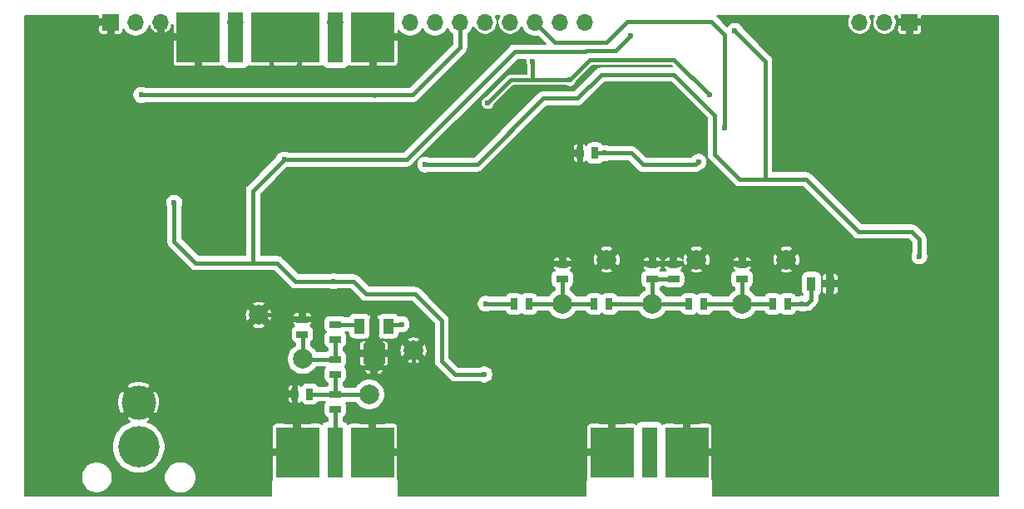
<source format=gbr>
G04 #@! TF.GenerationSoftware,KiCad,Pcbnew,5.1.10-88a1d61d58~90~ubuntu20.04.1*
G04 #@! TF.CreationDate,2021-09-05T16:54:04+01:00*
G04 #@! TF.ProjectId,hl2_6xvtr,686c325f-3678-4767-9472-2e6b69636164,1*
G04 #@! TF.SameCoordinates,PX3dfd240PY3473bc0*
G04 #@! TF.FileFunction,Copper,L2,Bot*
G04 #@! TF.FilePolarity,Positive*
%FSLAX46Y46*%
G04 Gerber Fmt 4.6, Leading zero omitted, Abs format (unit mm)*
G04 Created by KiCad (PCBNEW 5.1.10-88a1d61d58~90~ubuntu20.04.1) date 2021-09-05 16:54:04*
%MOMM*%
%LPD*%
G01*
G04 APERTURE LIST*
G04 #@! TA.AperFunction,SMDPad,CuDef*
%ADD10C,0.100000*%
G04 #@! TD*
G04 #@! TA.AperFunction,SMDPad,CuDef*
%ADD11R,1.000000X1.500000*%
G04 #@! TD*
G04 #@! TA.AperFunction,SMDPad,CuDef*
%ADD12R,1.000000X1.800000*%
G04 #@! TD*
G04 #@! TA.AperFunction,SMDPad,CuDef*
%ADD13R,2.200000X1.840000*%
G04 #@! TD*
G04 #@! TA.AperFunction,SMDPad,CuDef*
%ADD14R,0.889000X1.397000*%
G04 #@! TD*
G04 #@! TA.AperFunction,SMDPad,CuDef*
%ADD15R,0.635000X1.143000*%
G04 #@! TD*
G04 #@! TA.AperFunction,ComponentPad*
%ADD16C,1.016000*%
G04 #@! TD*
G04 #@! TA.AperFunction,SMDPad,CuDef*
%ADD17R,1.143000X0.635000*%
G04 #@! TD*
G04 #@! TA.AperFunction,ComponentPad*
%ADD18C,2.000000*%
G04 #@! TD*
G04 #@! TA.AperFunction,ComponentPad*
%ADD19O,1.700000X1.700000*%
G04 #@! TD*
G04 #@! TA.AperFunction,ComponentPad*
%ADD20R,1.700000X1.700000*%
G04 #@! TD*
G04 #@! TA.AperFunction,ComponentPad*
%ADD21R,1.600000X5.200000*%
G04 #@! TD*
G04 #@! TA.AperFunction,ComponentPad*
%ADD22R,4.400000X5.200000*%
G04 #@! TD*
G04 #@! TA.AperFunction,ComponentPad*
%ADD23C,4.200000*%
G04 #@! TD*
G04 #@! TA.AperFunction,ComponentPad*
%ADD24C,3.500000*%
G04 #@! TD*
G04 #@! TA.AperFunction,ViaPad*
%ADD25C,0.600000*%
G04 #@! TD*
G04 #@! TA.AperFunction,Conductor*
%ADD26C,0.400000*%
G04 #@! TD*
G04 #@! TA.AperFunction,Conductor*
%ADD27C,0.800000*%
G04 #@! TD*
G04 #@! TA.AperFunction,Conductor*
%ADD28C,1.000000*%
G04 #@! TD*
G04 #@! TA.AperFunction,Conductor*
%ADD29C,0.350000*%
G04 #@! TD*
G04 #@! TA.AperFunction,Conductor*
%ADD30C,0.500000*%
G04 #@! TD*
G04 #@! TA.AperFunction,Conductor*
%ADD31C,0.200000*%
G04 #@! TD*
G04 #@! TA.AperFunction,Conductor*
%ADD32C,0.100000*%
G04 #@! TD*
G04 APERTURE END LIST*
G04 #@! TA.AperFunction,SMDPad,CuDef*
D10*
G36*
X35465000Y-36674500D02*
G01*
X34865000Y-35824500D01*
X37065000Y-35824500D01*
X36465000Y-36674500D01*
X35465000Y-36674500D01*
G37*
G04 #@! TD.AperFunction*
D11*
X34465000Y-32102500D03*
D12*
X35965000Y-32249000D03*
D11*
X37465000Y-32102500D03*
D13*
X35965000Y-34916000D03*
G04 #@! TA.AperFunction,SMDPad,CuDef*
D10*
G36*
X36365000Y-33006300D02*
G01*
X37065000Y-34006300D01*
X34865000Y-34006300D01*
X35565000Y-33006300D01*
X36365000Y-33006300D01*
G37*
G04 #@! TD.AperFunction*
D14*
X82383500Y-27804000D03*
X80478500Y-27804000D03*
D15*
X58444000Y-14469000D03*
X56920000Y-14469000D03*
D16*
X41553000Y-21200000D03*
X49935000Y-23740000D03*
X49935000Y-26280000D03*
X45744000Y-21200000D03*
X45744000Y-22470000D03*
X45744000Y-23740000D03*
X45744000Y-25010000D03*
X45744000Y-26280000D03*
D15*
X27900500Y-39043500D03*
X29424500Y-39043500D03*
D17*
X32028000Y-40567500D03*
X32028000Y-39043500D03*
X32028000Y-35487500D03*
X32028000Y-37011500D03*
X28662500Y-31423500D03*
X28662500Y-32947500D03*
X32028000Y-33455500D03*
X32028000Y-31931500D03*
D15*
X78065500Y-29836000D03*
X76541500Y-29836000D03*
D17*
X73430000Y-27296000D03*
X73430000Y-25772000D03*
D15*
X68032500Y-29836000D03*
X69556500Y-29836000D03*
D17*
X66445000Y-25772000D03*
X66445000Y-27296000D03*
X64286000Y-25772000D03*
X64286000Y-27296000D03*
D15*
X59904500Y-29836000D03*
X58380500Y-29836000D03*
D17*
X55142000Y-27296000D03*
X55142000Y-25772000D03*
D15*
X50214400Y-29836000D03*
X51738400Y-29836000D03*
D18*
X59642000Y-25336000D03*
X55142000Y-29836000D03*
D19*
X85378000Y-1134000D03*
X87918000Y-1134000D03*
D20*
X90458000Y-1134000D03*
D19*
X57428000Y-1134000D03*
X54888000Y-1134000D03*
X52348000Y-1134000D03*
X49808000Y-1134000D03*
X47268000Y-1134000D03*
X44728000Y-1134000D03*
X42188000Y-1134000D03*
X39648000Y-1134000D03*
X37108000Y-1134000D03*
X34568000Y-1134000D03*
X32028000Y-1134000D03*
X29488000Y-1134000D03*
X26948000Y-1134000D03*
X24408000Y-1134000D03*
X21868000Y-1134000D03*
X19328000Y-1134000D03*
X16788000Y-1134000D03*
X14248000Y-1134000D03*
X11708000Y-1134000D03*
D20*
X9168000Y-1134000D03*
D18*
X35465500Y-39098500D03*
X39965500Y-34598500D03*
X28717500Y-35479000D03*
X24217500Y-30979000D03*
D21*
X64000000Y-45000000D03*
D22*
X60200000Y-45000000D03*
X67800000Y-45000000D03*
D21*
X32000000Y-45000000D03*
D22*
X28200000Y-45000000D03*
X35800000Y-45000000D03*
D18*
X77930000Y-25336000D03*
X73430000Y-29836000D03*
X68786000Y-25336000D03*
X64286000Y-29836000D03*
D21*
X32028000Y-2658000D03*
D22*
X28228000Y-2658000D03*
X35828000Y-2658000D03*
D21*
X21868000Y-2658000D03*
D22*
X18068000Y-2658000D03*
X25668000Y-2658000D03*
D23*
X12000000Y-44400000D03*
D24*
X12000000Y-39900000D03*
D25*
X87400000Y-3420000D03*
X88670000Y-3420000D03*
X89940000Y-3420000D03*
X91210000Y-3420000D03*
X92480000Y-3420000D03*
X93750000Y-3420000D03*
X95020000Y-3420000D03*
X96290000Y-3420000D03*
X97560000Y-3420000D03*
X86130000Y-3420000D03*
X84860000Y-3420000D03*
X84860000Y-4690000D03*
X84860000Y-5960000D03*
X84860000Y-9770000D03*
X83590000Y-9770000D03*
X83590000Y-11040000D03*
X84860000Y-11040000D03*
X84860000Y-14850000D03*
X84860000Y-16120000D03*
X87400000Y-17390000D03*
X88670000Y-17390000D03*
X89940000Y-17390000D03*
X91210000Y-17390000D03*
X92480000Y-17390000D03*
X93750000Y-17390000D03*
X95020000Y-17390000D03*
X96290000Y-17390000D03*
X97560000Y-17390000D03*
X97560000Y-18660000D03*
X96290000Y-18660000D03*
X95020000Y-18660000D03*
X93750000Y-18660000D03*
X92480000Y-18660000D03*
X91210000Y-18660000D03*
X89940000Y-18660000D03*
X88670000Y-18660000D03*
X93750000Y-2150000D03*
X95020000Y-2150000D03*
X97560000Y-2150000D03*
X96290000Y-2150000D03*
X97560000Y-4690000D03*
X97560000Y-5960000D03*
X97560000Y-7230000D03*
X97560000Y-8500000D03*
X97560000Y-9770000D03*
X97560000Y-11040000D03*
X97560000Y-12310000D03*
X97560000Y-13580000D03*
X97560000Y-14850000D03*
X97560000Y-16120000D03*
X86130000Y-17390000D03*
X84860000Y-17390000D03*
X84860000Y-18660000D03*
X86130000Y-18660000D03*
X87400000Y-18660000D03*
X62508000Y-17136000D03*
X62000000Y-18406000D03*
X60984000Y-18914000D03*
X59968000Y-18914000D03*
X58952000Y-18914000D03*
X28726000Y-21200000D03*
X28726000Y-22216000D03*
X28726000Y-23232000D03*
X28218000Y-23994000D03*
X25424000Y-21200000D03*
X25424000Y-22216000D03*
X25678000Y-23232000D03*
X25932000Y-23994000D03*
X26694000Y-24502000D03*
X27710000Y-24502000D03*
X34314000Y-33900000D03*
X34314000Y-34916000D03*
X34314000Y-35932000D03*
X34822000Y-36694000D03*
X37108000Y-36694000D03*
X37616000Y-35932000D03*
X37616000Y-34916000D03*
X37616000Y-33900000D03*
X88670000Y-34154000D03*
X89432000Y-34154000D03*
X90194000Y-34154000D03*
X90956000Y-34408000D03*
X91718000Y-34916000D03*
X91718000Y-35678000D03*
X91718000Y-36440000D03*
X90956000Y-36948000D03*
X90194000Y-37202000D03*
X89432000Y-37202000D03*
X88670000Y-37202000D03*
X62000000Y-16120000D03*
X62000000Y-16120000D03*
X60984000Y-15612000D03*
X59968000Y-15612000D03*
X71652000Y-11929000D03*
X68985000Y-15358000D03*
X59460000Y-14469000D03*
X26821000Y-15129400D03*
X15619600Y-19549000D03*
X47191800Y-37049600D03*
X31875600Y-27550000D03*
X62076200Y-2505600D03*
X79551400Y-29836000D03*
X41172000Y-15637400D03*
X72693400Y-2023000D03*
X91464000Y-25010000D03*
X47344200Y-29836000D03*
X38771700Y-31931500D03*
X12266800Y-8550800D03*
X47532200Y-9373800D03*
X55888800Y-7011600D03*
X52094000Y-5121800D03*
X70077200Y-8550800D03*
D26*
X64286000Y-25772000D02*
X66445000Y-25772000D01*
X24217500Y-30979000D02*
X26744800Y-30979000D01*
X27189300Y-31423500D02*
X28662500Y-31423500D01*
X26744800Y-30979000D02*
X27189300Y-31423500D01*
X29460000Y-45000000D02*
X29460000Y-44870200D01*
X27900500Y-43310700D02*
X27900500Y-39043500D01*
X29460000Y-44870200D02*
X27900500Y-43310700D01*
X39965500Y-44885900D02*
X39965500Y-34598500D01*
X39851400Y-45000000D02*
X39965500Y-44885900D01*
X34540000Y-45000000D02*
X39851400Y-45000000D01*
X55142000Y-27296000D02*
X55142000Y-29836000D01*
X55142000Y-29836000D02*
X58380500Y-29836000D01*
X51713000Y-29836000D02*
X51687600Y-29810600D01*
X55142000Y-29836000D02*
X51713000Y-29836000D01*
X59904500Y-29836000D02*
X64286000Y-29836000D01*
X64286000Y-29836000D02*
X68032500Y-29836000D01*
X64286000Y-29836000D02*
X64286000Y-27296000D01*
X66445000Y-27296000D02*
X64286000Y-27296000D01*
X71652000Y-11929000D02*
X71652000Y-11929000D01*
X59460000Y-14469000D02*
X59460000Y-14469000D01*
X58444000Y-14469000D02*
X59460000Y-14469000D01*
X71652000Y-11504736D02*
X71652000Y-11929000D01*
X71652000Y-2404000D02*
X71652000Y-11504736D01*
X70270999Y-1022999D02*
X71652000Y-2404000D01*
X59609022Y-3143978D02*
X61730001Y-1022999D01*
X61730001Y-1022999D02*
X70270999Y-1022999D01*
X52348000Y-1134000D02*
X54357978Y-3143978D01*
X54357978Y-3143978D02*
X59609022Y-3143978D01*
X68685001Y-15657999D02*
X63315999Y-15657999D01*
X68985000Y-15358000D02*
X68685001Y-15657999D01*
X59460000Y-14469000D02*
X62127000Y-14469000D01*
X63315999Y-15657999D02*
X62127000Y-14469000D01*
X50274601Y-4121799D02*
X57505794Y-4121799D01*
X26821000Y-15129400D02*
X39267000Y-15129400D01*
X60537811Y-4043989D02*
X62076200Y-2505600D01*
X57583604Y-4043989D02*
X60537811Y-4043989D01*
X57505794Y-4121799D02*
X57583604Y-4043989D01*
X39267000Y-15129400D02*
X50274601Y-4121799D01*
X44194600Y-37049600D02*
X47191800Y-37049600D01*
X42848400Y-35703400D02*
X44194600Y-37049600D01*
X40105200Y-28820000D02*
X42848400Y-31563200D01*
X35126800Y-28820000D02*
X40105200Y-28820000D01*
X33856800Y-27550000D02*
X35126800Y-28820000D01*
X27964000Y-27550000D02*
X33856800Y-27550000D01*
X26109800Y-25695800D02*
X27964000Y-27550000D01*
X15619600Y-23486000D02*
X17829400Y-25695800D01*
X42848400Y-31563200D02*
X42848400Y-35703400D01*
X15619600Y-19549000D02*
X15619600Y-23486000D01*
X23646000Y-18304400D02*
X23646000Y-25518000D01*
X26821000Y-15129400D02*
X23646000Y-18304400D01*
X23468200Y-25695800D02*
X26109800Y-25695800D01*
X17829400Y-25695800D02*
X23468200Y-25695800D01*
X78065500Y-29836000D02*
X79551400Y-29836000D01*
X79551400Y-29836000D02*
X80034000Y-29836000D01*
X80478500Y-29391500D02*
X80478500Y-27804000D01*
X80034000Y-29836000D02*
X80478500Y-29391500D01*
X91464000Y-25010000D02*
X91464000Y-23232000D01*
X78510000Y-17136000D02*
X78103600Y-17136000D01*
X75766800Y-17085200D02*
X75716000Y-17136000D01*
X75716000Y-17136000D02*
X78510000Y-17136000D01*
X75766800Y-5096400D02*
X75766800Y-17085200D01*
X72693400Y-2023000D02*
X75766800Y-5096400D01*
X73176000Y-17136000D02*
X75716000Y-17136000D01*
X70636000Y-14596000D02*
X73176000Y-17136000D01*
X70636000Y-10589604D02*
X70636000Y-14596000D01*
X59079000Y-6468000D02*
X66514396Y-6468000D01*
X56666000Y-8881000D02*
X59079000Y-6468000D01*
X66514396Y-6468000D02*
X70636000Y-10589604D01*
X53211600Y-8881000D02*
X56666000Y-8881000D01*
X46455200Y-15637400D02*
X53211600Y-8881000D01*
X41172000Y-15637400D02*
X46455200Y-15637400D01*
X78510000Y-17136000D02*
X79907000Y-17136000D01*
X79907000Y-17136000D02*
X85241000Y-22470000D01*
X90702000Y-22470000D02*
X91464000Y-23232000D01*
X85241000Y-22470000D02*
X90702000Y-22470000D01*
X50214400Y-29836000D02*
X47344200Y-29836000D01*
X38770700Y-31932500D02*
X38771700Y-31931500D01*
X37465000Y-31932500D02*
X38770700Y-31932500D01*
X34464000Y-31931500D02*
X34465000Y-31932500D01*
X32028000Y-31931500D02*
X34464000Y-31931500D01*
X69556500Y-29836000D02*
X73430000Y-29836000D01*
X73430000Y-29836000D02*
X76541500Y-29836000D01*
X73430000Y-27296000D02*
X73430000Y-29836000D01*
X32028000Y-35487500D02*
X32028000Y-33455500D01*
X28726000Y-35487500D02*
X28717500Y-35479000D01*
X32028000Y-35487500D02*
X28726000Y-35487500D01*
X28717500Y-33002500D02*
X28662500Y-32947500D01*
X28717500Y-35479000D02*
X28717500Y-33002500D01*
X32028000Y-39043500D02*
X32028000Y-37011500D01*
X32083000Y-39098500D02*
X32028000Y-39043500D01*
X35465500Y-39098500D02*
X32083000Y-39098500D01*
X32028000Y-39043500D02*
X29424500Y-39043500D01*
D27*
X21800000Y-1202000D02*
X21868000Y-1134000D01*
D28*
X21800000Y-1202000D02*
X21868000Y-1134000D01*
D29*
X32028000Y-46772000D02*
X32000000Y-46800000D01*
X32028000Y-46772000D02*
X32000000Y-46800000D01*
D26*
X32028000Y-44377500D02*
X32028000Y-40567500D01*
X32000000Y-44405500D02*
X32028000Y-44377500D01*
X32000000Y-45000000D02*
X32000000Y-44405500D01*
D30*
X57440000Y-1146000D02*
X57428000Y-1134000D01*
X54900000Y-1146000D02*
X54888000Y-1134000D01*
D28*
X12000000Y-44500000D02*
X13000000Y-44500000D01*
D26*
X35995202Y-8550800D02*
X36020602Y-8576200D01*
X12266800Y-8550800D02*
X35995202Y-8550800D01*
X35995202Y-8550800D02*
X39876600Y-8550800D01*
X44728000Y-3699400D02*
X44728000Y-1134000D01*
X39876600Y-8550800D02*
X44728000Y-3699400D01*
X49894400Y-7011600D02*
X47532200Y-9373800D01*
X52094000Y-6976000D02*
X52058400Y-7011600D01*
X52094000Y-5121800D02*
X52094000Y-6976000D01*
X52058400Y-7011600D02*
X49894400Y-7011600D01*
X55888800Y-7011600D02*
X52058400Y-7011600D01*
X57956400Y-4944000D02*
X66470400Y-4944000D01*
X55888800Y-7011600D02*
X57956400Y-4944000D01*
X66470400Y-4944000D02*
X70077200Y-8550800D01*
D31*
X7918000Y-734000D02*
X8018000Y-834000D01*
X8868000Y-834000D01*
X8868000Y-814000D01*
X9468000Y-814000D01*
X9468000Y-834000D01*
X9488000Y-834000D01*
X9488000Y-1434000D01*
X9468000Y-1434000D01*
X9468000Y-2284000D01*
X9568000Y-2384000D01*
X10018000Y-2385935D01*
X10096414Y-2378212D01*
X10171814Y-2355340D01*
X10241303Y-2318197D01*
X10302211Y-2268211D01*
X10352197Y-2207303D01*
X10389340Y-2137814D01*
X10412212Y-2062414D01*
X10419935Y-1984000D01*
X10419194Y-1811578D01*
X10423027Y-1820833D01*
X10581711Y-2058321D01*
X10783679Y-2260289D01*
X11021167Y-2418973D01*
X11285051Y-2528277D01*
X11565187Y-2584000D01*
X11850813Y-2584000D01*
X12130949Y-2528277D01*
X12394833Y-2418973D01*
X12632321Y-2260289D01*
X12834289Y-2058321D01*
X12992973Y-1820833D01*
X13102277Y-1556949D01*
X13126733Y-1434002D01*
X13134520Y-1434002D01*
X13096390Y-1620137D01*
X13213358Y-1835464D01*
X13370087Y-2023834D01*
X13560554Y-2178008D01*
X13761866Y-2285596D01*
X13948000Y-2244180D01*
X13948000Y-1434000D01*
X13928000Y-1434000D01*
X13928000Y-834000D01*
X13948000Y-834000D01*
X13948000Y-814000D01*
X14548000Y-814000D01*
X14548000Y-834000D01*
X14568000Y-834000D01*
X14568000Y-1434000D01*
X14548000Y-1434000D01*
X14548000Y-2244180D01*
X14734134Y-2285596D01*
X14935446Y-2178008D01*
X15125913Y-2023834D01*
X15282642Y-1835464D01*
X15399610Y-1620137D01*
X15361480Y-1434002D01*
X15467275Y-1434002D01*
X15468000Y-2258000D01*
X15568000Y-2358000D01*
X17768000Y-2358000D01*
X17768000Y-2338000D01*
X18368000Y-2338000D01*
X18368000Y-2358000D01*
X18388000Y-2358000D01*
X18388000Y-2958000D01*
X18368000Y-2958000D01*
X18368000Y-5558000D01*
X18468000Y-5658000D01*
X20268000Y-5659935D01*
X20346414Y-5652212D01*
X20421814Y-5629340D01*
X20491303Y-5592197D01*
X20543432Y-5549416D01*
X20566704Y-5592955D01*
X20641683Y-5684317D01*
X20733045Y-5759296D01*
X20837279Y-5815010D01*
X20950379Y-5849318D01*
X21068000Y-5860903D01*
X22668000Y-5860903D01*
X22785621Y-5849318D01*
X22898721Y-5815010D01*
X23002955Y-5759296D01*
X23094317Y-5684317D01*
X23169296Y-5592955D01*
X23192568Y-5549416D01*
X23244697Y-5592197D01*
X23314186Y-5629340D01*
X23389586Y-5652212D01*
X23468000Y-5659935D01*
X25268000Y-5658000D01*
X25368000Y-5558000D01*
X25368000Y-5258000D01*
X25626065Y-5258000D01*
X25633788Y-5336414D01*
X25656660Y-5411814D01*
X25693803Y-5481303D01*
X25743789Y-5542211D01*
X25804697Y-5592197D01*
X25874186Y-5629340D01*
X25949586Y-5652212D01*
X26028000Y-5659935D01*
X26948000Y-5658946D01*
X27868000Y-5659935D01*
X27946414Y-5652212D01*
X28021814Y-5629340D01*
X28091303Y-5592197D01*
X28152211Y-5542211D01*
X28202197Y-5481303D01*
X28239340Y-5411814D01*
X28262212Y-5336414D01*
X28269935Y-5258000D01*
X28268000Y-3058000D01*
X28168000Y-2958000D01*
X25728000Y-2958000D01*
X25628000Y-3058000D01*
X25626065Y-5258000D01*
X25368000Y-5258000D01*
X25368000Y-2958000D01*
X25348000Y-2958000D01*
X25348000Y-2358000D01*
X25368000Y-2358000D01*
X25368000Y-2338000D01*
X25708000Y-2338000D01*
X25728000Y-2358000D01*
X28168000Y-2358000D01*
X28188000Y-2338000D01*
X28528000Y-2338000D01*
X28528000Y-2358000D01*
X28548000Y-2358000D01*
X28548000Y-2958000D01*
X28528000Y-2958000D01*
X28528000Y-5558000D01*
X28628000Y-5658000D01*
X30428000Y-5659935D01*
X30506414Y-5652212D01*
X30581814Y-5629340D01*
X30651303Y-5592197D01*
X30703432Y-5549416D01*
X30726704Y-5592955D01*
X30801683Y-5684317D01*
X30893045Y-5759296D01*
X30997279Y-5815010D01*
X31110379Y-5849318D01*
X31228000Y-5860903D01*
X32828000Y-5860903D01*
X32945621Y-5849318D01*
X33058721Y-5815010D01*
X33162955Y-5759296D01*
X33254317Y-5684317D01*
X33329296Y-5592955D01*
X33352568Y-5549416D01*
X33404697Y-5592197D01*
X33474186Y-5629340D01*
X33549586Y-5652212D01*
X33628000Y-5659935D01*
X35428000Y-5658000D01*
X35528000Y-5558000D01*
X35528000Y-2958000D01*
X36128000Y-2958000D01*
X36128000Y-5558000D01*
X36228000Y-5658000D01*
X38028000Y-5659935D01*
X38106414Y-5652212D01*
X38181814Y-5629340D01*
X38251303Y-5592197D01*
X38312211Y-5542211D01*
X38362197Y-5481303D01*
X38399340Y-5411814D01*
X38422212Y-5336414D01*
X38429935Y-5258000D01*
X38428000Y-3058000D01*
X38328000Y-2958000D01*
X36128000Y-2958000D01*
X35528000Y-2958000D01*
X35508000Y-2958000D01*
X35508000Y-2358000D01*
X35528000Y-2358000D01*
X35528000Y-2338000D01*
X36128000Y-2338000D01*
X36128000Y-2358000D01*
X38328000Y-2358000D01*
X38428000Y-2258000D01*
X38428299Y-1918519D01*
X38521711Y-2058321D01*
X38723679Y-2260289D01*
X38961167Y-2418973D01*
X39225051Y-2528277D01*
X39505187Y-2584000D01*
X39790813Y-2584000D01*
X40070949Y-2528277D01*
X40334833Y-2418973D01*
X40572321Y-2260289D01*
X40774289Y-2058321D01*
X40918000Y-1843242D01*
X41061711Y-2058321D01*
X41263679Y-2260289D01*
X41501167Y-2418973D01*
X41765051Y-2528277D01*
X42045187Y-2584000D01*
X42330813Y-2584000D01*
X42610949Y-2528277D01*
X42874833Y-2418973D01*
X43112321Y-2260289D01*
X43314289Y-2058321D01*
X43458000Y-1843242D01*
X43601711Y-2058321D01*
X43803679Y-2260289D01*
X43928001Y-2343358D01*
X43928000Y-3368029D01*
X39545230Y-7750800D01*
X36034493Y-7750800D01*
X35995202Y-7746930D01*
X35955911Y-7750800D01*
X12687243Y-7750800D01*
X12529320Y-7685386D01*
X12355442Y-7650800D01*
X12178158Y-7650800D01*
X12004280Y-7685386D01*
X11840490Y-7753230D01*
X11693083Y-7851724D01*
X11567724Y-7977083D01*
X11469230Y-8124490D01*
X11401386Y-8288280D01*
X11366800Y-8462158D01*
X11366800Y-8639442D01*
X11401386Y-8813320D01*
X11469230Y-8977110D01*
X11567724Y-9124517D01*
X11693083Y-9249876D01*
X11840490Y-9348370D01*
X12004280Y-9416214D01*
X12178158Y-9450800D01*
X12355442Y-9450800D01*
X12529320Y-9416214D01*
X12687243Y-9350800D01*
X35818206Y-9350800D01*
X35863775Y-9364623D01*
X36020601Y-9380070D01*
X36177429Y-9364623D01*
X36222998Y-9350800D01*
X39837309Y-9350800D01*
X39876600Y-9354670D01*
X39915891Y-9350800D01*
X39915893Y-9350800D01*
X40033427Y-9339224D01*
X40184228Y-9293479D01*
X40323206Y-9219193D01*
X40445022Y-9119222D01*
X40470073Y-9088697D01*
X45265904Y-4292867D01*
X45296422Y-4267822D01*
X45351412Y-4200816D01*
X45396393Y-4146007D01*
X45470679Y-4007028D01*
X45470679Y-4007027D01*
X45516424Y-3856227D01*
X45528000Y-3738693D01*
X45528000Y-3738691D01*
X45531870Y-3699400D01*
X45528000Y-3660109D01*
X45528000Y-2343357D01*
X45652321Y-2260289D01*
X45854289Y-2058321D01*
X46012973Y-1820833D01*
X46106239Y-1595668D01*
X46160265Y-1726097D01*
X46297062Y-1930828D01*
X46471172Y-2104938D01*
X46675903Y-2241735D01*
X46903389Y-2335963D01*
X47144886Y-2384000D01*
X47391114Y-2384000D01*
X47632611Y-2335963D01*
X47860097Y-2241735D01*
X48064828Y-2104938D01*
X48238938Y-1930828D01*
X48375735Y-1726097D01*
X48469963Y-1498611D01*
X48518000Y-1257114D01*
X48518000Y-1010886D01*
X48469963Y-769389D01*
X48375735Y-541903D01*
X48331032Y-475000D01*
X48744968Y-475000D01*
X48700265Y-541903D01*
X48606037Y-769389D01*
X48558000Y-1010886D01*
X48558000Y-1257114D01*
X48606037Y-1498611D01*
X48700265Y-1726097D01*
X48837062Y-1930828D01*
X49011172Y-2104938D01*
X49215903Y-2241735D01*
X49443389Y-2335963D01*
X49684886Y-2384000D01*
X49931114Y-2384000D01*
X50172611Y-2335963D01*
X50400097Y-2241735D01*
X50604828Y-2104938D01*
X50778938Y-1930828D01*
X50915735Y-1726097D01*
X50969761Y-1595668D01*
X51063027Y-1820833D01*
X51221711Y-2058321D01*
X51423679Y-2260289D01*
X51661167Y-2418973D01*
X51925051Y-2528277D01*
X52205187Y-2584000D01*
X52490813Y-2584000D01*
X52637460Y-2554830D01*
X53404428Y-3321799D01*
X50313892Y-3321799D01*
X50274601Y-3317929D01*
X50235310Y-3321799D01*
X50235308Y-3321799D01*
X50117774Y-3333375D01*
X49993695Y-3371014D01*
X49966973Y-3379120D01*
X49827994Y-3453406D01*
X49800990Y-3475568D01*
X49706179Y-3553377D01*
X49681132Y-3583897D01*
X38935630Y-14329400D01*
X27241443Y-14329400D01*
X27083520Y-14263986D01*
X26909642Y-14229400D01*
X26732358Y-14229400D01*
X26558480Y-14263986D01*
X26394690Y-14331830D01*
X26247283Y-14430324D01*
X26121924Y-14555683D01*
X26023430Y-14703090D01*
X25958016Y-14861013D01*
X23108103Y-17710927D01*
X23077578Y-17735978D01*
X23023151Y-17802299D01*
X22977607Y-17857794D01*
X22903322Y-17996772D01*
X22903321Y-17996773D01*
X22857576Y-18147574D01*
X22846000Y-18265107D01*
X22842130Y-18304400D01*
X22846000Y-18343691D01*
X22846001Y-24895800D01*
X18160771Y-24895800D01*
X16419600Y-23154630D01*
X16419600Y-19969443D01*
X16485014Y-19811520D01*
X16519600Y-19637642D01*
X16519600Y-19460358D01*
X16485014Y-19286480D01*
X16417170Y-19122690D01*
X16318676Y-18975283D01*
X16193317Y-18849924D01*
X16045910Y-18751430D01*
X15882120Y-18683586D01*
X15708242Y-18649000D01*
X15530958Y-18649000D01*
X15357080Y-18683586D01*
X15193290Y-18751430D01*
X15045883Y-18849924D01*
X14920524Y-18975283D01*
X14822030Y-19122690D01*
X14754186Y-19286480D01*
X14719600Y-19460358D01*
X14719600Y-19637642D01*
X14754186Y-19811520D01*
X14819600Y-19969444D01*
X14819601Y-23446700D01*
X14815730Y-23486000D01*
X14831177Y-23642827D01*
X14876921Y-23793627D01*
X14951207Y-23932606D01*
X15023277Y-24020423D01*
X15051179Y-24054422D01*
X15081698Y-24079468D01*
X17235930Y-26233701D01*
X17260978Y-26264222D01*
X17291498Y-26289269D01*
X17382793Y-26364193D01*
X17489988Y-26421490D01*
X17521772Y-26438479D01*
X17672573Y-26484224D01*
X17790107Y-26495800D01*
X17790108Y-26495800D01*
X17829399Y-26499670D01*
X17868690Y-26495800D01*
X25778430Y-26495800D01*
X27370527Y-28087897D01*
X27395578Y-28118422D01*
X27459048Y-28170510D01*
X27517393Y-28218393D01*
X27656372Y-28292679D01*
X27807173Y-28338424D01*
X27924707Y-28350000D01*
X27924709Y-28350000D01*
X27964000Y-28353870D01*
X28003291Y-28350000D01*
X31455157Y-28350000D01*
X31613080Y-28415414D01*
X31786958Y-28450000D01*
X31964242Y-28450000D01*
X32138120Y-28415414D01*
X32296043Y-28350000D01*
X33525430Y-28350000D01*
X34533330Y-29357901D01*
X34558378Y-29388422D01*
X34588898Y-29413469D01*
X34680193Y-29488393D01*
X34792323Y-29548328D01*
X34819172Y-29562679D01*
X34969973Y-29608424D01*
X35087507Y-29620000D01*
X35087516Y-29620000D01*
X35126799Y-29623869D01*
X35166082Y-29620000D01*
X39773830Y-29620000D01*
X42048400Y-31894571D01*
X42048401Y-35664100D01*
X42044530Y-35703400D01*
X42059977Y-35860227D01*
X42105721Y-36011027D01*
X42180007Y-36150006D01*
X42250581Y-36236000D01*
X42279979Y-36271822D01*
X42310498Y-36296868D01*
X43601131Y-37587502D01*
X43626178Y-37618022D01*
X43656698Y-37643069D01*
X43747993Y-37717993D01*
X43796403Y-37743869D01*
X43886972Y-37792279D01*
X44037773Y-37838024D01*
X44155307Y-37849600D01*
X44155316Y-37849600D01*
X44194599Y-37853469D01*
X44233882Y-37849600D01*
X46771357Y-37849600D01*
X46929280Y-37915014D01*
X47103158Y-37949600D01*
X47280442Y-37949600D01*
X47454320Y-37915014D01*
X47618110Y-37847170D01*
X47765517Y-37748676D01*
X47890876Y-37623317D01*
X47989370Y-37475910D01*
X48057214Y-37312120D01*
X48091800Y-37138242D01*
X48091800Y-36960958D01*
X48057214Y-36787080D01*
X47989370Y-36623290D01*
X47890876Y-36475883D01*
X47765517Y-36350524D01*
X47618110Y-36252030D01*
X47454320Y-36184186D01*
X47280442Y-36149600D01*
X47103158Y-36149600D01*
X46929280Y-36184186D01*
X46771357Y-36249600D01*
X44525971Y-36249600D01*
X43648400Y-35372030D01*
X43648400Y-31602491D01*
X43652270Y-31563200D01*
X43648400Y-31523907D01*
X43636824Y-31406373D01*
X43591079Y-31255572D01*
X43530948Y-31143076D01*
X43516793Y-31116593D01*
X43441870Y-31025299D01*
X43441869Y-31025298D01*
X43416822Y-30994778D01*
X43386304Y-30969733D01*
X42163929Y-29747358D01*
X46444200Y-29747358D01*
X46444200Y-29924642D01*
X46478786Y-30098520D01*
X46546630Y-30262310D01*
X46645124Y-30409717D01*
X46770483Y-30535076D01*
X46917890Y-30633570D01*
X47081680Y-30701414D01*
X47255558Y-30736000D01*
X47432842Y-30736000D01*
X47606720Y-30701414D01*
X47764643Y-30636000D01*
X49339216Y-30636000D01*
X49339890Y-30638221D01*
X49395604Y-30742455D01*
X49470583Y-30833817D01*
X49561945Y-30908796D01*
X49666179Y-30964510D01*
X49779279Y-30998818D01*
X49896900Y-31010403D01*
X50531900Y-31010403D01*
X50649521Y-30998818D01*
X50762621Y-30964510D01*
X50866855Y-30908796D01*
X50958217Y-30833817D01*
X50976400Y-30811661D01*
X50994583Y-30833817D01*
X51085945Y-30908796D01*
X51190179Y-30964510D01*
X51303279Y-30998818D01*
X51420900Y-31010403D01*
X52055900Y-31010403D01*
X52173521Y-30998818D01*
X52286621Y-30964510D01*
X52390855Y-30908796D01*
X52482217Y-30833817D01*
X52557196Y-30742455D01*
X52612910Y-30638221D01*
X52613584Y-30636000D01*
X53752239Y-30636000D01*
X53899199Y-30855941D01*
X54122059Y-31078801D01*
X54384116Y-31253902D01*
X54675297Y-31374513D01*
X54984414Y-31436000D01*
X55299586Y-31436000D01*
X55608703Y-31374513D01*
X55899884Y-31253902D01*
X56161941Y-31078801D01*
X56384801Y-30855941D01*
X56531761Y-30636000D01*
X57505316Y-30636000D01*
X57505990Y-30638221D01*
X57561704Y-30742455D01*
X57636683Y-30833817D01*
X57728045Y-30908796D01*
X57832279Y-30964510D01*
X57945379Y-30998818D01*
X58063000Y-31010403D01*
X58698000Y-31010403D01*
X58815621Y-30998818D01*
X58928721Y-30964510D01*
X59032955Y-30908796D01*
X59124317Y-30833817D01*
X59142500Y-30811661D01*
X59160683Y-30833817D01*
X59252045Y-30908796D01*
X59356279Y-30964510D01*
X59469379Y-30998818D01*
X59587000Y-31010403D01*
X60222000Y-31010403D01*
X60339621Y-30998818D01*
X60452721Y-30964510D01*
X60556955Y-30908796D01*
X60648317Y-30833817D01*
X60723296Y-30742455D01*
X60779010Y-30638221D01*
X60779684Y-30636000D01*
X62896239Y-30636000D01*
X63043199Y-30855941D01*
X63266059Y-31078801D01*
X63528116Y-31253902D01*
X63819297Y-31374513D01*
X64128414Y-31436000D01*
X64443586Y-31436000D01*
X64752703Y-31374513D01*
X65043884Y-31253902D01*
X65305941Y-31078801D01*
X65528801Y-30855941D01*
X65675761Y-30636000D01*
X67157316Y-30636000D01*
X67157990Y-30638221D01*
X67213704Y-30742455D01*
X67288683Y-30833817D01*
X67380045Y-30908796D01*
X67484279Y-30964510D01*
X67597379Y-30998818D01*
X67715000Y-31010403D01*
X68350000Y-31010403D01*
X68467621Y-30998818D01*
X68580721Y-30964510D01*
X68684955Y-30908796D01*
X68776317Y-30833817D01*
X68794500Y-30811661D01*
X68812683Y-30833817D01*
X68904045Y-30908796D01*
X69008279Y-30964510D01*
X69121379Y-30998818D01*
X69239000Y-31010403D01*
X69874000Y-31010403D01*
X69991621Y-30998818D01*
X70104721Y-30964510D01*
X70208955Y-30908796D01*
X70300317Y-30833817D01*
X70375296Y-30742455D01*
X70431010Y-30638221D01*
X70431684Y-30636000D01*
X72040239Y-30636000D01*
X72187199Y-30855941D01*
X72410059Y-31078801D01*
X72672116Y-31253902D01*
X72963297Y-31374513D01*
X73272414Y-31436000D01*
X73587586Y-31436000D01*
X73896703Y-31374513D01*
X74187884Y-31253902D01*
X74449941Y-31078801D01*
X74672801Y-30855941D01*
X74819761Y-30636000D01*
X75666316Y-30636000D01*
X75666990Y-30638221D01*
X75722704Y-30742455D01*
X75797683Y-30833817D01*
X75889045Y-30908796D01*
X75993279Y-30964510D01*
X76106379Y-30998818D01*
X76224000Y-31010403D01*
X76859000Y-31010403D01*
X76976621Y-30998818D01*
X77089721Y-30964510D01*
X77193955Y-30908796D01*
X77285317Y-30833817D01*
X77303500Y-30811661D01*
X77321683Y-30833817D01*
X77413045Y-30908796D01*
X77517279Y-30964510D01*
X77630379Y-30998818D01*
X77748000Y-31010403D01*
X78383000Y-31010403D01*
X78500621Y-30998818D01*
X78613721Y-30964510D01*
X78717955Y-30908796D01*
X78809317Y-30833817D01*
X78884296Y-30742455D01*
X78940010Y-30638221D01*
X78940684Y-30636000D01*
X79130957Y-30636000D01*
X79288880Y-30701414D01*
X79462758Y-30736000D01*
X79640042Y-30736000D01*
X79813920Y-30701414D01*
X79971843Y-30636000D01*
X79994709Y-30636000D01*
X80034000Y-30639870D01*
X80073291Y-30636000D01*
X80073293Y-30636000D01*
X80190827Y-30624424D01*
X80341628Y-30578679D01*
X80480606Y-30504393D01*
X80602422Y-30404422D01*
X80627473Y-30373897D01*
X81016398Y-29984972D01*
X81046922Y-29959922D01*
X81146893Y-29838106D01*
X81221179Y-29699128D01*
X81266924Y-29548327D01*
X81278500Y-29430793D01*
X81278500Y-29430791D01*
X81282370Y-29391500D01*
X81278500Y-29352209D01*
X81278500Y-28986935D01*
X81349317Y-28928817D01*
X81424296Y-28837455D01*
X81480010Y-28733221D01*
X81514318Y-28620121D01*
X81525903Y-28502500D01*
X81537065Y-28502500D01*
X81544788Y-28580914D01*
X81567660Y-28656314D01*
X81604803Y-28725803D01*
X81654789Y-28786711D01*
X81715697Y-28836697D01*
X81785186Y-28873840D01*
X81860586Y-28896712D01*
X81939000Y-28904435D01*
X81983500Y-28902500D01*
X82083500Y-28802500D01*
X82083500Y-28104000D01*
X82683500Y-28104000D01*
X82683500Y-28802500D01*
X82783500Y-28902500D01*
X82828000Y-28904435D01*
X82906414Y-28896712D01*
X82981814Y-28873840D01*
X83051303Y-28836697D01*
X83112211Y-28786711D01*
X83162197Y-28725803D01*
X83199340Y-28656314D01*
X83222212Y-28580914D01*
X83229935Y-28502500D01*
X83228000Y-28204000D01*
X83128000Y-28104000D01*
X82683500Y-28104000D01*
X82083500Y-28104000D01*
X81639000Y-28104000D01*
X81539000Y-28204000D01*
X81537065Y-28502500D01*
X81525903Y-28502500D01*
X81525903Y-27105500D01*
X81537065Y-27105500D01*
X81539000Y-27404000D01*
X81639000Y-27504000D01*
X82083500Y-27504000D01*
X82083500Y-26805500D01*
X82683500Y-26805500D01*
X82683500Y-27504000D01*
X83128000Y-27504000D01*
X83228000Y-27404000D01*
X83229935Y-27105500D01*
X83222212Y-27027086D01*
X83199340Y-26951686D01*
X83162197Y-26882197D01*
X83112211Y-26821289D01*
X83051303Y-26771303D01*
X82981814Y-26734160D01*
X82906414Y-26711288D01*
X82828000Y-26703565D01*
X82783500Y-26705500D01*
X82683500Y-26805500D01*
X82083500Y-26805500D01*
X81983500Y-26705500D01*
X81939000Y-26703565D01*
X81860586Y-26711288D01*
X81785186Y-26734160D01*
X81715697Y-26771303D01*
X81654789Y-26821289D01*
X81604803Y-26882197D01*
X81567660Y-26951686D01*
X81544788Y-27027086D01*
X81537065Y-27105500D01*
X81525903Y-27105500D01*
X81514318Y-26987879D01*
X81480010Y-26874779D01*
X81424296Y-26770545D01*
X81349317Y-26679183D01*
X81257955Y-26604204D01*
X81153721Y-26548490D01*
X81040621Y-26514182D01*
X80923000Y-26502597D01*
X80034000Y-26502597D01*
X79916379Y-26514182D01*
X79803279Y-26548490D01*
X79699045Y-26604204D01*
X79607683Y-26679183D01*
X79532704Y-26770545D01*
X79476990Y-26874779D01*
X79442682Y-26987879D01*
X79431097Y-27105500D01*
X79431097Y-28502500D01*
X79442682Y-28620121D01*
X79476990Y-28733221D01*
X79532704Y-28837455D01*
X79607683Y-28928817D01*
X79616435Y-28936000D01*
X79462758Y-28936000D01*
X79288880Y-28970586D01*
X79130957Y-29036000D01*
X78940684Y-29036000D01*
X78940010Y-29033779D01*
X78884296Y-28929545D01*
X78809317Y-28838183D01*
X78717955Y-28763204D01*
X78613721Y-28707490D01*
X78500621Y-28673182D01*
X78383000Y-28661597D01*
X77748000Y-28661597D01*
X77630379Y-28673182D01*
X77517279Y-28707490D01*
X77413045Y-28763204D01*
X77321683Y-28838183D01*
X77303500Y-28860339D01*
X77285317Y-28838183D01*
X77193955Y-28763204D01*
X77089721Y-28707490D01*
X76976621Y-28673182D01*
X76859000Y-28661597D01*
X76224000Y-28661597D01*
X76106379Y-28673182D01*
X75993279Y-28707490D01*
X75889045Y-28763204D01*
X75797683Y-28838183D01*
X75722704Y-28929545D01*
X75666990Y-29033779D01*
X75666316Y-29036000D01*
X74819761Y-29036000D01*
X74672801Y-28816059D01*
X74449941Y-28593199D01*
X74230000Y-28446239D01*
X74230000Y-28171184D01*
X74232221Y-28170510D01*
X74336455Y-28114796D01*
X74427817Y-28039817D01*
X74502796Y-27948455D01*
X74558510Y-27844221D01*
X74592818Y-27731121D01*
X74604403Y-27613500D01*
X74604403Y-26978500D01*
X74592818Y-26860879D01*
X74558510Y-26747779D01*
X74502796Y-26643545D01*
X74427817Y-26552183D01*
X74336455Y-26477204D01*
X74280847Y-26447481D01*
X77242783Y-26447481D01*
X77364845Y-26624259D01*
X77627031Y-26709762D01*
X77900860Y-26742472D01*
X78175809Y-26721132D01*
X78441312Y-26646562D01*
X78495155Y-26624259D01*
X78617217Y-26447481D01*
X77930000Y-25760264D01*
X77242783Y-26447481D01*
X74280847Y-26447481D01*
X74232221Y-26421490D01*
X74228768Y-26420443D01*
X74285711Y-26373711D01*
X74335697Y-26312803D01*
X74372840Y-26243314D01*
X74395712Y-26167914D01*
X74403435Y-26089500D01*
X74401500Y-26089500D01*
X74301500Y-25989500D01*
X73730000Y-25989500D01*
X73730000Y-26089500D01*
X73130000Y-26089500D01*
X73130000Y-25989500D01*
X72558500Y-25989500D01*
X72458500Y-26089500D01*
X72456565Y-26089500D01*
X72464288Y-26167914D01*
X72487160Y-26243314D01*
X72524303Y-26312803D01*
X72574289Y-26373711D01*
X72631232Y-26420443D01*
X72627779Y-26421490D01*
X72523545Y-26477204D01*
X72432183Y-26552183D01*
X72357204Y-26643545D01*
X72301490Y-26747779D01*
X72267182Y-26860879D01*
X72255597Y-26978500D01*
X72255597Y-27613500D01*
X72267182Y-27731121D01*
X72301490Y-27844221D01*
X72357204Y-27948455D01*
X72432183Y-28039817D01*
X72523545Y-28114796D01*
X72627779Y-28170510D01*
X72630000Y-28171184D01*
X72630000Y-28446239D01*
X72410059Y-28593199D01*
X72187199Y-28816059D01*
X72040239Y-29036000D01*
X70431684Y-29036000D01*
X70431010Y-29033779D01*
X70375296Y-28929545D01*
X70300317Y-28838183D01*
X70208955Y-28763204D01*
X70104721Y-28707490D01*
X69991621Y-28673182D01*
X69874000Y-28661597D01*
X69239000Y-28661597D01*
X69121379Y-28673182D01*
X69008279Y-28707490D01*
X68904045Y-28763204D01*
X68812683Y-28838183D01*
X68794500Y-28860339D01*
X68776317Y-28838183D01*
X68684955Y-28763204D01*
X68580721Y-28707490D01*
X68467621Y-28673182D01*
X68350000Y-28661597D01*
X67715000Y-28661597D01*
X67597379Y-28673182D01*
X67484279Y-28707490D01*
X67380045Y-28763204D01*
X67288683Y-28838183D01*
X67213704Y-28929545D01*
X67157990Y-29033779D01*
X67157316Y-29036000D01*
X65675761Y-29036000D01*
X65528801Y-28816059D01*
X65305941Y-28593199D01*
X65086000Y-28446239D01*
X65086000Y-28171184D01*
X65088221Y-28170510D01*
X65192455Y-28114796D01*
X65215358Y-28096000D01*
X65515642Y-28096000D01*
X65538545Y-28114796D01*
X65642779Y-28170510D01*
X65755879Y-28204818D01*
X65873500Y-28216403D01*
X67016500Y-28216403D01*
X67134121Y-28204818D01*
X67247221Y-28170510D01*
X67351455Y-28114796D01*
X67442817Y-28039817D01*
X67517796Y-27948455D01*
X67573510Y-27844221D01*
X67607818Y-27731121D01*
X67619403Y-27613500D01*
X67619403Y-26978500D01*
X67607818Y-26860879D01*
X67573510Y-26747779D01*
X67517796Y-26643545D01*
X67442817Y-26552183D01*
X67351455Y-26477204D01*
X67295847Y-26447481D01*
X68098783Y-26447481D01*
X68220845Y-26624259D01*
X68483031Y-26709762D01*
X68756860Y-26742472D01*
X69031809Y-26721132D01*
X69297312Y-26646562D01*
X69351155Y-26624259D01*
X69473217Y-26447481D01*
X68786000Y-25760264D01*
X68098783Y-26447481D01*
X67295847Y-26447481D01*
X67247221Y-26421490D01*
X67243768Y-26420443D01*
X67300711Y-26373711D01*
X67350697Y-26312803D01*
X67387840Y-26243314D01*
X67410712Y-26167914D01*
X67418435Y-26089500D01*
X67416500Y-26089500D01*
X67316500Y-25989500D01*
X66745000Y-25989500D01*
X66745000Y-26089500D01*
X66145000Y-26089500D01*
X66145000Y-25989500D01*
X65573500Y-25989500D01*
X65473500Y-26089500D01*
X65471565Y-26089500D01*
X65479288Y-26167914D01*
X65502160Y-26243314D01*
X65539303Y-26312803D01*
X65589289Y-26373711D01*
X65646232Y-26420443D01*
X65642779Y-26421490D01*
X65538545Y-26477204D01*
X65515642Y-26496000D01*
X65215358Y-26496000D01*
X65192455Y-26477204D01*
X65088221Y-26421490D01*
X65084768Y-26420443D01*
X65141711Y-26373711D01*
X65191697Y-26312803D01*
X65228840Y-26243314D01*
X65251712Y-26167914D01*
X65259435Y-26089500D01*
X65257500Y-26089500D01*
X65157500Y-25989500D01*
X64586000Y-25989500D01*
X64586000Y-26089500D01*
X63986000Y-26089500D01*
X63986000Y-25989500D01*
X63414500Y-25989500D01*
X63314500Y-26089500D01*
X63312565Y-26089500D01*
X63320288Y-26167914D01*
X63343160Y-26243314D01*
X63380303Y-26312803D01*
X63430289Y-26373711D01*
X63487232Y-26420443D01*
X63483779Y-26421490D01*
X63379545Y-26477204D01*
X63288183Y-26552183D01*
X63213204Y-26643545D01*
X63157490Y-26747779D01*
X63123182Y-26860879D01*
X63111597Y-26978500D01*
X63111597Y-27613500D01*
X63123182Y-27731121D01*
X63157490Y-27844221D01*
X63213204Y-27948455D01*
X63288183Y-28039817D01*
X63379545Y-28114796D01*
X63483779Y-28170510D01*
X63486001Y-28171184D01*
X63486001Y-28446239D01*
X63266059Y-28593199D01*
X63043199Y-28816059D01*
X62896239Y-29036000D01*
X60779684Y-29036000D01*
X60779010Y-29033779D01*
X60723296Y-28929545D01*
X60648317Y-28838183D01*
X60556955Y-28763204D01*
X60452721Y-28707490D01*
X60339621Y-28673182D01*
X60222000Y-28661597D01*
X59587000Y-28661597D01*
X59469379Y-28673182D01*
X59356279Y-28707490D01*
X59252045Y-28763204D01*
X59160683Y-28838183D01*
X59142500Y-28860339D01*
X59124317Y-28838183D01*
X59032955Y-28763204D01*
X58928721Y-28707490D01*
X58815621Y-28673182D01*
X58698000Y-28661597D01*
X58063000Y-28661597D01*
X57945379Y-28673182D01*
X57832279Y-28707490D01*
X57728045Y-28763204D01*
X57636683Y-28838183D01*
X57561704Y-28929545D01*
X57505990Y-29033779D01*
X57505316Y-29036000D01*
X56531761Y-29036000D01*
X56384801Y-28816059D01*
X56161941Y-28593199D01*
X55942000Y-28446239D01*
X55942000Y-28171184D01*
X55944221Y-28170510D01*
X56048455Y-28114796D01*
X56139817Y-28039817D01*
X56214796Y-27948455D01*
X56270510Y-27844221D01*
X56304818Y-27731121D01*
X56316403Y-27613500D01*
X56316403Y-26978500D01*
X56304818Y-26860879D01*
X56270510Y-26747779D01*
X56214796Y-26643545D01*
X56139817Y-26552183D01*
X56048455Y-26477204D01*
X55992847Y-26447481D01*
X58954783Y-26447481D01*
X59076845Y-26624259D01*
X59339031Y-26709762D01*
X59612860Y-26742472D01*
X59887809Y-26721132D01*
X60153312Y-26646562D01*
X60207155Y-26624259D01*
X60329217Y-26447481D01*
X59642000Y-25760264D01*
X58954783Y-26447481D01*
X55992847Y-26447481D01*
X55944221Y-26421490D01*
X55940768Y-26420443D01*
X55997711Y-26373711D01*
X56047697Y-26312803D01*
X56084840Y-26243314D01*
X56107712Y-26167914D01*
X56115435Y-26089500D01*
X56113500Y-26089500D01*
X56013500Y-25989500D01*
X55442000Y-25989500D01*
X55442000Y-26089500D01*
X54842000Y-26089500D01*
X54842000Y-25989500D01*
X54270500Y-25989500D01*
X54170500Y-26089500D01*
X54168565Y-26089500D01*
X54176288Y-26167914D01*
X54199160Y-26243314D01*
X54236303Y-26312803D01*
X54286289Y-26373711D01*
X54343232Y-26420443D01*
X54339779Y-26421490D01*
X54235545Y-26477204D01*
X54144183Y-26552183D01*
X54069204Y-26643545D01*
X54013490Y-26747779D01*
X53979182Y-26860879D01*
X53967597Y-26978500D01*
X53967597Y-27613500D01*
X53979182Y-27731121D01*
X54013490Y-27844221D01*
X54069204Y-27948455D01*
X54144183Y-28039817D01*
X54235545Y-28114796D01*
X54339779Y-28170510D01*
X54342000Y-28171184D01*
X54342000Y-28446239D01*
X54122059Y-28593199D01*
X53899199Y-28816059D01*
X53752239Y-29036000D01*
X52613584Y-29036000D01*
X52612910Y-29033779D01*
X52557196Y-28929545D01*
X52482217Y-28838183D01*
X52390855Y-28763204D01*
X52286621Y-28707490D01*
X52173521Y-28673182D01*
X52055900Y-28661597D01*
X51420900Y-28661597D01*
X51303279Y-28673182D01*
X51190179Y-28707490D01*
X51085945Y-28763204D01*
X50994583Y-28838183D01*
X50976400Y-28860339D01*
X50958217Y-28838183D01*
X50866855Y-28763204D01*
X50762621Y-28707490D01*
X50649521Y-28673182D01*
X50531900Y-28661597D01*
X49896900Y-28661597D01*
X49779279Y-28673182D01*
X49666179Y-28707490D01*
X49561945Y-28763204D01*
X49470583Y-28838183D01*
X49395604Y-28929545D01*
X49339890Y-29033779D01*
X49339216Y-29036000D01*
X47764643Y-29036000D01*
X47606720Y-28970586D01*
X47432842Y-28936000D01*
X47255558Y-28936000D01*
X47081680Y-28970586D01*
X46917890Y-29038430D01*
X46770483Y-29136924D01*
X46645124Y-29262283D01*
X46546630Y-29409690D01*
X46478786Y-29573480D01*
X46444200Y-29747358D01*
X42163929Y-29747358D01*
X40698673Y-28282103D01*
X40673622Y-28251578D01*
X40551806Y-28151607D01*
X40412828Y-28077321D01*
X40262027Y-28031576D01*
X40144493Y-28020000D01*
X40144491Y-28020000D01*
X40105200Y-28016130D01*
X40065909Y-28020000D01*
X35458171Y-28020000D01*
X34450273Y-27012103D01*
X34425222Y-26981578D01*
X34303406Y-26881607D01*
X34164428Y-26807321D01*
X34013627Y-26761576D01*
X33896093Y-26750000D01*
X33896091Y-26750000D01*
X33856800Y-26746130D01*
X33817509Y-26750000D01*
X32296043Y-26750000D01*
X32138120Y-26684586D01*
X31964242Y-26650000D01*
X31786958Y-26650000D01*
X31613080Y-26684586D01*
X31455157Y-26750000D01*
X28295370Y-26750000D01*
X26999870Y-25454500D01*
X54168565Y-25454500D01*
X54170500Y-25454500D01*
X54270500Y-25554500D01*
X54842000Y-25554500D01*
X54842000Y-25154500D01*
X55442000Y-25154500D01*
X55442000Y-25554500D01*
X56013500Y-25554500D01*
X56113500Y-25454500D01*
X56115435Y-25454500D01*
X56107712Y-25376086D01*
X56086713Y-25306860D01*
X58235528Y-25306860D01*
X58256868Y-25581809D01*
X58331438Y-25847312D01*
X58353741Y-25901155D01*
X58530519Y-26023217D01*
X59217736Y-25336000D01*
X60066264Y-25336000D01*
X60753481Y-26023217D01*
X60930259Y-25901155D01*
X61015762Y-25638969D01*
X61037797Y-25454500D01*
X63312565Y-25454500D01*
X63314500Y-25454500D01*
X63414500Y-25554500D01*
X63986000Y-25554500D01*
X63986000Y-25154500D01*
X64586000Y-25154500D01*
X64586000Y-25554500D01*
X65157500Y-25554500D01*
X65257500Y-25454500D01*
X65259435Y-25454500D01*
X65471565Y-25454500D01*
X65473500Y-25454500D01*
X65573500Y-25554500D01*
X66145000Y-25554500D01*
X66145000Y-25154500D01*
X66745000Y-25154500D01*
X66745000Y-25554500D01*
X67316500Y-25554500D01*
X67392825Y-25478175D01*
X67400868Y-25581809D01*
X67475438Y-25847312D01*
X67497741Y-25901155D01*
X67674519Y-26023217D01*
X68361736Y-25336000D01*
X69210264Y-25336000D01*
X69897481Y-26023217D01*
X70074259Y-25901155D01*
X70159762Y-25638969D01*
X70181797Y-25454500D01*
X72456565Y-25454500D01*
X72458500Y-25454500D01*
X72558500Y-25554500D01*
X73130000Y-25554500D01*
X73130000Y-25154500D01*
X73730000Y-25154500D01*
X73730000Y-25554500D01*
X74301500Y-25554500D01*
X74401500Y-25454500D01*
X74403435Y-25454500D01*
X74395712Y-25376086D01*
X74374713Y-25306860D01*
X76523528Y-25306860D01*
X76544868Y-25581809D01*
X76619438Y-25847312D01*
X76641741Y-25901155D01*
X76818519Y-26023217D01*
X77505736Y-25336000D01*
X78354264Y-25336000D01*
X79041481Y-26023217D01*
X79218259Y-25901155D01*
X79303762Y-25638969D01*
X79336472Y-25365140D01*
X79315132Y-25090191D01*
X79240562Y-24824688D01*
X79218259Y-24770845D01*
X79041481Y-24648783D01*
X78354264Y-25336000D01*
X77505736Y-25336000D01*
X76818519Y-24648783D01*
X76641741Y-24770845D01*
X76556238Y-25033031D01*
X76523528Y-25306860D01*
X74374713Y-25306860D01*
X74372840Y-25300686D01*
X74335697Y-25231197D01*
X74285711Y-25170289D01*
X74224803Y-25120303D01*
X74155314Y-25083160D01*
X74079914Y-25060288D01*
X74001500Y-25052565D01*
X73830000Y-25054500D01*
X73730000Y-25154500D01*
X73130000Y-25154500D01*
X73030000Y-25054500D01*
X72858500Y-25052565D01*
X72780086Y-25060288D01*
X72704686Y-25083160D01*
X72635197Y-25120303D01*
X72574289Y-25170289D01*
X72524303Y-25231197D01*
X72487160Y-25300686D01*
X72464288Y-25376086D01*
X72456565Y-25454500D01*
X70181797Y-25454500D01*
X70192472Y-25365140D01*
X70171132Y-25090191D01*
X70096562Y-24824688D01*
X70074259Y-24770845D01*
X69897481Y-24648783D01*
X69210264Y-25336000D01*
X68361736Y-25336000D01*
X67674519Y-24648783D01*
X67497741Y-24770845D01*
X67412238Y-25033031D01*
X67381649Y-25289104D01*
X67350697Y-25231197D01*
X67300711Y-25170289D01*
X67239803Y-25120303D01*
X67170314Y-25083160D01*
X67094914Y-25060288D01*
X67016500Y-25052565D01*
X66845000Y-25054500D01*
X66745000Y-25154500D01*
X66145000Y-25154500D01*
X66045000Y-25054500D01*
X65873500Y-25052565D01*
X65795086Y-25060288D01*
X65719686Y-25083160D01*
X65650197Y-25120303D01*
X65589289Y-25170289D01*
X65539303Y-25231197D01*
X65502160Y-25300686D01*
X65479288Y-25376086D01*
X65471565Y-25454500D01*
X65259435Y-25454500D01*
X65251712Y-25376086D01*
X65228840Y-25300686D01*
X65191697Y-25231197D01*
X65141711Y-25170289D01*
X65080803Y-25120303D01*
X65011314Y-25083160D01*
X64935914Y-25060288D01*
X64857500Y-25052565D01*
X64686000Y-25054500D01*
X64586000Y-25154500D01*
X63986000Y-25154500D01*
X63886000Y-25054500D01*
X63714500Y-25052565D01*
X63636086Y-25060288D01*
X63560686Y-25083160D01*
X63491197Y-25120303D01*
X63430289Y-25170289D01*
X63380303Y-25231197D01*
X63343160Y-25300686D01*
X63320288Y-25376086D01*
X63312565Y-25454500D01*
X61037797Y-25454500D01*
X61048472Y-25365140D01*
X61027132Y-25090191D01*
X60952562Y-24824688D01*
X60930259Y-24770845D01*
X60753481Y-24648783D01*
X60066264Y-25336000D01*
X59217736Y-25336000D01*
X58530519Y-24648783D01*
X58353741Y-24770845D01*
X58268238Y-25033031D01*
X58235528Y-25306860D01*
X56086713Y-25306860D01*
X56084840Y-25300686D01*
X56047697Y-25231197D01*
X55997711Y-25170289D01*
X55936803Y-25120303D01*
X55867314Y-25083160D01*
X55791914Y-25060288D01*
X55713500Y-25052565D01*
X55542000Y-25054500D01*
X55442000Y-25154500D01*
X54842000Y-25154500D01*
X54742000Y-25054500D01*
X54570500Y-25052565D01*
X54492086Y-25060288D01*
X54416686Y-25083160D01*
X54347197Y-25120303D01*
X54286289Y-25170289D01*
X54236303Y-25231197D01*
X54199160Y-25300686D01*
X54176288Y-25376086D01*
X54168565Y-25454500D01*
X26999870Y-25454500D01*
X26703273Y-25157903D01*
X26678222Y-25127378D01*
X26556406Y-25027407D01*
X26417428Y-24953121D01*
X26266627Y-24907376D01*
X26149093Y-24895800D01*
X26149091Y-24895800D01*
X26109800Y-24891930D01*
X26070509Y-24895800D01*
X24446000Y-24895800D01*
X24446000Y-24224519D01*
X58954783Y-24224519D01*
X59642000Y-24911736D01*
X60329217Y-24224519D01*
X68098783Y-24224519D01*
X68786000Y-24911736D01*
X69473217Y-24224519D01*
X77242783Y-24224519D01*
X77930000Y-24911736D01*
X78617217Y-24224519D01*
X78495155Y-24047741D01*
X78232969Y-23962238D01*
X77959140Y-23929528D01*
X77684191Y-23950868D01*
X77418688Y-24025438D01*
X77364845Y-24047741D01*
X77242783Y-24224519D01*
X69473217Y-24224519D01*
X69351155Y-24047741D01*
X69088969Y-23962238D01*
X68815140Y-23929528D01*
X68540191Y-23950868D01*
X68274688Y-24025438D01*
X68220845Y-24047741D01*
X68098783Y-24224519D01*
X60329217Y-24224519D01*
X60207155Y-24047741D01*
X59944969Y-23962238D01*
X59671140Y-23929528D01*
X59396191Y-23950868D01*
X59130688Y-24025438D01*
X59076845Y-24047741D01*
X58954783Y-24224519D01*
X24446000Y-24224519D01*
X24446000Y-18635770D01*
X27089387Y-15992384D01*
X27241443Y-15929400D01*
X39227709Y-15929400D01*
X39267000Y-15933270D01*
X39306291Y-15929400D01*
X39306293Y-15929400D01*
X39423827Y-15917824D01*
X39574628Y-15872079D01*
X39713606Y-15797793D01*
X39835422Y-15697822D01*
X39860473Y-15667297D01*
X50605972Y-4921799D01*
X51420069Y-4921799D01*
X51394000Y-5052856D01*
X51394000Y-5190744D01*
X51420901Y-5325982D01*
X51473668Y-5453374D01*
X51494000Y-5483804D01*
X51494001Y-6411600D01*
X49923873Y-6411600D01*
X49894399Y-6408697D01*
X49776778Y-6420282D01*
X49742470Y-6430689D01*
X49663679Y-6454590D01*
X49559445Y-6510304D01*
X49468083Y-6585283D01*
X49449294Y-6608178D01*
X47363912Y-8693561D01*
X47328018Y-8700701D01*
X47200626Y-8753468D01*
X47085976Y-8830074D01*
X46988474Y-8927576D01*
X46911868Y-9042226D01*
X46859101Y-9169618D01*
X46832200Y-9304856D01*
X46832200Y-9442744D01*
X46859101Y-9577982D01*
X46911868Y-9705374D01*
X46988474Y-9820024D01*
X47085976Y-9917526D01*
X47200626Y-9994132D01*
X47328018Y-10046899D01*
X47463256Y-10073800D01*
X47601144Y-10073800D01*
X47736382Y-10046899D01*
X47863774Y-9994132D01*
X47978424Y-9917526D01*
X48075926Y-9820024D01*
X48152532Y-9705374D01*
X48205299Y-9577982D01*
X48212439Y-9542088D01*
X50142928Y-7611600D01*
X52028926Y-7611600D01*
X52058400Y-7614503D01*
X52087874Y-7611600D01*
X55526797Y-7611600D01*
X55557226Y-7631932D01*
X55684618Y-7684699D01*
X55819856Y-7711600D01*
X55957744Y-7711600D01*
X56092982Y-7684699D01*
X56220374Y-7631932D01*
X56335024Y-7555326D01*
X56432526Y-7457824D01*
X56509132Y-7343174D01*
X56561899Y-7215782D01*
X56569039Y-7179888D01*
X58204928Y-5544000D01*
X66221873Y-5544000D01*
X66345873Y-5668000D01*
X59118282Y-5668000D01*
X59078999Y-5664131D01*
X59039716Y-5668000D01*
X59039707Y-5668000D01*
X58922173Y-5679576D01*
X58771372Y-5725321D01*
X58707810Y-5759296D01*
X58632393Y-5799607D01*
X58571820Y-5849318D01*
X58510578Y-5899578D01*
X58485531Y-5930098D01*
X56334630Y-8081000D01*
X53250891Y-8081000D01*
X53211600Y-8077130D01*
X53172309Y-8081000D01*
X53172307Y-8081000D01*
X53054773Y-8092576D01*
X52903972Y-8138321D01*
X52764993Y-8212607D01*
X52673699Y-8287530D01*
X52643178Y-8312578D01*
X52618131Y-8343098D01*
X46123830Y-14837400D01*
X41592443Y-14837400D01*
X41434520Y-14771986D01*
X41260642Y-14737400D01*
X41083358Y-14737400D01*
X40909480Y-14771986D01*
X40745690Y-14839830D01*
X40598283Y-14938324D01*
X40472924Y-15063683D01*
X40374430Y-15211090D01*
X40306586Y-15374880D01*
X40272000Y-15548758D01*
X40272000Y-15726042D01*
X40306586Y-15899920D01*
X40374430Y-16063710D01*
X40472924Y-16211117D01*
X40598283Y-16336476D01*
X40745690Y-16434970D01*
X40909480Y-16502814D01*
X41083358Y-16537400D01*
X41260642Y-16537400D01*
X41434520Y-16502814D01*
X41592443Y-16437400D01*
X46415909Y-16437400D01*
X46455200Y-16441270D01*
X46494491Y-16437400D01*
X46494493Y-16437400D01*
X46612027Y-16425824D01*
X46762828Y-16380079D01*
X46901806Y-16305793D01*
X47023622Y-16205822D01*
X47048673Y-16175297D01*
X48183470Y-15040500D01*
X56200565Y-15040500D01*
X56208288Y-15118914D01*
X56231160Y-15194314D01*
X56268303Y-15263803D01*
X56318289Y-15324711D01*
X56379197Y-15374697D01*
X56448686Y-15411840D01*
X56524086Y-15434712D01*
X56602500Y-15442435D01*
X56602500Y-15440500D01*
X56702500Y-15340500D01*
X56702500Y-14769000D01*
X56302500Y-14769000D01*
X56202500Y-14869000D01*
X56200565Y-15040500D01*
X48183470Y-15040500D01*
X49326470Y-13897500D01*
X56200565Y-13897500D01*
X56202500Y-14069000D01*
X56302500Y-14169000D01*
X56702500Y-14169000D01*
X56702500Y-13597500D01*
X57137500Y-13597500D01*
X57137500Y-14169000D01*
X57237500Y-14169000D01*
X57237500Y-14769000D01*
X57137500Y-14769000D01*
X57137500Y-15340500D01*
X57237500Y-15440500D01*
X57237500Y-15442435D01*
X57315914Y-15434712D01*
X57391314Y-15411840D01*
X57460803Y-15374697D01*
X57521711Y-15324711D01*
X57568443Y-15267768D01*
X57569490Y-15271221D01*
X57625204Y-15375455D01*
X57700183Y-15466817D01*
X57791545Y-15541796D01*
X57895779Y-15597510D01*
X58008879Y-15631818D01*
X58126500Y-15643403D01*
X58761500Y-15643403D01*
X58879121Y-15631818D01*
X58992221Y-15597510D01*
X59096455Y-15541796D01*
X59187817Y-15466817D01*
X59262796Y-15375455D01*
X59276348Y-15350102D01*
X59371358Y-15369000D01*
X59548642Y-15369000D01*
X59722520Y-15334414D01*
X59880443Y-15269000D01*
X61795630Y-15269000D01*
X62722530Y-16195901D01*
X62747577Y-16226421D01*
X62778097Y-16251468D01*
X62778098Y-16251469D01*
X62869392Y-16326392D01*
X62969833Y-16380079D01*
X63008371Y-16400678D01*
X63159172Y-16446423D01*
X63276706Y-16457999D01*
X63276708Y-16457999D01*
X63315999Y-16461869D01*
X63355290Y-16457999D01*
X68645710Y-16457999D01*
X68685001Y-16461869D01*
X68724292Y-16457999D01*
X68724294Y-16457999D01*
X68841828Y-16446423D01*
X68992629Y-16400678D01*
X69131607Y-16326392D01*
X69253423Y-16226421D01*
X69260202Y-16218161D01*
X69411310Y-16155570D01*
X69558717Y-16057076D01*
X69684076Y-15931717D01*
X69782570Y-15784310D01*
X69850414Y-15620520D01*
X69885000Y-15446642D01*
X69885000Y-15269358D01*
X69850414Y-15095480D01*
X69782570Y-14931690D01*
X69684076Y-14784283D01*
X69558717Y-14658924D01*
X69411310Y-14560430D01*
X69247520Y-14492586D01*
X69073642Y-14458000D01*
X68896358Y-14458000D01*
X68722480Y-14492586D01*
X68558690Y-14560430D01*
X68411283Y-14658924D01*
X68285924Y-14784283D01*
X68236669Y-14857999D01*
X63647370Y-14857999D01*
X62720473Y-13931103D01*
X62695422Y-13900578D01*
X62573606Y-13800607D01*
X62434628Y-13726321D01*
X62283827Y-13680576D01*
X62166293Y-13669000D01*
X62166291Y-13669000D01*
X62127000Y-13665130D01*
X62087709Y-13669000D01*
X59880443Y-13669000D01*
X59722520Y-13603586D01*
X59548642Y-13569000D01*
X59371358Y-13569000D01*
X59276348Y-13587898D01*
X59262796Y-13562545D01*
X59187817Y-13471183D01*
X59096455Y-13396204D01*
X58992221Y-13340490D01*
X58879121Y-13306182D01*
X58761500Y-13294597D01*
X58126500Y-13294597D01*
X58008879Y-13306182D01*
X57895779Y-13340490D01*
X57791545Y-13396204D01*
X57700183Y-13471183D01*
X57625204Y-13562545D01*
X57569490Y-13666779D01*
X57568443Y-13670232D01*
X57521711Y-13613289D01*
X57460803Y-13563303D01*
X57391314Y-13526160D01*
X57315914Y-13503288D01*
X57237500Y-13495565D01*
X57237500Y-13497500D01*
X57137500Y-13597500D01*
X56702500Y-13597500D01*
X56602500Y-13497500D01*
X56602500Y-13495565D01*
X56524086Y-13503288D01*
X56448686Y-13526160D01*
X56379197Y-13563303D01*
X56318289Y-13613289D01*
X56268303Y-13674197D01*
X56231160Y-13743686D01*
X56208288Y-13819086D01*
X56200565Y-13897500D01*
X49326470Y-13897500D01*
X53542971Y-9681000D01*
X56626709Y-9681000D01*
X56666000Y-9684870D01*
X56705291Y-9681000D01*
X56705293Y-9681000D01*
X56822827Y-9669424D01*
X56973628Y-9623679D01*
X57112606Y-9549393D01*
X57234422Y-9449422D01*
X57259473Y-9418897D01*
X59410371Y-7268000D01*
X66183026Y-7268000D01*
X69836000Y-10920975D01*
X69836001Y-14556700D01*
X69832130Y-14596000D01*
X69847577Y-14752827D01*
X69893321Y-14903627D01*
X69967607Y-15042606D01*
X70038837Y-15129400D01*
X70067579Y-15164422D01*
X70098098Y-15189468D01*
X72582530Y-17673901D01*
X72607578Y-17704422D01*
X72638098Y-17729469D01*
X72729393Y-17804393D01*
X72773333Y-17827879D01*
X72868372Y-17878679D01*
X73019173Y-17924424D01*
X73136707Y-17936000D01*
X73136716Y-17936000D01*
X73175999Y-17939869D01*
X73215282Y-17936000D01*
X75676709Y-17936000D01*
X75716000Y-17939870D01*
X75755291Y-17936000D01*
X79575630Y-17936000D01*
X84647530Y-23007901D01*
X84672578Y-23038422D01*
X84703098Y-23063469D01*
X84794393Y-23138393D01*
X84896007Y-23192707D01*
X84933372Y-23212679D01*
X85084173Y-23258424D01*
X85201707Y-23270000D01*
X85201708Y-23270000D01*
X85240999Y-23273870D01*
X85280290Y-23270000D01*
X90370630Y-23270000D01*
X90664001Y-23563371D01*
X90664000Y-24589556D01*
X90598586Y-24747480D01*
X90564000Y-24921358D01*
X90564000Y-25098642D01*
X90598586Y-25272520D01*
X90666430Y-25436310D01*
X90764924Y-25583717D01*
X90890283Y-25709076D01*
X91037690Y-25807570D01*
X91201480Y-25875414D01*
X91375358Y-25910000D01*
X91552642Y-25910000D01*
X91726520Y-25875414D01*
X91890310Y-25807570D01*
X92037717Y-25709076D01*
X92163076Y-25583717D01*
X92261570Y-25436310D01*
X92329414Y-25272520D01*
X92364000Y-25098642D01*
X92364000Y-24921358D01*
X92329414Y-24747480D01*
X92264000Y-24589557D01*
X92264000Y-23271291D01*
X92267870Y-23232000D01*
X92262588Y-23178373D01*
X92252424Y-23075173D01*
X92206679Y-22924372D01*
X92202528Y-22916606D01*
X92132393Y-22785393D01*
X92092869Y-22737233D01*
X92032422Y-22663578D01*
X92001897Y-22638527D01*
X91295473Y-21932103D01*
X91270422Y-21901578D01*
X91148606Y-21801607D01*
X91009628Y-21727321D01*
X90858827Y-21681576D01*
X90741293Y-21670000D01*
X90741291Y-21670000D01*
X90702000Y-21666130D01*
X90662709Y-21670000D01*
X85572371Y-21670000D01*
X80500473Y-16598103D01*
X80475422Y-16567578D01*
X80353606Y-16467607D01*
X80214628Y-16393321D01*
X80063827Y-16347576D01*
X79946293Y-16336000D01*
X79946291Y-16336000D01*
X79907000Y-16332130D01*
X79867709Y-16336000D01*
X76566800Y-16336000D01*
X76566800Y-5135691D01*
X76570670Y-5096400D01*
X76561587Y-5004179D01*
X76555224Y-4939573D01*
X76509479Y-4788772D01*
X76469127Y-4713279D01*
X76435193Y-4649793D01*
X76360269Y-4558498D01*
X76335222Y-4527978D01*
X76304704Y-4502933D01*
X73556384Y-1754614D01*
X73490970Y-1596690D01*
X73392476Y-1449283D01*
X73267117Y-1323924D01*
X73119710Y-1225430D01*
X72955920Y-1157586D01*
X72782042Y-1123000D01*
X72604758Y-1123000D01*
X72430880Y-1157586D01*
X72267090Y-1225430D01*
X72119683Y-1323924D01*
X71994324Y-1449283D01*
X71927966Y-1548595D01*
X70864472Y-485102D01*
X70856182Y-475000D01*
X84314968Y-475000D01*
X84270265Y-541903D01*
X84176037Y-769389D01*
X84128000Y-1010886D01*
X84128000Y-1257114D01*
X84176037Y-1498611D01*
X84270265Y-1726097D01*
X84407062Y-1930828D01*
X84581172Y-2104938D01*
X84785903Y-2241735D01*
X85013389Y-2335963D01*
X85254886Y-2384000D01*
X85501114Y-2384000D01*
X85742611Y-2335963D01*
X85970097Y-2241735D01*
X86174828Y-2104938D01*
X86348938Y-1930828D01*
X86485735Y-1726097D01*
X86579963Y-1498611D01*
X86628000Y-1257114D01*
X86628000Y-1010886D01*
X86579963Y-769389D01*
X86485735Y-541903D01*
X86441032Y-475000D01*
X86854968Y-475000D01*
X86810265Y-541903D01*
X86716037Y-769389D01*
X86668000Y-1010886D01*
X86668000Y-1257114D01*
X86716037Y-1498611D01*
X86810265Y-1726097D01*
X86947062Y-1930828D01*
X87121172Y-2104938D01*
X87325903Y-2241735D01*
X87553389Y-2335963D01*
X87794886Y-2384000D01*
X88041114Y-2384000D01*
X88282611Y-2335963D01*
X88510097Y-2241735D01*
X88714828Y-2104938D01*
X88835766Y-1984000D01*
X89206065Y-1984000D01*
X89213788Y-2062414D01*
X89236660Y-2137814D01*
X89273803Y-2207303D01*
X89323789Y-2268211D01*
X89384697Y-2318197D01*
X89454186Y-2355340D01*
X89529586Y-2378212D01*
X89608000Y-2385935D01*
X90058000Y-2384000D01*
X90158000Y-2284000D01*
X90158000Y-1434000D01*
X90758000Y-1434000D01*
X90758000Y-2284000D01*
X90858000Y-2384000D01*
X91308000Y-2385935D01*
X91386414Y-2378212D01*
X91461814Y-2355340D01*
X91531303Y-2318197D01*
X91592211Y-2268211D01*
X91642197Y-2207303D01*
X91679340Y-2137814D01*
X91702212Y-2062414D01*
X91709935Y-1984000D01*
X91708000Y-1534000D01*
X91608000Y-1434000D01*
X90758000Y-1434000D01*
X90158000Y-1434000D01*
X89308000Y-1434000D01*
X89208000Y-1534000D01*
X89206065Y-1984000D01*
X88835766Y-1984000D01*
X88888938Y-1930828D01*
X89025735Y-1726097D01*
X89119963Y-1498611D01*
X89168000Y-1257114D01*
X89168000Y-1010886D01*
X89119963Y-769389D01*
X89025735Y-541903D01*
X88981032Y-475000D01*
X89206886Y-475000D01*
X89208000Y-734000D01*
X89308000Y-834000D01*
X90158000Y-834000D01*
X90158000Y-814000D01*
X90758000Y-814000D01*
X90758000Y-834000D01*
X91608000Y-834000D01*
X91708000Y-734000D01*
X91709114Y-475000D01*
X99525000Y-475000D01*
X99525001Y-49425000D01*
X70475000Y-49425000D01*
X70475000Y-48023332D01*
X70477298Y-48000000D01*
X70468127Y-47906884D01*
X70440966Y-47817346D01*
X70396859Y-47734827D01*
X70382432Y-47717248D01*
X70394212Y-47678414D01*
X70401935Y-47600000D01*
X70400000Y-45400000D01*
X70300000Y-45300000D01*
X68100000Y-45300000D01*
X68100000Y-45320000D01*
X67500000Y-45320000D01*
X67500000Y-45300000D01*
X67480000Y-45300000D01*
X67480000Y-44700000D01*
X67500000Y-44700000D01*
X67500000Y-42100000D01*
X68100000Y-42100000D01*
X68100000Y-44700000D01*
X70300000Y-44700000D01*
X70400000Y-44600000D01*
X70401935Y-42400000D01*
X70394212Y-42321586D01*
X70371340Y-42246186D01*
X70334197Y-42176697D01*
X70284211Y-42115789D01*
X70223303Y-42065803D01*
X70153814Y-42028660D01*
X70078414Y-42005788D01*
X70000000Y-41998065D01*
X68200000Y-42000000D01*
X68100000Y-42100000D01*
X67500000Y-42100000D01*
X67400000Y-42000000D01*
X65600000Y-41998065D01*
X65521586Y-42005788D01*
X65446186Y-42028660D01*
X65376697Y-42065803D01*
X65324568Y-42108584D01*
X65301296Y-42065045D01*
X65226317Y-41973683D01*
X65134955Y-41898704D01*
X65030721Y-41842990D01*
X64917621Y-41808682D01*
X64800000Y-41797097D01*
X63200000Y-41797097D01*
X63082379Y-41808682D01*
X62969279Y-41842990D01*
X62865045Y-41898704D01*
X62773683Y-41973683D01*
X62698704Y-42065045D01*
X62675432Y-42108584D01*
X62623303Y-42065803D01*
X62553814Y-42028660D01*
X62478414Y-42005788D01*
X62400000Y-41998065D01*
X60600000Y-42000000D01*
X60500000Y-42100000D01*
X60500000Y-44700000D01*
X60520000Y-44700000D01*
X60520000Y-45300000D01*
X60500000Y-45300000D01*
X60500000Y-45320000D01*
X59900000Y-45320000D01*
X59900000Y-45300000D01*
X57700000Y-45300000D01*
X57600000Y-45400000D01*
X57598065Y-47600000D01*
X57605788Y-47678414D01*
X57617568Y-47717248D01*
X57603141Y-47734827D01*
X57559034Y-47817346D01*
X57531873Y-47906884D01*
X57522702Y-48000000D01*
X57525001Y-48023342D01*
X57525000Y-49425000D01*
X38475000Y-49425000D01*
X38475000Y-48023332D01*
X38477298Y-48000000D01*
X38468127Y-47906884D01*
X38440966Y-47817346D01*
X38396859Y-47734827D01*
X38382432Y-47717248D01*
X38394212Y-47678414D01*
X38401935Y-47600000D01*
X38400000Y-45400000D01*
X38300000Y-45300000D01*
X36100000Y-45300000D01*
X36100000Y-45320000D01*
X35500000Y-45320000D01*
X35500000Y-45300000D01*
X35480000Y-45300000D01*
X35480000Y-44700000D01*
X35500000Y-44700000D01*
X35500000Y-42100000D01*
X36100000Y-42100000D01*
X36100000Y-44700000D01*
X38300000Y-44700000D01*
X38400000Y-44600000D01*
X38401935Y-42400000D01*
X57598065Y-42400000D01*
X57600000Y-44600000D01*
X57700000Y-44700000D01*
X59900000Y-44700000D01*
X59900000Y-42100000D01*
X59800000Y-42000000D01*
X58000000Y-41998065D01*
X57921586Y-42005788D01*
X57846186Y-42028660D01*
X57776697Y-42065803D01*
X57715789Y-42115789D01*
X57665803Y-42176697D01*
X57628660Y-42246186D01*
X57605788Y-42321586D01*
X57598065Y-42400000D01*
X38401935Y-42400000D01*
X38394212Y-42321586D01*
X38371340Y-42246186D01*
X38334197Y-42176697D01*
X38284211Y-42115789D01*
X38223303Y-42065803D01*
X38153814Y-42028660D01*
X38078414Y-42005788D01*
X38000000Y-41998065D01*
X36200000Y-42000000D01*
X36100000Y-42100000D01*
X35500000Y-42100000D01*
X35400000Y-42000000D01*
X33600000Y-41998065D01*
X33521586Y-42005788D01*
X33446186Y-42028660D01*
X33376697Y-42065803D01*
X33324568Y-42108584D01*
X33301296Y-42065045D01*
X33226317Y-41973683D01*
X33134955Y-41898704D01*
X33030721Y-41842990D01*
X32917621Y-41808682D01*
X32828000Y-41799855D01*
X32828000Y-41442684D01*
X32830221Y-41442010D01*
X32934455Y-41386296D01*
X33025817Y-41311317D01*
X33100796Y-41219955D01*
X33156510Y-41115721D01*
X33190818Y-41002621D01*
X33202403Y-40885000D01*
X33202403Y-40250000D01*
X33190818Y-40132379D01*
X33156510Y-40019279D01*
X33100796Y-39915045D01*
X33087218Y-39898500D01*
X34075739Y-39898500D01*
X34222699Y-40118441D01*
X34445559Y-40341301D01*
X34707616Y-40516402D01*
X34998797Y-40637013D01*
X35307914Y-40698500D01*
X35623086Y-40698500D01*
X35932203Y-40637013D01*
X36223384Y-40516402D01*
X36485441Y-40341301D01*
X36708301Y-40118441D01*
X36883402Y-39856384D01*
X37004013Y-39565203D01*
X37065500Y-39256086D01*
X37065500Y-38940914D01*
X37004013Y-38631797D01*
X36883402Y-38340616D01*
X36708301Y-38078559D01*
X36485441Y-37855699D01*
X36223384Y-37680598D01*
X35932203Y-37559987D01*
X35623086Y-37498500D01*
X35307914Y-37498500D01*
X34998797Y-37559987D01*
X34707616Y-37680598D01*
X34445559Y-37855699D01*
X34222699Y-38078559D01*
X34075739Y-38298500D01*
X33024376Y-38298500D01*
X32934455Y-38224704D01*
X32830221Y-38168990D01*
X32828000Y-38168316D01*
X32828000Y-37886684D01*
X32830221Y-37886010D01*
X32934455Y-37830296D01*
X33025817Y-37755317D01*
X33100796Y-37663955D01*
X33156510Y-37559721D01*
X33190818Y-37446621D01*
X33202403Y-37329000D01*
X33202403Y-36694000D01*
X33190818Y-36576379D01*
X33182665Y-36549500D01*
X34884781Y-36549500D01*
X35136632Y-36906289D01*
X35180789Y-36958711D01*
X35241697Y-37008697D01*
X35311186Y-37045840D01*
X35386586Y-37068712D01*
X35465000Y-37076435D01*
X35665000Y-37076435D01*
X35665000Y-36549500D01*
X36265000Y-36549500D01*
X36265000Y-37076435D01*
X36465000Y-37076435D01*
X36533292Y-37070591D01*
X36609253Y-37049657D01*
X36679671Y-37014306D01*
X36741839Y-36965897D01*
X36793368Y-36906289D01*
X37045219Y-36549500D01*
X36265000Y-36549500D01*
X35665000Y-36549500D01*
X34884781Y-36549500D01*
X33182665Y-36549500D01*
X33156510Y-36463279D01*
X33100796Y-36359045D01*
X33025817Y-36267683D01*
X33003661Y-36249500D01*
X33025817Y-36231317D01*
X33100796Y-36139955D01*
X33156510Y-36035721D01*
X33190818Y-35922621D01*
X33199349Y-35836000D01*
X34463065Y-35836000D01*
X34470788Y-35914414D01*
X34493660Y-35989814D01*
X34530803Y-36059303D01*
X34580789Y-36120211D01*
X34641697Y-36170197D01*
X34711186Y-36207340D01*
X34786586Y-36230212D01*
X34865000Y-36237935D01*
X35565000Y-36236000D01*
X35665000Y-36136000D01*
X35665000Y-35216000D01*
X36265000Y-35216000D01*
X36265000Y-36136000D01*
X36365000Y-36236000D01*
X37065000Y-36237935D01*
X37143414Y-36230212D01*
X37218814Y-36207340D01*
X37288303Y-36170197D01*
X37349211Y-36120211D01*
X37399197Y-36059303D01*
X37436340Y-35989814D01*
X37459212Y-35914414D01*
X37466935Y-35836000D01*
X37466894Y-35824919D01*
X37466935Y-35824500D01*
X37466891Y-35824048D01*
X37466467Y-35709981D01*
X39278283Y-35709981D01*
X39400345Y-35886759D01*
X39662531Y-35972262D01*
X39936360Y-36004972D01*
X40211309Y-35983632D01*
X40476812Y-35909062D01*
X40530655Y-35886759D01*
X40652717Y-35709981D01*
X39965500Y-35022764D01*
X39278283Y-35709981D01*
X37466467Y-35709981D01*
X37465000Y-35316000D01*
X37365000Y-35216000D01*
X36265000Y-35216000D01*
X35665000Y-35216000D01*
X34565000Y-35216000D01*
X34465000Y-35316000D01*
X34463065Y-35836000D01*
X33199349Y-35836000D01*
X33202403Y-35805000D01*
X33202403Y-35170000D01*
X33190818Y-35052379D01*
X33156510Y-34939279D01*
X33100796Y-34835045D01*
X33025817Y-34743683D01*
X32934455Y-34668704D01*
X32830221Y-34612990D01*
X32828000Y-34612316D01*
X32828000Y-34330684D01*
X32830221Y-34330010D01*
X32934455Y-34274296D01*
X33025817Y-34199317D01*
X33100796Y-34107955D01*
X33156510Y-34003721D01*
X33158852Y-33996000D01*
X34463065Y-33996000D01*
X34463102Y-34005925D01*
X34463065Y-34006300D01*
X34463105Y-34006704D01*
X34465000Y-34516000D01*
X34565000Y-34616000D01*
X35665000Y-34616000D01*
X35665000Y-33696000D01*
X36265000Y-33696000D01*
X36265000Y-34616000D01*
X37365000Y-34616000D01*
X37411640Y-34569360D01*
X38559028Y-34569360D01*
X38580368Y-34844309D01*
X38654938Y-35109812D01*
X38677241Y-35163655D01*
X38854019Y-35285717D01*
X39541236Y-34598500D01*
X40389764Y-34598500D01*
X41076981Y-35285717D01*
X41253759Y-35163655D01*
X41339262Y-34901469D01*
X41371972Y-34627640D01*
X41350632Y-34352691D01*
X41276062Y-34087188D01*
X41253759Y-34033345D01*
X41076981Y-33911283D01*
X40389764Y-34598500D01*
X39541236Y-34598500D01*
X38854019Y-33911283D01*
X38677241Y-34033345D01*
X38591738Y-34295531D01*
X38559028Y-34569360D01*
X37411640Y-34569360D01*
X37465000Y-34516000D01*
X37466935Y-33996000D01*
X37459212Y-33917586D01*
X37436340Y-33842186D01*
X37399197Y-33772697D01*
X37349211Y-33711789D01*
X37288303Y-33661803D01*
X37218814Y-33624660D01*
X37143414Y-33601788D01*
X37065000Y-33594065D01*
X36365000Y-33596000D01*
X36265000Y-33696000D01*
X35665000Y-33696000D01*
X35565000Y-33596000D01*
X34865000Y-33594065D01*
X34786586Y-33601788D01*
X34711186Y-33624660D01*
X34641697Y-33661803D01*
X34580789Y-33711789D01*
X34530803Y-33772697D01*
X34493660Y-33842186D01*
X34470788Y-33917586D01*
X34463065Y-33996000D01*
X33158852Y-33996000D01*
X33190818Y-33890621D01*
X33202403Y-33773000D01*
X33202403Y-33138000D01*
X33190818Y-33020379D01*
X33156510Y-32907279D01*
X33100796Y-32803045D01*
X33042080Y-32731500D01*
X33362097Y-32731500D01*
X33362097Y-32852500D01*
X33373682Y-32970121D01*
X33407990Y-33083221D01*
X33463704Y-33187455D01*
X33538683Y-33278817D01*
X33630045Y-33353796D01*
X33734279Y-33409510D01*
X33847379Y-33443818D01*
X33965000Y-33455403D01*
X34965000Y-33455403D01*
X35082621Y-33443818D01*
X35168191Y-33417861D01*
X35180789Y-33433211D01*
X35241697Y-33483197D01*
X35311186Y-33520340D01*
X35386586Y-33543212D01*
X35465000Y-33550935D01*
X35565000Y-33549000D01*
X35665000Y-33449000D01*
X35665000Y-32549000D01*
X35645000Y-32549000D01*
X35645000Y-31949000D01*
X35665000Y-31949000D01*
X35665000Y-31049000D01*
X36265000Y-31049000D01*
X36265000Y-31949000D01*
X36285000Y-31949000D01*
X36285000Y-32549000D01*
X36265000Y-32549000D01*
X36265000Y-33449000D01*
X36365000Y-33549000D01*
X36465000Y-33550935D01*
X36543414Y-33543212D01*
X36618814Y-33520340D01*
X36681152Y-33487019D01*
X39278283Y-33487019D01*
X39965500Y-34174236D01*
X40652717Y-33487019D01*
X40530655Y-33310241D01*
X40268469Y-33224738D01*
X39994640Y-33192028D01*
X39719691Y-33213368D01*
X39454188Y-33287938D01*
X39400345Y-33310241D01*
X39278283Y-33487019D01*
X36681152Y-33487019D01*
X36688303Y-33483197D01*
X36749211Y-33433211D01*
X36761809Y-33417861D01*
X36847379Y-33443818D01*
X36965000Y-33455403D01*
X37965000Y-33455403D01*
X38082621Y-33443818D01*
X38195721Y-33409510D01*
X38299955Y-33353796D01*
X38391317Y-33278817D01*
X38466296Y-33187455D01*
X38522010Y-33083221D01*
X38556318Y-32970121D01*
X38567903Y-32852500D01*
X38567903Y-32808595D01*
X38683058Y-32831500D01*
X38860342Y-32831500D01*
X39034220Y-32796914D01*
X39198010Y-32729070D01*
X39345417Y-32630576D01*
X39470776Y-32505217D01*
X39569270Y-32357810D01*
X39637114Y-32194020D01*
X39671700Y-32020142D01*
X39671700Y-31842858D01*
X39637114Y-31668980D01*
X39569270Y-31505190D01*
X39470776Y-31357783D01*
X39345417Y-31232424D01*
X39198010Y-31133930D01*
X39034220Y-31066086D01*
X38860342Y-31031500D01*
X38683058Y-31031500D01*
X38509180Y-31066086D01*
X38495312Y-31071830D01*
X38466296Y-31017545D01*
X38391317Y-30926183D01*
X38299955Y-30851204D01*
X38195721Y-30795490D01*
X38082621Y-30761182D01*
X37965000Y-30749597D01*
X36965000Y-30749597D01*
X36847379Y-30761182D01*
X36734279Y-30795490D01*
X36630045Y-30851204D01*
X36538683Y-30926183D01*
X36517317Y-30952218D01*
X36465000Y-30947065D01*
X36365000Y-30949000D01*
X36265000Y-31049000D01*
X35665000Y-31049000D01*
X35565000Y-30949000D01*
X35465000Y-30947065D01*
X35412683Y-30952218D01*
X35391317Y-30926183D01*
X35299955Y-30851204D01*
X35195721Y-30795490D01*
X35082621Y-30761182D01*
X34965000Y-30749597D01*
X33965000Y-30749597D01*
X33847379Y-30761182D01*
X33734279Y-30795490D01*
X33630045Y-30851204D01*
X33538683Y-30926183D01*
X33463704Y-31017545D01*
X33407990Y-31121779D01*
X33405041Y-31131500D01*
X32957358Y-31131500D01*
X32934455Y-31112704D01*
X32830221Y-31056990D01*
X32717121Y-31022682D01*
X32599500Y-31011097D01*
X31456500Y-31011097D01*
X31338879Y-31022682D01*
X31225779Y-31056990D01*
X31121545Y-31112704D01*
X31030183Y-31187683D01*
X30955204Y-31279045D01*
X30899490Y-31383279D01*
X30865182Y-31496379D01*
X30853597Y-31614000D01*
X30853597Y-32249000D01*
X30865182Y-32366621D01*
X30899490Y-32479721D01*
X30955204Y-32583955D01*
X31030183Y-32675317D01*
X31052339Y-32693500D01*
X31030183Y-32711683D01*
X30955204Y-32803045D01*
X30899490Y-32907279D01*
X30865182Y-33020379D01*
X30853597Y-33138000D01*
X30853597Y-33773000D01*
X30865182Y-33890621D01*
X30899490Y-34003721D01*
X30955204Y-34107955D01*
X31030183Y-34199317D01*
X31121545Y-34274296D01*
X31225779Y-34330010D01*
X31228001Y-34330684D01*
X31228000Y-34612316D01*
X31225779Y-34612990D01*
X31121545Y-34668704D01*
X31098642Y-34687500D01*
X30112940Y-34687500D01*
X29960301Y-34459059D01*
X29737441Y-34236199D01*
X29517500Y-34089239D01*
X29517500Y-33793799D01*
X29568955Y-33766296D01*
X29660317Y-33691317D01*
X29735296Y-33599955D01*
X29791010Y-33495721D01*
X29825318Y-33382621D01*
X29836903Y-33265000D01*
X29836903Y-32630000D01*
X29825318Y-32512379D01*
X29791010Y-32399279D01*
X29735296Y-32295045D01*
X29660317Y-32203683D01*
X29568955Y-32128704D01*
X29464721Y-32072990D01*
X29461268Y-32071943D01*
X29518211Y-32025211D01*
X29568197Y-31964303D01*
X29605340Y-31894814D01*
X29628212Y-31819414D01*
X29635935Y-31741000D01*
X29634000Y-31741000D01*
X29534000Y-31641000D01*
X28962500Y-31641000D01*
X28962500Y-31741000D01*
X28362500Y-31741000D01*
X28362500Y-31641000D01*
X27791000Y-31641000D01*
X27691000Y-31741000D01*
X27689065Y-31741000D01*
X27696788Y-31819414D01*
X27719660Y-31894814D01*
X27756803Y-31964303D01*
X27806789Y-32025211D01*
X27863732Y-32071943D01*
X27860279Y-32072990D01*
X27756045Y-32128704D01*
X27664683Y-32203683D01*
X27589704Y-32295045D01*
X27533990Y-32399279D01*
X27499682Y-32512379D01*
X27488097Y-32630000D01*
X27488097Y-33265000D01*
X27499682Y-33382621D01*
X27533990Y-33495721D01*
X27589704Y-33599955D01*
X27664683Y-33691317D01*
X27756045Y-33766296D01*
X27860279Y-33822010D01*
X27917501Y-33839368D01*
X27917501Y-34089239D01*
X27697559Y-34236199D01*
X27474699Y-34459059D01*
X27299598Y-34721116D01*
X27178987Y-35012297D01*
X27117500Y-35321414D01*
X27117500Y-35636586D01*
X27178987Y-35945703D01*
X27299598Y-36236884D01*
X27474699Y-36498941D01*
X27697559Y-36721801D01*
X27959616Y-36896902D01*
X28250797Y-37017513D01*
X28559914Y-37079000D01*
X28875086Y-37079000D01*
X29184203Y-37017513D01*
X29475384Y-36896902D01*
X29737441Y-36721801D01*
X29960301Y-36498941D01*
X30101581Y-36287500D01*
X31013920Y-36287500D01*
X30955204Y-36359045D01*
X30899490Y-36463279D01*
X30865182Y-36576379D01*
X30853597Y-36694000D01*
X30853597Y-37329000D01*
X30865182Y-37446621D01*
X30899490Y-37559721D01*
X30955204Y-37663955D01*
X31030183Y-37755317D01*
X31121545Y-37830296D01*
X31225779Y-37886010D01*
X31228001Y-37886684D01*
X31228000Y-38168316D01*
X31225779Y-38168990D01*
X31121545Y-38224704D01*
X31098642Y-38243500D01*
X30299684Y-38243500D01*
X30299010Y-38241279D01*
X30243296Y-38137045D01*
X30168317Y-38045683D01*
X30076955Y-37970704D01*
X29972721Y-37914990D01*
X29859621Y-37880682D01*
X29742000Y-37869097D01*
X29107000Y-37869097D01*
X28989379Y-37880682D01*
X28876279Y-37914990D01*
X28772045Y-37970704D01*
X28680683Y-38045683D01*
X28605704Y-38137045D01*
X28549990Y-38241279D01*
X28548943Y-38244732D01*
X28502211Y-38187789D01*
X28441303Y-38137803D01*
X28371814Y-38100660D01*
X28296414Y-38077788D01*
X28218000Y-38070065D01*
X28218000Y-38072000D01*
X28118000Y-38172000D01*
X28118000Y-38743500D01*
X28218000Y-38743500D01*
X28218000Y-39343500D01*
X28118000Y-39343500D01*
X28118000Y-39915000D01*
X28218000Y-40015000D01*
X28218000Y-40016935D01*
X28296414Y-40009212D01*
X28371814Y-39986340D01*
X28441303Y-39949197D01*
X28502211Y-39899211D01*
X28548943Y-39842268D01*
X28549990Y-39845721D01*
X28605704Y-39949955D01*
X28680683Y-40041317D01*
X28772045Y-40116296D01*
X28876279Y-40172010D01*
X28989379Y-40206318D01*
X29107000Y-40217903D01*
X29742000Y-40217903D01*
X29859621Y-40206318D01*
X29972721Y-40172010D01*
X30076955Y-40116296D01*
X30168317Y-40041317D01*
X30243296Y-39949955D01*
X30299010Y-39845721D01*
X30299684Y-39843500D01*
X31013920Y-39843500D01*
X30955204Y-39915045D01*
X30899490Y-40019279D01*
X30865182Y-40132379D01*
X30853597Y-40250000D01*
X30853597Y-40885000D01*
X30865182Y-41002621D01*
X30899490Y-41115721D01*
X30955204Y-41219955D01*
X31030183Y-41311317D01*
X31121545Y-41386296D01*
X31225779Y-41442010D01*
X31228001Y-41442684D01*
X31228001Y-41797097D01*
X31200000Y-41797097D01*
X31082379Y-41808682D01*
X30969279Y-41842990D01*
X30865045Y-41898704D01*
X30773683Y-41973683D01*
X30698704Y-42065045D01*
X30675432Y-42108584D01*
X30623303Y-42065803D01*
X30553814Y-42028660D01*
X30478414Y-42005788D01*
X30400000Y-41998065D01*
X28600000Y-42000000D01*
X28500000Y-42100000D01*
X28500000Y-44700000D01*
X28520000Y-44700000D01*
X28520000Y-45300000D01*
X28500000Y-45300000D01*
X28500000Y-45320000D01*
X27900000Y-45320000D01*
X27900000Y-45300000D01*
X25700000Y-45300000D01*
X25600000Y-45400000D01*
X25598065Y-47600000D01*
X25605788Y-47678414D01*
X25617568Y-47717248D01*
X25603141Y-47734827D01*
X25559034Y-47817346D01*
X25531873Y-47906884D01*
X25522702Y-48000000D01*
X25525001Y-48023342D01*
X25525000Y-49425000D01*
X475000Y-49425000D01*
X475000Y-47392414D01*
X6150000Y-47392414D01*
X6150000Y-47707586D01*
X6211487Y-48016703D01*
X6332098Y-48307884D01*
X6507199Y-48569941D01*
X6730059Y-48792801D01*
X6992116Y-48967902D01*
X7283297Y-49088513D01*
X7592414Y-49150000D01*
X7907586Y-49150000D01*
X8216703Y-49088513D01*
X8507884Y-48967902D01*
X8769941Y-48792801D01*
X8992801Y-48569941D01*
X9167902Y-48307884D01*
X9288513Y-48016703D01*
X9350000Y-47707586D01*
X9350000Y-47392414D01*
X9349217Y-47388474D01*
X14610000Y-47388474D01*
X14610000Y-47711526D01*
X14673025Y-48028370D01*
X14796651Y-48326831D01*
X14976129Y-48595439D01*
X15204561Y-48823871D01*
X15473169Y-49003349D01*
X15771630Y-49126975D01*
X16088474Y-49190000D01*
X16411526Y-49190000D01*
X16728370Y-49126975D01*
X17026831Y-49003349D01*
X17295439Y-48823871D01*
X17523871Y-48595439D01*
X17703349Y-48326831D01*
X17826975Y-48028370D01*
X17890000Y-47711526D01*
X17890000Y-47388474D01*
X17826975Y-47071630D01*
X17703349Y-46773169D01*
X17523871Y-46504561D01*
X17295439Y-46276129D01*
X17026831Y-46096651D01*
X16728370Y-45973025D01*
X16411526Y-45910000D01*
X16088474Y-45910000D01*
X15771630Y-45973025D01*
X15473169Y-46096651D01*
X15204561Y-46276129D01*
X14976129Y-46504561D01*
X14796651Y-46773169D01*
X14673025Y-47071630D01*
X14610000Y-47388474D01*
X9349217Y-47388474D01*
X9288513Y-47083297D01*
X9167902Y-46792116D01*
X8992801Y-46530059D01*
X8769941Y-46307199D01*
X8507884Y-46132098D01*
X8216703Y-46011487D01*
X7907586Y-45950000D01*
X7592414Y-45950000D01*
X7283297Y-46011487D01*
X6992116Y-46132098D01*
X6730059Y-46307199D01*
X6507199Y-46530059D01*
X6332098Y-46792116D01*
X6211487Y-47083297D01*
X6150000Y-47392414D01*
X475000Y-47392414D01*
X475000Y-44134073D01*
X9300000Y-44134073D01*
X9300000Y-44665927D01*
X9403760Y-45187561D01*
X9607291Y-45678930D01*
X9902773Y-46121150D01*
X10278850Y-46497227D01*
X10721070Y-46792709D01*
X11212439Y-46996240D01*
X11734073Y-47100000D01*
X12265927Y-47100000D01*
X12787561Y-46996240D01*
X13278930Y-46792709D01*
X13721150Y-46497227D01*
X14097227Y-46121150D01*
X14392709Y-45678930D01*
X14596240Y-45187561D01*
X14700000Y-44665927D01*
X14700000Y-44134073D01*
X14596240Y-43612439D01*
X14392709Y-43121070D01*
X14097227Y-42678850D01*
X13818377Y-42400000D01*
X25598065Y-42400000D01*
X25600000Y-44600000D01*
X25700000Y-44700000D01*
X27900000Y-44700000D01*
X27900000Y-42100000D01*
X27800000Y-42000000D01*
X26000000Y-41998065D01*
X25921586Y-42005788D01*
X25846186Y-42028660D01*
X25776697Y-42065803D01*
X25715789Y-42115789D01*
X25665803Y-42176697D01*
X25628660Y-42246186D01*
X25605788Y-42321586D01*
X25598065Y-42400000D01*
X13818377Y-42400000D01*
X13721150Y-42302773D01*
X13278930Y-42007291D01*
X12905362Y-41852554D01*
X13014845Y-41807205D01*
X13229267Y-41553531D01*
X12000000Y-40324264D01*
X10770733Y-41553531D01*
X10985155Y-41807205D01*
X11094928Y-41852434D01*
X10721070Y-42007291D01*
X10278850Y-42302773D01*
X9902773Y-42678850D01*
X9607291Y-43121070D01*
X9403760Y-43612439D01*
X9300000Y-44134073D01*
X475000Y-44134073D01*
X475000Y-39692261D01*
X9849608Y-39692261D01*
X9850400Y-40115774D01*
X9933799Y-40530994D01*
X10092795Y-40914845D01*
X10346469Y-41129267D01*
X11575736Y-39900000D01*
X12424264Y-39900000D01*
X13653531Y-41129267D01*
X13907205Y-40914845D01*
X14068545Y-40523268D01*
X14150392Y-40107739D01*
X14149600Y-39684226D01*
X14135696Y-39615000D01*
X27181065Y-39615000D01*
X27188788Y-39693414D01*
X27211660Y-39768814D01*
X27248803Y-39838303D01*
X27298789Y-39899211D01*
X27359697Y-39949197D01*
X27429186Y-39986340D01*
X27504586Y-40009212D01*
X27583000Y-40016935D01*
X27583000Y-40015000D01*
X27683000Y-39915000D01*
X27683000Y-39343500D01*
X27283000Y-39343500D01*
X27183000Y-39443500D01*
X27181065Y-39615000D01*
X14135696Y-39615000D01*
X14066201Y-39269006D01*
X13907205Y-38885155D01*
X13653531Y-38670733D01*
X12424264Y-39900000D01*
X11575736Y-39900000D01*
X10346469Y-38670733D01*
X10092795Y-38885155D01*
X9931455Y-39276732D01*
X9849608Y-39692261D01*
X475000Y-39692261D01*
X475000Y-38246469D01*
X10770733Y-38246469D01*
X12000000Y-39475736D01*
X13003736Y-38472000D01*
X27181065Y-38472000D01*
X27183000Y-38643500D01*
X27283000Y-38743500D01*
X27683000Y-38743500D01*
X27683000Y-38172000D01*
X27583000Y-38072000D01*
X27583000Y-38070065D01*
X27504586Y-38077788D01*
X27429186Y-38100660D01*
X27359697Y-38137803D01*
X27298789Y-38187789D01*
X27248803Y-38248697D01*
X27211660Y-38318186D01*
X27188788Y-38393586D01*
X27181065Y-38472000D01*
X13003736Y-38472000D01*
X13229267Y-38246469D01*
X13014845Y-37992795D01*
X12623268Y-37831455D01*
X12207739Y-37749608D01*
X11784226Y-37750400D01*
X11369006Y-37833799D01*
X10985155Y-37992795D01*
X10770733Y-38246469D01*
X475000Y-38246469D01*
X475000Y-32090481D01*
X23530283Y-32090481D01*
X23652345Y-32267259D01*
X23914531Y-32352762D01*
X24188360Y-32385472D01*
X24463309Y-32364132D01*
X24728812Y-32289562D01*
X24782655Y-32267259D01*
X24904717Y-32090481D01*
X24217500Y-31403264D01*
X23530283Y-32090481D01*
X475000Y-32090481D01*
X475000Y-30949860D01*
X22811028Y-30949860D01*
X22832368Y-31224809D01*
X22906938Y-31490312D01*
X22929241Y-31544155D01*
X23106019Y-31666217D01*
X23793236Y-30979000D01*
X24641764Y-30979000D01*
X25328981Y-31666217D01*
X25505759Y-31544155D01*
X25591262Y-31281969D01*
X25612282Y-31106000D01*
X27689065Y-31106000D01*
X27691000Y-31106000D01*
X27791000Y-31206000D01*
X28362500Y-31206000D01*
X28362500Y-30806000D01*
X28962500Y-30806000D01*
X28962500Y-31206000D01*
X29534000Y-31206000D01*
X29634000Y-31106000D01*
X29635935Y-31106000D01*
X29628212Y-31027586D01*
X29605340Y-30952186D01*
X29568197Y-30882697D01*
X29518211Y-30821789D01*
X29457303Y-30771803D01*
X29387814Y-30734660D01*
X29312414Y-30711788D01*
X29234000Y-30704065D01*
X29062500Y-30706000D01*
X28962500Y-30806000D01*
X28362500Y-30806000D01*
X28262500Y-30706000D01*
X28091000Y-30704065D01*
X28012586Y-30711788D01*
X27937186Y-30734660D01*
X27867697Y-30771803D01*
X27806789Y-30821789D01*
X27756803Y-30882697D01*
X27719660Y-30952186D01*
X27696788Y-31027586D01*
X27689065Y-31106000D01*
X25612282Y-31106000D01*
X25623972Y-31008140D01*
X25602632Y-30733191D01*
X25528062Y-30467688D01*
X25505759Y-30413845D01*
X25328981Y-30291783D01*
X24641764Y-30979000D01*
X23793236Y-30979000D01*
X23106019Y-30291783D01*
X22929241Y-30413845D01*
X22843738Y-30676031D01*
X22811028Y-30949860D01*
X475000Y-30949860D01*
X475000Y-29867519D01*
X23530283Y-29867519D01*
X24217500Y-30554736D01*
X24904717Y-29867519D01*
X24782655Y-29690741D01*
X24520469Y-29605238D01*
X24246640Y-29572528D01*
X23971691Y-29593868D01*
X23706188Y-29668438D01*
X23652345Y-29690741D01*
X23530283Y-29867519D01*
X475000Y-29867519D01*
X475000Y-5258000D01*
X15466065Y-5258000D01*
X15473788Y-5336414D01*
X15496660Y-5411814D01*
X15533803Y-5481303D01*
X15583789Y-5542211D01*
X15644697Y-5592197D01*
X15714186Y-5629340D01*
X15789586Y-5652212D01*
X15868000Y-5659935D01*
X17668000Y-5658000D01*
X17768000Y-5558000D01*
X17768000Y-2958000D01*
X15568000Y-2958000D01*
X15468000Y-3058000D01*
X15466065Y-5258000D01*
X475000Y-5258000D01*
X475000Y-1984000D01*
X7916065Y-1984000D01*
X7923788Y-2062414D01*
X7946660Y-2137814D01*
X7983803Y-2207303D01*
X8033789Y-2268211D01*
X8094697Y-2318197D01*
X8164186Y-2355340D01*
X8239586Y-2378212D01*
X8318000Y-2385935D01*
X8768000Y-2384000D01*
X8868000Y-2284000D01*
X8868000Y-1434000D01*
X8018000Y-1434000D01*
X7918000Y-1534000D01*
X7916065Y-1984000D01*
X475000Y-1984000D01*
X475000Y-475000D01*
X7916886Y-475000D01*
X7918000Y-734000D01*
G04 #@! TA.AperFunction,Conductor*
D32*
G36*
X7918000Y-734000D02*
G01*
X8018000Y-834000D01*
X8868000Y-834000D01*
X8868000Y-814000D01*
X9468000Y-814000D01*
X9468000Y-834000D01*
X9488000Y-834000D01*
X9488000Y-1434000D01*
X9468000Y-1434000D01*
X9468000Y-2284000D01*
X9568000Y-2384000D01*
X10018000Y-2385935D01*
X10096414Y-2378212D01*
X10171814Y-2355340D01*
X10241303Y-2318197D01*
X10302211Y-2268211D01*
X10352197Y-2207303D01*
X10389340Y-2137814D01*
X10412212Y-2062414D01*
X10419935Y-1984000D01*
X10419194Y-1811578D01*
X10423027Y-1820833D01*
X10581711Y-2058321D01*
X10783679Y-2260289D01*
X11021167Y-2418973D01*
X11285051Y-2528277D01*
X11565187Y-2584000D01*
X11850813Y-2584000D01*
X12130949Y-2528277D01*
X12394833Y-2418973D01*
X12632321Y-2260289D01*
X12834289Y-2058321D01*
X12992973Y-1820833D01*
X13102277Y-1556949D01*
X13126733Y-1434002D01*
X13134520Y-1434002D01*
X13096390Y-1620137D01*
X13213358Y-1835464D01*
X13370087Y-2023834D01*
X13560554Y-2178008D01*
X13761866Y-2285596D01*
X13948000Y-2244180D01*
X13948000Y-1434000D01*
X13928000Y-1434000D01*
X13928000Y-834000D01*
X13948000Y-834000D01*
X13948000Y-814000D01*
X14548000Y-814000D01*
X14548000Y-834000D01*
X14568000Y-834000D01*
X14568000Y-1434000D01*
X14548000Y-1434000D01*
X14548000Y-2244180D01*
X14734134Y-2285596D01*
X14935446Y-2178008D01*
X15125913Y-2023834D01*
X15282642Y-1835464D01*
X15399610Y-1620137D01*
X15361480Y-1434002D01*
X15467275Y-1434002D01*
X15468000Y-2258000D01*
X15568000Y-2358000D01*
X17768000Y-2358000D01*
X17768000Y-2338000D01*
X18368000Y-2338000D01*
X18368000Y-2358000D01*
X18388000Y-2358000D01*
X18388000Y-2958000D01*
X18368000Y-2958000D01*
X18368000Y-5558000D01*
X18468000Y-5658000D01*
X20268000Y-5659935D01*
X20346414Y-5652212D01*
X20421814Y-5629340D01*
X20491303Y-5592197D01*
X20543432Y-5549416D01*
X20566704Y-5592955D01*
X20641683Y-5684317D01*
X20733045Y-5759296D01*
X20837279Y-5815010D01*
X20950379Y-5849318D01*
X21068000Y-5860903D01*
X22668000Y-5860903D01*
X22785621Y-5849318D01*
X22898721Y-5815010D01*
X23002955Y-5759296D01*
X23094317Y-5684317D01*
X23169296Y-5592955D01*
X23192568Y-5549416D01*
X23244697Y-5592197D01*
X23314186Y-5629340D01*
X23389586Y-5652212D01*
X23468000Y-5659935D01*
X25268000Y-5658000D01*
X25368000Y-5558000D01*
X25368000Y-5258000D01*
X25626065Y-5258000D01*
X25633788Y-5336414D01*
X25656660Y-5411814D01*
X25693803Y-5481303D01*
X25743789Y-5542211D01*
X25804697Y-5592197D01*
X25874186Y-5629340D01*
X25949586Y-5652212D01*
X26028000Y-5659935D01*
X26948000Y-5658946D01*
X27868000Y-5659935D01*
X27946414Y-5652212D01*
X28021814Y-5629340D01*
X28091303Y-5592197D01*
X28152211Y-5542211D01*
X28202197Y-5481303D01*
X28239340Y-5411814D01*
X28262212Y-5336414D01*
X28269935Y-5258000D01*
X28268000Y-3058000D01*
X28168000Y-2958000D01*
X25728000Y-2958000D01*
X25628000Y-3058000D01*
X25626065Y-5258000D01*
X25368000Y-5258000D01*
X25368000Y-2958000D01*
X25348000Y-2958000D01*
X25348000Y-2358000D01*
X25368000Y-2358000D01*
X25368000Y-2338000D01*
X25708000Y-2338000D01*
X25728000Y-2358000D01*
X28168000Y-2358000D01*
X28188000Y-2338000D01*
X28528000Y-2338000D01*
X28528000Y-2358000D01*
X28548000Y-2358000D01*
X28548000Y-2958000D01*
X28528000Y-2958000D01*
X28528000Y-5558000D01*
X28628000Y-5658000D01*
X30428000Y-5659935D01*
X30506414Y-5652212D01*
X30581814Y-5629340D01*
X30651303Y-5592197D01*
X30703432Y-5549416D01*
X30726704Y-5592955D01*
X30801683Y-5684317D01*
X30893045Y-5759296D01*
X30997279Y-5815010D01*
X31110379Y-5849318D01*
X31228000Y-5860903D01*
X32828000Y-5860903D01*
X32945621Y-5849318D01*
X33058721Y-5815010D01*
X33162955Y-5759296D01*
X33254317Y-5684317D01*
X33329296Y-5592955D01*
X33352568Y-5549416D01*
X33404697Y-5592197D01*
X33474186Y-5629340D01*
X33549586Y-5652212D01*
X33628000Y-5659935D01*
X35428000Y-5658000D01*
X35528000Y-5558000D01*
X35528000Y-2958000D01*
X36128000Y-2958000D01*
X36128000Y-5558000D01*
X36228000Y-5658000D01*
X38028000Y-5659935D01*
X38106414Y-5652212D01*
X38181814Y-5629340D01*
X38251303Y-5592197D01*
X38312211Y-5542211D01*
X38362197Y-5481303D01*
X38399340Y-5411814D01*
X38422212Y-5336414D01*
X38429935Y-5258000D01*
X38428000Y-3058000D01*
X38328000Y-2958000D01*
X36128000Y-2958000D01*
X35528000Y-2958000D01*
X35508000Y-2958000D01*
X35508000Y-2358000D01*
X35528000Y-2358000D01*
X35528000Y-2338000D01*
X36128000Y-2338000D01*
X36128000Y-2358000D01*
X38328000Y-2358000D01*
X38428000Y-2258000D01*
X38428299Y-1918519D01*
X38521711Y-2058321D01*
X38723679Y-2260289D01*
X38961167Y-2418973D01*
X39225051Y-2528277D01*
X39505187Y-2584000D01*
X39790813Y-2584000D01*
X40070949Y-2528277D01*
X40334833Y-2418973D01*
X40572321Y-2260289D01*
X40774289Y-2058321D01*
X40918000Y-1843242D01*
X41061711Y-2058321D01*
X41263679Y-2260289D01*
X41501167Y-2418973D01*
X41765051Y-2528277D01*
X42045187Y-2584000D01*
X42330813Y-2584000D01*
X42610949Y-2528277D01*
X42874833Y-2418973D01*
X43112321Y-2260289D01*
X43314289Y-2058321D01*
X43458000Y-1843242D01*
X43601711Y-2058321D01*
X43803679Y-2260289D01*
X43928001Y-2343358D01*
X43928000Y-3368029D01*
X39545230Y-7750800D01*
X36034493Y-7750800D01*
X35995202Y-7746930D01*
X35955911Y-7750800D01*
X12687243Y-7750800D01*
X12529320Y-7685386D01*
X12355442Y-7650800D01*
X12178158Y-7650800D01*
X12004280Y-7685386D01*
X11840490Y-7753230D01*
X11693083Y-7851724D01*
X11567724Y-7977083D01*
X11469230Y-8124490D01*
X11401386Y-8288280D01*
X11366800Y-8462158D01*
X11366800Y-8639442D01*
X11401386Y-8813320D01*
X11469230Y-8977110D01*
X11567724Y-9124517D01*
X11693083Y-9249876D01*
X11840490Y-9348370D01*
X12004280Y-9416214D01*
X12178158Y-9450800D01*
X12355442Y-9450800D01*
X12529320Y-9416214D01*
X12687243Y-9350800D01*
X35818206Y-9350800D01*
X35863775Y-9364623D01*
X36020601Y-9380070D01*
X36177429Y-9364623D01*
X36222998Y-9350800D01*
X39837309Y-9350800D01*
X39876600Y-9354670D01*
X39915891Y-9350800D01*
X39915893Y-9350800D01*
X40033427Y-9339224D01*
X40184228Y-9293479D01*
X40323206Y-9219193D01*
X40445022Y-9119222D01*
X40470073Y-9088697D01*
X45265904Y-4292867D01*
X45296422Y-4267822D01*
X45351412Y-4200816D01*
X45396393Y-4146007D01*
X45470679Y-4007028D01*
X45470679Y-4007027D01*
X45516424Y-3856227D01*
X45528000Y-3738693D01*
X45528000Y-3738691D01*
X45531870Y-3699400D01*
X45528000Y-3660109D01*
X45528000Y-2343357D01*
X45652321Y-2260289D01*
X45854289Y-2058321D01*
X46012973Y-1820833D01*
X46106239Y-1595668D01*
X46160265Y-1726097D01*
X46297062Y-1930828D01*
X46471172Y-2104938D01*
X46675903Y-2241735D01*
X46903389Y-2335963D01*
X47144886Y-2384000D01*
X47391114Y-2384000D01*
X47632611Y-2335963D01*
X47860097Y-2241735D01*
X48064828Y-2104938D01*
X48238938Y-1930828D01*
X48375735Y-1726097D01*
X48469963Y-1498611D01*
X48518000Y-1257114D01*
X48518000Y-1010886D01*
X48469963Y-769389D01*
X48375735Y-541903D01*
X48331032Y-475000D01*
X48744968Y-475000D01*
X48700265Y-541903D01*
X48606037Y-769389D01*
X48558000Y-1010886D01*
X48558000Y-1257114D01*
X48606037Y-1498611D01*
X48700265Y-1726097D01*
X48837062Y-1930828D01*
X49011172Y-2104938D01*
X49215903Y-2241735D01*
X49443389Y-2335963D01*
X49684886Y-2384000D01*
X49931114Y-2384000D01*
X50172611Y-2335963D01*
X50400097Y-2241735D01*
X50604828Y-2104938D01*
X50778938Y-1930828D01*
X50915735Y-1726097D01*
X50969761Y-1595668D01*
X51063027Y-1820833D01*
X51221711Y-2058321D01*
X51423679Y-2260289D01*
X51661167Y-2418973D01*
X51925051Y-2528277D01*
X52205187Y-2584000D01*
X52490813Y-2584000D01*
X52637460Y-2554830D01*
X53404428Y-3321799D01*
X50313892Y-3321799D01*
X50274601Y-3317929D01*
X50235310Y-3321799D01*
X50235308Y-3321799D01*
X50117774Y-3333375D01*
X49993695Y-3371014D01*
X49966973Y-3379120D01*
X49827994Y-3453406D01*
X49800990Y-3475568D01*
X49706179Y-3553377D01*
X49681132Y-3583897D01*
X38935630Y-14329400D01*
X27241443Y-14329400D01*
X27083520Y-14263986D01*
X26909642Y-14229400D01*
X26732358Y-14229400D01*
X26558480Y-14263986D01*
X26394690Y-14331830D01*
X26247283Y-14430324D01*
X26121924Y-14555683D01*
X26023430Y-14703090D01*
X25958016Y-14861013D01*
X23108103Y-17710927D01*
X23077578Y-17735978D01*
X23023151Y-17802299D01*
X22977607Y-17857794D01*
X22903322Y-17996772D01*
X22903321Y-17996773D01*
X22857576Y-18147574D01*
X22846000Y-18265107D01*
X22842130Y-18304400D01*
X22846000Y-18343691D01*
X22846001Y-24895800D01*
X18160771Y-24895800D01*
X16419600Y-23154630D01*
X16419600Y-19969443D01*
X16485014Y-19811520D01*
X16519600Y-19637642D01*
X16519600Y-19460358D01*
X16485014Y-19286480D01*
X16417170Y-19122690D01*
X16318676Y-18975283D01*
X16193317Y-18849924D01*
X16045910Y-18751430D01*
X15882120Y-18683586D01*
X15708242Y-18649000D01*
X15530958Y-18649000D01*
X15357080Y-18683586D01*
X15193290Y-18751430D01*
X15045883Y-18849924D01*
X14920524Y-18975283D01*
X14822030Y-19122690D01*
X14754186Y-19286480D01*
X14719600Y-19460358D01*
X14719600Y-19637642D01*
X14754186Y-19811520D01*
X14819600Y-19969444D01*
X14819601Y-23446700D01*
X14815730Y-23486000D01*
X14831177Y-23642827D01*
X14876921Y-23793627D01*
X14951207Y-23932606D01*
X15023277Y-24020423D01*
X15051179Y-24054422D01*
X15081698Y-24079468D01*
X17235930Y-26233701D01*
X17260978Y-26264222D01*
X17291498Y-26289269D01*
X17382793Y-26364193D01*
X17489988Y-26421490D01*
X17521772Y-26438479D01*
X17672573Y-26484224D01*
X17790107Y-26495800D01*
X17790108Y-26495800D01*
X17829399Y-26499670D01*
X17868690Y-26495800D01*
X25778430Y-26495800D01*
X27370527Y-28087897D01*
X27395578Y-28118422D01*
X27459048Y-28170510D01*
X27517393Y-28218393D01*
X27656372Y-28292679D01*
X27807173Y-28338424D01*
X27924707Y-28350000D01*
X27924709Y-28350000D01*
X27964000Y-28353870D01*
X28003291Y-28350000D01*
X31455157Y-28350000D01*
X31613080Y-28415414D01*
X31786958Y-28450000D01*
X31964242Y-28450000D01*
X32138120Y-28415414D01*
X32296043Y-28350000D01*
X33525430Y-28350000D01*
X34533330Y-29357901D01*
X34558378Y-29388422D01*
X34588898Y-29413469D01*
X34680193Y-29488393D01*
X34792323Y-29548328D01*
X34819172Y-29562679D01*
X34969973Y-29608424D01*
X35087507Y-29620000D01*
X35087516Y-29620000D01*
X35126799Y-29623869D01*
X35166082Y-29620000D01*
X39773830Y-29620000D01*
X42048400Y-31894571D01*
X42048401Y-35664100D01*
X42044530Y-35703400D01*
X42059977Y-35860227D01*
X42105721Y-36011027D01*
X42180007Y-36150006D01*
X42250581Y-36236000D01*
X42279979Y-36271822D01*
X42310498Y-36296868D01*
X43601131Y-37587502D01*
X43626178Y-37618022D01*
X43656698Y-37643069D01*
X43747993Y-37717993D01*
X43796403Y-37743869D01*
X43886972Y-37792279D01*
X44037773Y-37838024D01*
X44155307Y-37849600D01*
X44155316Y-37849600D01*
X44194599Y-37853469D01*
X44233882Y-37849600D01*
X46771357Y-37849600D01*
X46929280Y-37915014D01*
X47103158Y-37949600D01*
X47280442Y-37949600D01*
X47454320Y-37915014D01*
X47618110Y-37847170D01*
X47765517Y-37748676D01*
X47890876Y-37623317D01*
X47989370Y-37475910D01*
X48057214Y-37312120D01*
X48091800Y-37138242D01*
X48091800Y-36960958D01*
X48057214Y-36787080D01*
X47989370Y-36623290D01*
X47890876Y-36475883D01*
X47765517Y-36350524D01*
X47618110Y-36252030D01*
X47454320Y-36184186D01*
X47280442Y-36149600D01*
X47103158Y-36149600D01*
X46929280Y-36184186D01*
X46771357Y-36249600D01*
X44525971Y-36249600D01*
X43648400Y-35372030D01*
X43648400Y-31602491D01*
X43652270Y-31563200D01*
X43648400Y-31523907D01*
X43636824Y-31406373D01*
X43591079Y-31255572D01*
X43530948Y-31143076D01*
X43516793Y-31116593D01*
X43441870Y-31025299D01*
X43441869Y-31025298D01*
X43416822Y-30994778D01*
X43386304Y-30969733D01*
X42163929Y-29747358D01*
X46444200Y-29747358D01*
X46444200Y-29924642D01*
X46478786Y-30098520D01*
X46546630Y-30262310D01*
X46645124Y-30409717D01*
X46770483Y-30535076D01*
X46917890Y-30633570D01*
X47081680Y-30701414D01*
X47255558Y-30736000D01*
X47432842Y-30736000D01*
X47606720Y-30701414D01*
X47764643Y-30636000D01*
X49339216Y-30636000D01*
X49339890Y-30638221D01*
X49395604Y-30742455D01*
X49470583Y-30833817D01*
X49561945Y-30908796D01*
X49666179Y-30964510D01*
X49779279Y-30998818D01*
X49896900Y-31010403D01*
X50531900Y-31010403D01*
X50649521Y-30998818D01*
X50762621Y-30964510D01*
X50866855Y-30908796D01*
X50958217Y-30833817D01*
X50976400Y-30811661D01*
X50994583Y-30833817D01*
X51085945Y-30908796D01*
X51190179Y-30964510D01*
X51303279Y-30998818D01*
X51420900Y-31010403D01*
X52055900Y-31010403D01*
X52173521Y-30998818D01*
X52286621Y-30964510D01*
X52390855Y-30908796D01*
X52482217Y-30833817D01*
X52557196Y-30742455D01*
X52612910Y-30638221D01*
X52613584Y-30636000D01*
X53752239Y-30636000D01*
X53899199Y-30855941D01*
X54122059Y-31078801D01*
X54384116Y-31253902D01*
X54675297Y-31374513D01*
X54984414Y-31436000D01*
X55299586Y-31436000D01*
X55608703Y-31374513D01*
X55899884Y-31253902D01*
X56161941Y-31078801D01*
X56384801Y-30855941D01*
X56531761Y-30636000D01*
X57505316Y-30636000D01*
X57505990Y-30638221D01*
X57561704Y-30742455D01*
X57636683Y-30833817D01*
X57728045Y-30908796D01*
X57832279Y-30964510D01*
X57945379Y-30998818D01*
X58063000Y-31010403D01*
X58698000Y-31010403D01*
X58815621Y-30998818D01*
X58928721Y-30964510D01*
X59032955Y-30908796D01*
X59124317Y-30833817D01*
X59142500Y-30811661D01*
X59160683Y-30833817D01*
X59252045Y-30908796D01*
X59356279Y-30964510D01*
X59469379Y-30998818D01*
X59587000Y-31010403D01*
X60222000Y-31010403D01*
X60339621Y-30998818D01*
X60452721Y-30964510D01*
X60556955Y-30908796D01*
X60648317Y-30833817D01*
X60723296Y-30742455D01*
X60779010Y-30638221D01*
X60779684Y-30636000D01*
X62896239Y-30636000D01*
X63043199Y-30855941D01*
X63266059Y-31078801D01*
X63528116Y-31253902D01*
X63819297Y-31374513D01*
X64128414Y-31436000D01*
X64443586Y-31436000D01*
X64752703Y-31374513D01*
X65043884Y-31253902D01*
X65305941Y-31078801D01*
X65528801Y-30855941D01*
X65675761Y-30636000D01*
X67157316Y-30636000D01*
X67157990Y-30638221D01*
X67213704Y-30742455D01*
X67288683Y-30833817D01*
X67380045Y-30908796D01*
X67484279Y-30964510D01*
X67597379Y-30998818D01*
X67715000Y-31010403D01*
X68350000Y-31010403D01*
X68467621Y-30998818D01*
X68580721Y-30964510D01*
X68684955Y-30908796D01*
X68776317Y-30833817D01*
X68794500Y-30811661D01*
X68812683Y-30833817D01*
X68904045Y-30908796D01*
X69008279Y-30964510D01*
X69121379Y-30998818D01*
X69239000Y-31010403D01*
X69874000Y-31010403D01*
X69991621Y-30998818D01*
X70104721Y-30964510D01*
X70208955Y-30908796D01*
X70300317Y-30833817D01*
X70375296Y-30742455D01*
X70431010Y-30638221D01*
X70431684Y-30636000D01*
X72040239Y-30636000D01*
X72187199Y-30855941D01*
X72410059Y-31078801D01*
X72672116Y-31253902D01*
X72963297Y-31374513D01*
X73272414Y-31436000D01*
X73587586Y-31436000D01*
X73896703Y-31374513D01*
X74187884Y-31253902D01*
X74449941Y-31078801D01*
X74672801Y-30855941D01*
X74819761Y-30636000D01*
X75666316Y-30636000D01*
X75666990Y-30638221D01*
X75722704Y-30742455D01*
X75797683Y-30833817D01*
X75889045Y-30908796D01*
X75993279Y-30964510D01*
X76106379Y-30998818D01*
X76224000Y-31010403D01*
X76859000Y-31010403D01*
X76976621Y-30998818D01*
X77089721Y-30964510D01*
X77193955Y-30908796D01*
X77285317Y-30833817D01*
X77303500Y-30811661D01*
X77321683Y-30833817D01*
X77413045Y-30908796D01*
X77517279Y-30964510D01*
X77630379Y-30998818D01*
X77748000Y-31010403D01*
X78383000Y-31010403D01*
X78500621Y-30998818D01*
X78613721Y-30964510D01*
X78717955Y-30908796D01*
X78809317Y-30833817D01*
X78884296Y-30742455D01*
X78940010Y-30638221D01*
X78940684Y-30636000D01*
X79130957Y-30636000D01*
X79288880Y-30701414D01*
X79462758Y-30736000D01*
X79640042Y-30736000D01*
X79813920Y-30701414D01*
X79971843Y-30636000D01*
X79994709Y-30636000D01*
X80034000Y-30639870D01*
X80073291Y-30636000D01*
X80073293Y-30636000D01*
X80190827Y-30624424D01*
X80341628Y-30578679D01*
X80480606Y-30504393D01*
X80602422Y-30404422D01*
X80627473Y-30373897D01*
X81016398Y-29984972D01*
X81046922Y-29959922D01*
X81146893Y-29838106D01*
X81221179Y-29699128D01*
X81266924Y-29548327D01*
X81278500Y-29430793D01*
X81278500Y-29430791D01*
X81282370Y-29391500D01*
X81278500Y-29352209D01*
X81278500Y-28986935D01*
X81349317Y-28928817D01*
X81424296Y-28837455D01*
X81480010Y-28733221D01*
X81514318Y-28620121D01*
X81525903Y-28502500D01*
X81537065Y-28502500D01*
X81544788Y-28580914D01*
X81567660Y-28656314D01*
X81604803Y-28725803D01*
X81654789Y-28786711D01*
X81715697Y-28836697D01*
X81785186Y-28873840D01*
X81860586Y-28896712D01*
X81939000Y-28904435D01*
X81983500Y-28902500D01*
X82083500Y-28802500D01*
X82083500Y-28104000D01*
X82683500Y-28104000D01*
X82683500Y-28802500D01*
X82783500Y-28902500D01*
X82828000Y-28904435D01*
X82906414Y-28896712D01*
X82981814Y-28873840D01*
X83051303Y-28836697D01*
X83112211Y-28786711D01*
X83162197Y-28725803D01*
X83199340Y-28656314D01*
X83222212Y-28580914D01*
X83229935Y-28502500D01*
X83228000Y-28204000D01*
X83128000Y-28104000D01*
X82683500Y-28104000D01*
X82083500Y-28104000D01*
X81639000Y-28104000D01*
X81539000Y-28204000D01*
X81537065Y-28502500D01*
X81525903Y-28502500D01*
X81525903Y-27105500D01*
X81537065Y-27105500D01*
X81539000Y-27404000D01*
X81639000Y-27504000D01*
X82083500Y-27504000D01*
X82083500Y-26805500D01*
X82683500Y-26805500D01*
X82683500Y-27504000D01*
X83128000Y-27504000D01*
X83228000Y-27404000D01*
X83229935Y-27105500D01*
X83222212Y-27027086D01*
X83199340Y-26951686D01*
X83162197Y-26882197D01*
X83112211Y-26821289D01*
X83051303Y-26771303D01*
X82981814Y-26734160D01*
X82906414Y-26711288D01*
X82828000Y-26703565D01*
X82783500Y-26705500D01*
X82683500Y-26805500D01*
X82083500Y-26805500D01*
X81983500Y-26705500D01*
X81939000Y-26703565D01*
X81860586Y-26711288D01*
X81785186Y-26734160D01*
X81715697Y-26771303D01*
X81654789Y-26821289D01*
X81604803Y-26882197D01*
X81567660Y-26951686D01*
X81544788Y-27027086D01*
X81537065Y-27105500D01*
X81525903Y-27105500D01*
X81514318Y-26987879D01*
X81480010Y-26874779D01*
X81424296Y-26770545D01*
X81349317Y-26679183D01*
X81257955Y-26604204D01*
X81153721Y-26548490D01*
X81040621Y-26514182D01*
X80923000Y-26502597D01*
X80034000Y-26502597D01*
X79916379Y-26514182D01*
X79803279Y-26548490D01*
X79699045Y-26604204D01*
X79607683Y-26679183D01*
X79532704Y-26770545D01*
X79476990Y-26874779D01*
X79442682Y-26987879D01*
X79431097Y-27105500D01*
X79431097Y-28502500D01*
X79442682Y-28620121D01*
X79476990Y-28733221D01*
X79532704Y-28837455D01*
X79607683Y-28928817D01*
X79616435Y-28936000D01*
X79462758Y-28936000D01*
X79288880Y-28970586D01*
X79130957Y-29036000D01*
X78940684Y-29036000D01*
X78940010Y-29033779D01*
X78884296Y-28929545D01*
X78809317Y-28838183D01*
X78717955Y-28763204D01*
X78613721Y-28707490D01*
X78500621Y-28673182D01*
X78383000Y-28661597D01*
X77748000Y-28661597D01*
X77630379Y-28673182D01*
X77517279Y-28707490D01*
X77413045Y-28763204D01*
X77321683Y-28838183D01*
X77303500Y-28860339D01*
X77285317Y-28838183D01*
X77193955Y-28763204D01*
X77089721Y-28707490D01*
X76976621Y-28673182D01*
X76859000Y-28661597D01*
X76224000Y-28661597D01*
X76106379Y-28673182D01*
X75993279Y-28707490D01*
X75889045Y-28763204D01*
X75797683Y-28838183D01*
X75722704Y-28929545D01*
X75666990Y-29033779D01*
X75666316Y-29036000D01*
X74819761Y-29036000D01*
X74672801Y-28816059D01*
X74449941Y-28593199D01*
X74230000Y-28446239D01*
X74230000Y-28171184D01*
X74232221Y-28170510D01*
X74336455Y-28114796D01*
X74427817Y-28039817D01*
X74502796Y-27948455D01*
X74558510Y-27844221D01*
X74592818Y-27731121D01*
X74604403Y-27613500D01*
X74604403Y-26978500D01*
X74592818Y-26860879D01*
X74558510Y-26747779D01*
X74502796Y-26643545D01*
X74427817Y-26552183D01*
X74336455Y-26477204D01*
X74280847Y-26447481D01*
X77242783Y-26447481D01*
X77364845Y-26624259D01*
X77627031Y-26709762D01*
X77900860Y-26742472D01*
X78175809Y-26721132D01*
X78441312Y-26646562D01*
X78495155Y-26624259D01*
X78617217Y-26447481D01*
X77930000Y-25760264D01*
X77242783Y-26447481D01*
X74280847Y-26447481D01*
X74232221Y-26421490D01*
X74228768Y-26420443D01*
X74285711Y-26373711D01*
X74335697Y-26312803D01*
X74372840Y-26243314D01*
X74395712Y-26167914D01*
X74403435Y-26089500D01*
X74401500Y-26089500D01*
X74301500Y-25989500D01*
X73730000Y-25989500D01*
X73730000Y-26089500D01*
X73130000Y-26089500D01*
X73130000Y-25989500D01*
X72558500Y-25989500D01*
X72458500Y-26089500D01*
X72456565Y-26089500D01*
X72464288Y-26167914D01*
X72487160Y-26243314D01*
X72524303Y-26312803D01*
X72574289Y-26373711D01*
X72631232Y-26420443D01*
X72627779Y-26421490D01*
X72523545Y-26477204D01*
X72432183Y-26552183D01*
X72357204Y-26643545D01*
X72301490Y-26747779D01*
X72267182Y-26860879D01*
X72255597Y-26978500D01*
X72255597Y-27613500D01*
X72267182Y-27731121D01*
X72301490Y-27844221D01*
X72357204Y-27948455D01*
X72432183Y-28039817D01*
X72523545Y-28114796D01*
X72627779Y-28170510D01*
X72630000Y-28171184D01*
X72630000Y-28446239D01*
X72410059Y-28593199D01*
X72187199Y-28816059D01*
X72040239Y-29036000D01*
X70431684Y-29036000D01*
X70431010Y-29033779D01*
X70375296Y-28929545D01*
X70300317Y-28838183D01*
X70208955Y-28763204D01*
X70104721Y-28707490D01*
X69991621Y-28673182D01*
X69874000Y-28661597D01*
X69239000Y-28661597D01*
X69121379Y-28673182D01*
X69008279Y-28707490D01*
X68904045Y-28763204D01*
X68812683Y-28838183D01*
X68794500Y-28860339D01*
X68776317Y-28838183D01*
X68684955Y-28763204D01*
X68580721Y-28707490D01*
X68467621Y-28673182D01*
X68350000Y-28661597D01*
X67715000Y-28661597D01*
X67597379Y-28673182D01*
X67484279Y-28707490D01*
X67380045Y-28763204D01*
X67288683Y-28838183D01*
X67213704Y-28929545D01*
X67157990Y-29033779D01*
X67157316Y-29036000D01*
X65675761Y-29036000D01*
X65528801Y-28816059D01*
X65305941Y-28593199D01*
X65086000Y-28446239D01*
X65086000Y-28171184D01*
X65088221Y-28170510D01*
X65192455Y-28114796D01*
X65215358Y-28096000D01*
X65515642Y-28096000D01*
X65538545Y-28114796D01*
X65642779Y-28170510D01*
X65755879Y-28204818D01*
X65873500Y-28216403D01*
X67016500Y-28216403D01*
X67134121Y-28204818D01*
X67247221Y-28170510D01*
X67351455Y-28114796D01*
X67442817Y-28039817D01*
X67517796Y-27948455D01*
X67573510Y-27844221D01*
X67607818Y-27731121D01*
X67619403Y-27613500D01*
X67619403Y-26978500D01*
X67607818Y-26860879D01*
X67573510Y-26747779D01*
X67517796Y-26643545D01*
X67442817Y-26552183D01*
X67351455Y-26477204D01*
X67295847Y-26447481D01*
X68098783Y-26447481D01*
X68220845Y-26624259D01*
X68483031Y-26709762D01*
X68756860Y-26742472D01*
X69031809Y-26721132D01*
X69297312Y-26646562D01*
X69351155Y-26624259D01*
X69473217Y-26447481D01*
X68786000Y-25760264D01*
X68098783Y-26447481D01*
X67295847Y-26447481D01*
X67247221Y-26421490D01*
X67243768Y-26420443D01*
X67300711Y-26373711D01*
X67350697Y-26312803D01*
X67387840Y-26243314D01*
X67410712Y-26167914D01*
X67418435Y-26089500D01*
X67416500Y-26089500D01*
X67316500Y-25989500D01*
X66745000Y-25989500D01*
X66745000Y-26089500D01*
X66145000Y-26089500D01*
X66145000Y-25989500D01*
X65573500Y-25989500D01*
X65473500Y-26089500D01*
X65471565Y-26089500D01*
X65479288Y-26167914D01*
X65502160Y-26243314D01*
X65539303Y-26312803D01*
X65589289Y-26373711D01*
X65646232Y-26420443D01*
X65642779Y-26421490D01*
X65538545Y-26477204D01*
X65515642Y-26496000D01*
X65215358Y-26496000D01*
X65192455Y-26477204D01*
X65088221Y-26421490D01*
X65084768Y-26420443D01*
X65141711Y-26373711D01*
X65191697Y-26312803D01*
X65228840Y-26243314D01*
X65251712Y-26167914D01*
X65259435Y-26089500D01*
X65257500Y-26089500D01*
X65157500Y-25989500D01*
X64586000Y-25989500D01*
X64586000Y-26089500D01*
X63986000Y-26089500D01*
X63986000Y-25989500D01*
X63414500Y-25989500D01*
X63314500Y-26089500D01*
X63312565Y-26089500D01*
X63320288Y-26167914D01*
X63343160Y-26243314D01*
X63380303Y-26312803D01*
X63430289Y-26373711D01*
X63487232Y-26420443D01*
X63483779Y-26421490D01*
X63379545Y-26477204D01*
X63288183Y-26552183D01*
X63213204Y-26643545D01*
X63157490Y-26747779D01*
X63123182Y-26860879D01*
X63111597Y-26978500D01*
X63111597Y-27613500D01*
X63123182Y-27731121D01*
X63157490Y-27844221D01*
X63213204Y-27948455D01*
X63288183Y-28039817D01*
X63379545Y-28114796D01*
X63483779Y-28170510D01*
X63486001Y-28171184D01*
X63486001Y-28446239D01*
X63266059Y-28593199D01*
X63043199Y-28816059D01*
X62896239Y-29036000D01*
X60779684Y-29036000D01*
X60779010Y-29033779D01*
X60723296Y-28929545D01*
X60648317Y-28838183D01*
X60556955Y-28763204D01*
X60452721Y-28707490D01*
X60339621Y-28673182D01*
X60222000Y-28661597D01*
X59587000Y-28661597D01*
X59469379Y-28673182D01*
X59356279Y-28707490D01*
X59252045Y-28763204D01*
X59160683Y-28838183D01*
X59142500Y-28860339D01*
X59124317Y-28838183D01*
X59032955Y-28763204D01*
X58928721Y-28707490D01*
X58815621Y-28673182D01*
X58698000Y-28661597D01*
X58063000Y-28661597D01*
X57945379Y-28673182D01*
X57832279Y-28707490D01*
X57728045Y-28763204D01*
X57636683Y-28838183D01*
X57561704Y-28929545D01*
X57505990Y-29033779D01*
X57505316Y-29036000D01*
X56531761Y-29036000D01*
X56384801Y-28816059D01*
X56161941Y-28593199D01*
X55942000Y-28446239D01*
X55942000Y-28171184D01*
X55944221Y-28170510D01*
X56048455Y-28114796D01*
X56139817Y-28039817D01*
X56214796Y-27948455D01*
X56270510Y-27844221D01*
X56304818Y-27731121D01*
X56316403Y-27613500D01*
X56316403Y-26978500D01*
X56304818Y-26860879D01*
X56270510Y-26747779D01*
X56214796Y-26643545D01*
X56139817Y-26552183D01*
X56048455Y-26477204D01*
X55992847Y-26447481D01*
X58954783Y-26447481D01*
X59076845Y-26624259D01*
X59339031Y-26709762D01*
X59612860Y-26742472D01*
X59887809Y-26721132D01*
X60153312Y-26646562D01*
X60207155Y-26624259D01*
X60329217Y-26447481D01*
X59642000Y-25760264D01*
X58954783Y-26447481D01*
X55992847Y-26447481D01*
X55944221Y-26421490D01*
X55940768Y-26420443D01*
X55997711Y-26373711D01*
X56047697Y-26312803D01*
X56084840Y-26243314D01*
X56107712Y-26167914D01*
X56115435Y-26089500D01*
X56113500Y-26089500D01*
X56013500Y-25989500D01*
X55442000Y-25989500D01*
X55442000Y-26089500D01*
X54842000Y-26089500D01*
X54842000Y-25989500D01*
X54270500Y-25989500D01*
X54170500Y-26089500D01*
X54168565Y-26089500D01*
X54176288Y-26167914D01*
X54199160Y-26243314D01*
X54236303Y-26312803D01*
X54286289Y-26373711D01*
X54343232Y-26420443D01*
X54339779Y-26421490D01*
X54235545Y-26477204D01*
X54144183Y-26552183D01*
X54069204Y-26643545D01*
X54013490Y-26747779D01*
X53979182Y-26860879D01*
X53967597Y-26978500D01*
X53967597Y-27613500D01*
X53979182Y-27731121D01*
X54013490Y-27844221D01*
X54069204Y-27948455D01*
X54144183Y-28039817D01*
X54235545Y-28114796D01*
X54339779Y-28170510D01*
X54342000Y-28171184D01*
X54342000Y-28446239D01*
X54122059Y-28593199D01*
X53899199Y-28816059D01*
X53752239Y-29036000D01*
X52613584Y-29036000D01*
X52612910Y-29033779D01*
X52557196Y-28929545D01*
X52482217Y-28838183D01*
X52390855Y-28763204D01*
X52286621Y-28707490D01*
X52173521Y-28673182D01*
X52055900Y-28661597D01*
X51420900Y-28661597D01*
X51303279Y-28673182D01*
X51190179Y-28707490D01*
X51085945Y-28763204D01*
X50994583Y-28838183D01*
X50976400Y-28860339D01*
X50958217Y-28838183D01*
X50866855Y-28763204D01*
X50762621Y-28707490D01*
X50649521Y-28673182D01*
X50531900Y-28661597D01*
X49896900Y-28661597D01*
X49779279Y-28673182D01*
X49666179Y-28707490D01*
X49561945Y-28763204D01*
X49470583Y-28838183D01*
X49395604Y-28929545D01*
X49339890Y-29033779D01*
X49339216Y-29036000D01*
X47764643Y-29036000D01*
X47606720Y-28970586D01*
X47432842Y-28936000D01*
X47255558Y-28936000D01*
X47081680Y-28970586D01*
X46917890Y-29038430D01*
X46770483Y-29136924D01*
X46645124Y-29262283D01*
X46546630Y-29409690D01*
X46478786Y-29573480D01*
X46444200Y-29747358D01*
X42163929Y-29747358D01*
X40698673Y-28282103D01*
X40673622Y-28251578D01*
X40551806Y-28151607D01*
X40412828Y-28077321D01*
X40262027Y-28031576D01*
X40144493Y-28020000D01*
X40144491Y-28020000D01*
X40105200Y-28016130D01*
X40065909Y-28020000D01*
X35458171Y-28020000D01*
X34450273Y-27012103D01*
X34425222Y-26981578D01*
X34303406Y-26881607D01*
X34164428Y-26807321D01*
X34013627Y-26761576D01*
X33896093Y-26750000D01*
X33896091Y-26750000D01*
X33856800Y-26746130D01*
X33817509Y-26750000D01*
X32296043Y-26750000D01*
X32138120Y-26684586D01*
X31964242Y-26650000D01*
X31786958Y-26650000D01*
X31613080Y-26684586D01*
X31455157Y-26750000D01*
X28295370Y-26750000D01*
X26999870Y-25454500D01*
X54168565Y-25454500D01*
X54170500Y-25454500D01*
X54270500Y-25554500D01*
X54842000Y-25554500D01*
X54842000Y-25154500D01*
X55442000Y-25154500D01*
X55442000Y-25554500D01*
X56013500Y-25554500D01*
X56113500Y-25454500D01*
X56115435Y-25454500D01*
X56107712Y-25376086D01*
X56086713Y-25306860D01*
X58235528Y-25306860D01*
X58256868Y-25581809D01*
X58331438Y-25847312D01*
X58353741Y-25901155D01*
X58530519Y-26023217D01*
X59217736Y-25336000D01*
X60066264Y-25336000D01*
X60753481Y-26023217D01*
X60930259Y-25901155D01*
X61015762Y-25638969D01*
X61037797Y-25454500D01*
X63312565Y-25454500D01*
X63314500Y-25454500D01*
X63414500Y-25554500D01*
X63986000Y-25554500D01*
X63986000Y-25154500D01*
X64586000Y-25154500D01*
X64586000Y-25554500D01*
X65157500Y-25554500D01*
X65257500Y-25454500D01*
X65259435Y-25454500D01*
X65471565Y-25454500D01*
X65473500Y-25454500D01*
X65573500Y-25554500D01*
X66145000Y-25554500D01*
X66145000Y-25154500D01*
X66745000Y-25154500D01*
X66745000Y-25554500D01*
X67316500Y-25554500D01*
X67392825Y-25478175D01*
X67400868Y-25581809D01*
X67475438Y-25847312D01*
X67497741Y-25901155D01*
X67674519Y-26023217D01*
X68361736Y-25336000D01*
X69210264Y-25336000D01*
X69897481Y-26023217D01*
X70074259Y-25901155D01*
X70159762Y-25638969D01*
X70181797Y-25454500D01*
X72456565Y-25454500D01*
X72458500Y-25454500D01*
X72558500Y-25554500D01*
X73130000Y-25554500D01*
X73130000Y-25154500D01*
X73730000Y-25154500D01*
X73730000Y-25554500D01*
X74301500Y-25554500D01*
X74401500Y-25454500D01*
X74403435Y-25454500D01*
X74395712Y-25376086D01*
X74374713Y-25306860D01*
X76523528Y-25306860D01*
X76544868Y-25581809D01*
X76619438Y-25847312D01*
X76641741Y-25901155D01*
X76818519Y-26023217D01*
X77505736Y-25336000D01*
X78354264Y-25336000D01*
X79041481Y-26023217D01*
X79218259Y-25901155D01*
X79303762Y-25638969D01*
X79336472Y-25365140D01*
X79315132Y-25090191D01*
X79240562Y-24824688D01*
X79218259Y-24770845D01*
X79041481Y-24648783D01*
X78354264Y-25336000D01*
X77505736Y-25336000D01*
X76818519Y-24648783D01*
X76641741Y-24770845D01*
X76556238Y-25033031D01*
X76523528Y-25306860D01*
X74374713Y-25306860D01*
X74372840Y-25300686D01*
X74335697Y-25231197D01*
X74285711Y-25170289D01*
X74224803Y-25120303D01*
X74155314Y-25083160D01*
X74079914Y-25060288D01*
X74001500Y-25052565D01*
X73830000Y-25054500D01*
X73730000Y-25154500D01*
X73130000Y-25154500D01*
X73030000Y-25054500D01*
X72858500Y-25052565D01*
X72780086Y-25060288D01*
X72704686Y-25083160D01*
X72635197Y-25120303D01*
X72574289Y-25170289D01*
X72524303Y-25231197D01*
X72487160Y-25300686D01*
X72464288Y-25376086D01*
X72456565Y-25454500D01*
X70181797Y-25454500D01*
X70192472Y-25365140D01*
X70171132Y-25090191D01*
X70096562Y-24824688D01*
X70074259Y-24770845D01*
X69897481Y-24648783D01*
X69210264Y-25336000D01*
X68361736Y-25336000D01*
X67674519Y-24648783D01*
X67497741Y-24770845D01*
X67412238Y-25033031D01*
X67381649Y-25289104D01*
X67350697Y-25231197D01*
X67300711Y-25170289D01*
X67239803Y-25120303D01*
X67170314Y-25083160D01*
X67094914Y-25060288D01*
X67016500Y-25052565D01*
X66845000Y-25054500D01*
X66745000Y-25154500D01*
X66145000Y-25154500D01*
X66045000Y-25054500D01*
X65873500Y-25052565D01*
X65795086Y-25060288D01*
X65719686Y-25083160D01*
X65650197Y-25120303D01*
X65589289Y-25170289D01*
X65539303Y-25231197D01*
X65502160Y-25300686D01*
X65479288Y-25376086D01*
X65471565Y-25454500D01*
X65259435Y-25454500D01*
X65251712Y-25376086D01*
X65228840Y-25300686D01*
X65191697Y-25231197D01*
X65141711Y-25170289D01*
X65080803Y-25120303D01*
X65011314Y-25083160D01*
X64935914Y-25060288D01*
X64857500Y-25052565D01*
X64686000Y-25054500D01*
X64586000Y-25154500D01*
X63986000Y-25154500D01*
X63886000Y-25054500D01*
X63714500Y-25052565D01*
X63636086Y-25060288D01*
X63560686Y-25083160D01*
X63491197Y-25120303D01*
X63430289Y-25170289D01*
X63380303Y-25231197D01*
X63343160Y-25300686D01*
X63320288Y-25376086D01*
X63312565Y-25454500D01*
X61037797Y-25454500D01*
X61048472Y-25365140D01*
X61027132Y-25090191D01*
X60952562Y-24824688D01*
X60930259Y-24770845D01*
X60753481Y-24648783D01*
X60066264Y-25336000D01*
X59217736Y-25336000D01*
X58530519Y-24648783D01*
X58353741Y-24770845D01*
X58268238Y-25033031D01*
X58235528Y-25306860D01*
X56086713Y-25306860D01*
X56084840Y-25300686D01*
X56047697Y-25231197D01*
X55997711Y-25170289D01*
X55936803Y-25120303D01*
X55867314Y-25083160D01*
X55791914Y-25060288D01*
X55713500Y-25052565D01*
X55542000Y-25054500D01*
X55442000Y-25154500D01*
X54842000Y-25154500D01*
X54742000Y-25054500D01*
X54570500Y-25052565D01*
X54492086Y-25060288D01*
X54416686Y-25083160D01*
X54347197Y-25120303D01*
X54286289Y-25170289D01*
X54236303Y-25231197D01*
X54199160Y-25300686D01*
X54176288Y-25376086D01*
X54168565Y-25454500D01*
X26999870Y-25454500D01*
X26703273Y-25157903D01*
X26678222Y-25127378D01*
X26556406Y-25027407D01*
X26417428Y-24953121D01*
X26266627Y-24907376D01*
X26149093Y-24895800D01*
X26149091Y-24895800D01*
X26109800Y-24891930D01*
X26070509Y-24895800D01*
X24446000Y-24895800D01*
X24446000Y-24224519D01*
X58954783Y-24224519D01*
X59642000Y-24911736D01*
X60329217Y-24224519D01*
X68098783Y-24224519D01*
X68786000Y-24911736D01*
X69473217Y-24224519D01*
X77242783Y-24224519D01*
X77930000Y-24911736D01*
X78617217Y-24224519D01*
X78495155Y-24047741D01*
X78232969Y-23962238D01*
X77959140Y-23929528D01*
X77684191Y-23950868D01*
X77418688Y-24025438D01*
X77364845Y-24047741D01*
X77242783Y-24224519D01*
X69473217Y-24224519D01*
X69351155Y-24047741D01*
X69088969Y-23962238D01*
X68815140Y-23929528D01*
X68540191Y-23950868D01*
X68274688Y-24025438D01*
X68220845Y-24047741D01*
X68098783Y-24224519D01*
X60329217Y-24224519D01*
X60207155Y-24047741D01*
X59944969Y-23962238D01*
X59671140Y-23929528D01*
X59396191Y-23950868D01*
X59130688Y-24025438D01*
X59076845Y-24047741D01*
X58954783Y-24224519D01*
X24446000Y-24224519D01*
X24446000Y-18635770D01*
X27089387Y-15992384D01*
X27241443Y-15929400D01*
X39227709Y-15929400D01*
X39267000Y-15933270D01*
X39306291Y-15929400D01*
X39306293Y-15929400D01*
X39423827Y-15917824D01*
X39574628Y-15872079D01*
X39713606Y-15797793D01*
X39835422Y-15697822D01*
X39860473Y-15667297D01*
X50605972Y-4921799D01*
X51420069Y-4921799D01*
X51394000Y-5052856D01*
X51394000Y-5190744D01*
X51420901Y-5325982D01*
X51473668Y-5453374D01*
X51494000Y-5483804D01*
X51494001Y-6411600D01*
X49923873Y-6411600D01*
X49894399Y-6408697D01*
X49776778Y-6420282D01*
X49742470Y-6430689D01*
X49663679Y-6454590D01*
X49559445Y-6510304D01*
X49468083Y-6585283D01*
X49449294Y-6608178D01*
X47363912Y-8693561D01*
X47328018Y-8700701D01*
X47200626Y-8753468D01*
X47085976Y-8830074D01*
X46988474Y-8927576D01*
X46911868Y-9042226D01*
X46859101Y-9169618D01*
X46832200Y-9304856D01*
X46832200Y-9442744D01*
X46859101Y-9577982D01*
X46911868Y-9705374D01*
X46988474Y-9820024D01*
X47085976Y-9917526D01*
X47200626Y-9994132D01*
X47328018Y-10046899D01*
X47463256Y-10073800D01*
X47601144Y-10073800D01*
X47736382Y-10046899D01*
X47863774Y-9994132D01*
X47978424Y-9917526D01*
X48075926Y-9820024D01*
X48152532Y-9705374D01*
X48205299Y-9577982D01*
X48212439Y-9542088D01*
X50142928Y-7611600D01*
X52028926Y-7611600D01*
X52058400Y-7614503D01*
X52087874Y-7611600D01*
X55526797Y-7611600D01*
X55557226Y-7631932D01*
X55684618Y-7684699D01*
X55819856Y-7711600D01*
X55957744Y-7711600D01*
X56092982Y-7684699D01*
X56220374Y-7631932D01*
X56335024Y-7555326D01*
X56432526Y-7457824D01*
X56509132Y-7343174D01*
X56561899Y-7215782D01*
X56569039Y-7179888D01*
X58204928Y-5544000D01*
X66221873Y-5544000D01*
X66345873Y-5668000D01*
X59118282Y-5668000D01*
X59078999Y-5664131D01*
X59039716Y-5668000D01*
X59039707Y-5668000D01*
X58922173Y-5679576D01*
X58771372Y-5725321D01*
X58707810Y-5759296D01*
X58632393Y-5799607D01*
X58571820Y-5849318D01*
X58510578Y-5899578D01*
X58485531Y-5930098D01*
X56334630Y-8081000D01*
X53250891Y-8081000D01*
X53211600Y-8077130D01*
X53172309Y-8081000D01*
X53172307Y-8081000D01*
X53054773Y-8092576D01*
X52903972Y-8138321D01*
X52764993Y-8212607D01*
X52673699Y-8287530D01*
X52643178Y-8312578D01*
X52618131Y-8343098D01*
X46123830Y-14837400D01*
X41592443Y-14837400D01*
X41434520Y-14771986D01*
X41260642Y-14737400D01*
X41083358Y-14737400D01*
X40909480Y-14771986D01*
X40745690Y-14839830D01*
X40598283Y-14938324D01*
X40472924Y-15063683D01*
X40374430Y-15211090D01*
X40306586Y-15374880D01*
X40272000Y-15548758D01*
X40272000Y-15726042D01*
X40306586Y-15899920D01*
X40374430Y-16063710D01*
X40472924Y-16211117D01*
X40598283Y-16336476D01*
X40745690Y-16434970D01*
X40909480Y-16502814D01*
X41083358Y-16537400D01*
X41260642Y-16537400D01*
X41434520Y-16502814D01*
X41592443Y-16437400D01*
X46415909Y-16437400D01*
X46455200Y-16441270D01*
X46494491Y-16437400D01*
X46494493Y-16437400D01*
X46612027Y-16425824D01*
X46762828Y-16380079D01*
X46901806Y-16305793D01*
X47023622Y-16205822D01*
X47048673Y-16175297D01*
X48183470Y-15040500D01*
X56200565Y-15040500D01*
X56208288Y-15118914D01*
X56231160Y-15194314D01*
X56268303Y-15263803D01*
X56318289Y-15324711D01*
X56379197Y-15374697D01*
X56448686Y-15411840D01*
X56524086Y-15434712D01*
X56602500Y-15442435D01*
X56602500Y-15440500D01*
X56702500Y-15340500D01*
X56702500Y-14769000D01*
X56302500Y-14769000D01*
X56202500Y-14869000D01*
X56200565Y-15040500D01*
X48183470Y-15040500D01*
X49326470Y-13897500D01*
X56200565Y-13897500D01*
X56202500Y-14069000D01*
X56302500Y-14169000D01*
X56702500Y-14169000D01*
X56702500Y-13597500D01*
X57137500Y-13597500D01*
X57137500Y-14169000D01*
X57237500Y-14169000D01*
X57237500Y-14769000D01*
X57137500Y-14769000D01*
X57137500Y-15340500D01*
X57237500Y-15440500D01*
X57237500Y-15442435D01*
X57315914Y-15434712D01*
X57391314Y-15411840D01*
X57460803Y-15374697D01*
X57521711Y-15324711D01*
X57568443Y-15267768D01*
X57569490Y-15271221D01*
X57625204Y-15375455D01*
X57700183Y-15466817D01*
X57791545Y-15541796D01*
X57895779Y-15597510D01*
X58008879Y-15631818D01*
X58126500Y-15643403D01*
X58761500Y-15643403D01*
X58879121Y-15631818D01*
X58992221Y-15597510D01*
X59096455Y-15541796D01*
X59187817Y-15466817D01*
X59262796Y-15375455D01*
X59276348Y-15350102D01*
X59371358Y-15369000D01*
X59548642Y-15369000D01*
X59722520Y-15334414D01*
X59880443Y-15269000D01*
X61795630Y-15269000D01*
X62722530Y-16195901D01*
X62747577Y-16226421D01*
X62778097Y-16251468D01*
X62778098Y-16251469D01*
X62869392Y-16326392D01*
X62969833Y-16380079D01*
X63008371Y-16400678D01*
X63159172Y-16446423D01*
X63276706Y-16457999D01*
X63276708Y-16457999D01*
X63315999Y-16461869D01*
X63355290Y-16457999D01*
X68645710Y-16457999D01*
X68685001Y-16461869D01*
X68724292Y-16457999D01*
X68724294Y-16457999D01*
X68841828Y-16446423D01*
X68992629Y-16400678D01*
X69131607Y-16326392D01*
X69253423Y-16226421D01*
X69260202Y-16218161D01*
X69411310Y-16155570D01*
X69558717Y-16057076D01*
X69684076Y-15931717D01*
X69782570Y-15784310D01*
X69850414Y-15620520D01*
X69885000Y-15446642D01*
X69885000Y-15269358D01*
X69850414Y-15095480D01*
X69782570Y-14931690D01*
X69684076Y-14784283D01*
X69558717Y-14658924D01*
X69411310Y-14560430D01*
X69247520Y-14492586D01*
X69073642Y-14458000D01*
X68896358Y-14458000D01*
X68722480Y-14492586D01*
X68558690Y-14560430D01*
X68411283Y-14658924D01*
X68285924Y-14784283D01*
X68236669Y-14857999D01*
X63647370Y-14857999D01*
X62720473Y-13931103D01*
X62695422Y-13900578D01*
X62573606Y-13800607D01*
X62434628Y-13726321D01*
X62283827Y-13680576D01*
X62166293Y-13669000D01*
X62166291Y-13669000D01*
X62127000Y-13665130D01*
X62087709Y-13669000D01*
X59880443Y-13669000D01*
X59722520Y-13603586D01*
X59548642Y-13569000D01*
X59371358Y-13569000D01*
X59276348Y-13587898D01*
X59262796Y-13562545D01*
X59187817Y-13471183D01*
X59096455Y-13396204D01*
X58992221Y-13340490D01*
X58879121Y-13306182D01*
X58761500Y-13294597D01*
X58126500Y-13294597D01*
X58008879Y-13306182D01*
X57895779Y-13340490D01*
X57791545Y-13396204D01*
X57700183Y-13471183D01*
X57625204Y-13562545D01*
X57569490Y-13666779D01*
X57568443Y-13670232D01*
X57521711Y-13613289D01*
X57460803Y-13563303D01*
X57391314Y-13526160D01*
X57315914Y-13503288D01*
X57237500Y-13495565D01*
X57237500Y-13497500D01*
X57137500Y-13597500D01*
X56702500Y-13597500D01*
X56602500Y-13497500D01*
X56602500Y-13495565D01*
X56524086Y-13503288D01*
X56448686Y-13526160D01*
X56379197Y-13563303D01*
X56318289Y-13613289D01*
X56268303Y-13674197D01*
X56231160Y-13743686D01*
X56208288Y-13819086D01*
X56200565Y-13897500D01*
X49326470Y-13897500D01*
X53542971Y-9681000D01*
X56626709Y-9681000D01*
X56666000Y-9684870D01*
X56705291Y-9681000D01*
X56705293Y-9681000D01*
X56822827Y-9669424D01*
X56973628Y-9623679D01*
X57112606Y-9549393D01*
X57234422Y-9449422D01*
X57259473Y-9418897D01*
X59410371Y-7268000D01*
X66183026Y-7268000D01*
X69836000Y-10920975D01*
X69836001Y-14556700D01*
X69832130Y-14596000D01*
X69847577Y-14752827D01*
X69893321Y-14903627D01*
X69967607Y-15042606D01*
X70038837Y-15129400D01*
X70067579Y-15164422D01*
X70098098Y-15189468D01*
X72582530Y-17673901D01*
X72607578Y-17704422D01*
X72638098Y-17729469D01*
X72729393Y-17804393D01*
X72773333Y-17827879D01*
X72868372Y-17878679D01*
X73019173Y-17924424D01*
X73136707Y-17936000D01*
X73136716Y-17936000D01*
X73175999Y-17939869D01*
X73215282Y-17936000D01*
X75676709Y-17936000D01*
X75716000Y-17939870D01*
X75755291Y-17936000D01*
X79575630Y-17936000D01*
X84647530Y-23007901D01*
X84672578Y-23038422D01*
X84703098Y-23063469D01*
X84794393Y-23138393D01*
X84896007Y-23192707D01*
X84933372Y-23212679D01*
X85084173Y-23258424D01*
X85201707Y-23270000D01*
X85201708Y-23270000D01*
X85240999Y-23273870D01*
X85280290Y-23270000D01*
X90370630Y-23270000D01*
X90664001Y-23563371D01*
X90664000Y-24589556D01*
X90598586Y-24747480D01*
X90564000Y-24921358D01*
X90564000Y-25098642D01*
X90598586Y-25272520D01*
X90666430Y-25436310D01*
X90764924Y-25583717D01*
X90890283Y-25709076D01*
X91037690Y-25807570D01*
X91201480Y-25875414D01*
X91375358Y-25910000D01*
X91552642Y-25910000D01*
X91726520Y-25875414D01*
X91890310Y-25807570D01*
X92037717Y-25709076D01*
X92163076Y-25583717D01*
X92261570Y-25436310D01*
X92329414Y-25272520D01*
X92364000Y-25098642D01*
X92364000Y-24921358D01*
X92329414Y-24747480D01*
X92264000Y-24589557D01*
X92264000Y-23271291D01*
X92267870Y-23232000D01*
X92262588Y-23178373D01*
X92252424Y-23075173D01*
X92206679Y-22924372D01*
X92202528Y-22916606D01*
X92132393Y-22785393D01*
X92092869Y-22737233D01*
X92032422Y-22663578D01*
X92001897Y-22638527D01*
X91295473Y-21932103D01*
X91270422Y-21901578D01*
X91148606Y-21801607D01*
X91009628Y-21727321D01*
X90858827Y-21681576D01*
X90741293Y-21670000D01*
X90741291Y-21670000D01*
X90702000Y-21666130D01*
X90662709Y-21670000D01*
X85572371Y-21670000D01*
X80500473Y-16598103D01*
X80475422Y-16567578D01*
X80353606Y-16467607D01*
X80214628Y-16393321D01*
X80063827Y-16347576D01*
X79946293Y-16336000D01*
X79946291Y-16336000D01*
X79907000Y-16332130D01*
X79867709Y-16336000D01*
X76566800Y-16336000D01*
X76566800Y-5135691D01*
X76570670Y-5096400D01*
X76561587Y-5004179D01*
X76555224Y-4939573D01*
X76509479Y-4788772D01*
X76469127Y-4713279D01*
X76435193Y-4649793D01*
X76360269Y-4558498D01*
X76335222Y-4527978D01*
X76304704Y-4502933D01*
X73556384Y-1754614D01*
X73490970Y-1596690D01*
X73392476Y-1449283D01*
X73267117Y-1323924D01*
X73119710Y-1225430D01*
X72955920Y-1157586D01*
X72782042Y-1123000D01*
X72604758Y-1123000D01*
X72430880Y-1157586D01*
X72267090Y-1225430D01*
X72119683Y-1323924D01*
X71994324Y-1449283D01*
X71927966Y-1548595D01*
X70864472Y-485102D01*
X70856182Y-475000D01*
X84314968Y-475000D01*
X84270265Y-541903D01*
X84176037Y-769389D01*
X84128000Y-1010886D01*
X84128000Y-1257114D01*
X84176037Y-1498611D01*
X84270265Y-1726097D01*
X84407062Y-1930828D01*
X84581172Y-2104938D01*
X84785903Y-2241735D01*
X85013389Y-2335963D01*
X85254886Y-2384000D01*
X85501114Y-2384000D01*
X85742611Y-2335963D01*
X85970097Y-2241735D01*
X86174828Y-2104938D01*
X86348938Y-1930828D01*
X86485735Y-1726097D01*
X86579963Y-1498611D01*
X86628000Y-1257114D01*
X86628000Y-1010886D01*
X86579963Y-769389D01*
X86485735Y-541903D01*
X86441032Y-475000D01*
X86854968Y-475000D01*
X86810265Y-541903D01*
X86716037Y-769389D01*
X86668000Y-1010886D01*
X86668000Y-1257114D01*
X86716037Y-1498611D01*
X86810265Y-1726097D01*
X86947062Y-1930828D01*
X87121172Y-2104938D01*
X87325903Y-2241735D01*
X87553389Y-2335963D01*
X87794886Y-2384000D01*
X88041114Y-2384000D01*
X88282611Y-2335963D01*
X88510097Y-2241735D01*
X88714828Y-2104938D01*
X88835766Y-1984000D01*
X89206065Y-1984000D01*
X89213788Y-2062414D01*
X89236660Y-2137814D01*
X89273803Y-2207303D01*
X89323789Y-2268211D01*
X89384697Y-2318197D01*
X89454186Y-2355340D01*
X89529586Y-2378212D01*
X89608000Y-2385935D01*
X90058000Y-2384000D01*
X90158000Y-2284000D01*
X90158000Y-1434000D01*
X90758000Y-1434000D01*
X90758000Y-2284000D01*
X90858000Y-2384000D01*
X91308000Y-2385935D01*
X91386414Y-2378212D01*
X91461814Y-2355340D01*
X91531303Y-2318197D01*
X91592211Y-2268211D01*
X91642197Y-2207303D01*
X91679340Y-2137814D01*
X91702212Y-2062414D01*
X91709935Y-1984000D01*
X91708000Y-1534000D01*
X91608000Y-1434000D01*
X90758000Y-1434000D01*
X90158000Y-1434000D01*
X89308000Y-1434000D01*
X89208000Y-1534000D01*
X89206065Y-1984000D01*
X88835766Y-1984000D01*
X88888938Y-1930828D01*
X89025735Y-1726097D01*
X89119963Y-1498611D01*
X89168000Y-1257114D01*
X89168000Y-1010886D01*
X89119963Y-769389D01*
X89025735Y-541903D01*
X88981032Y-475000D01*
X89206886Y-475000D01*
X89208000Y-734000D01*
X89308000Y-834000D01*
X90158000Y-834000D01*
X90158000Y-814000D01*
X90758000Y-814000D01*
X90758000Y-834000D01*
X91608000Y-834000D01*
X91708000Y-734000D01*
X91709114Y-475000D01*
X99525000Y-475000D01*
X99525001Y-49425000D01*
X70475000Y-49425000D01*
X70475000Y-48023332D01*
X70477298Y-48000000D01*
X70468127Y-47906884D01*
X70440966Y-47817346D01*
X70396859Y-47734827D01*
X70382432Y-47717248D01*
X70394212Y-47678414D01*
X70401935Y-47600000D01*
X70400000Y-45400000D01*
X70300000Y-45300000D01*
X68100000Y-45300000D01*
X68100000Y-45320000D01*
X67500000Y-45320000D01*
X67500000Y-45300000D01*
X67480000Y-45300000D01*
X67480000Y-44700000D01*
X67500000Y-44700000D01*
X67500000Y-42100000D01*
X68100000Y-42100000D01*
X68100000Y-44700000D01*
X70300000Y-44700000D01*
X70400000Y-44600000D01*
X70401935Y-42400000D01*
X70394212Y-42321586D01*
X70371340Y-42246186D01*
X70334197Y-42176697D01*
X70284211Y-42115789D01*
X70223303Y-42065803D01*
X70153814Y-42028660D01*
X70078414Y-42005788D01*
X70000000Y-41998065D01*
X68200000Y-42000000D01*
X68100000Y-42100000D01*
X67500000Y-42100000D01*
X67400000Y-42000000D01*
X65600000Y-41998065D01*
X65521586Y-42005788D01*
X65446186Y-42028660D01*
X65376697Y-42065803D01*
X65324568Y-42108584D01*
X65301296Y-42065045D01*
X65226317Y-41973683D01*
X65134955Y-41898704D01*
X65030721Y-41842990D01*
X64917621Y-41808682D01*
X64800000Y-41797097D01*
X63200000Y-41797097D01*
X63082379Y-41808682D01*
X62969279Y-41842990D01*
X62865045Y-41898704D01*
X62773683Y-41973683D01*
X62698704Y-42065045D01*
X62675432Y-42108584D01*
X62623303Y-42065803D01*
X62553814Y-42028660D01*
X62478414Y-42005788D01*
X62400000Y-41998065D01*
X60600000Y-42000000D01*
X60500000Y-42100000D01*
X60500000Y-44700000D01*
X60520000Y-44700000D01*
X60520000Y-45300000D01*
X60500000Y-45300000D01*
X60500000Y-45320000D01*
X59900000Y-45320000D01*
X59900000Y-45300000D01*
X57700000Y-45300000D01*
X57600000Y-45400000D01*
X57598065Y-47600000D01*
X57605788Y-47678414D01*
X57617568Y-47717248D01*
X57603141Y-47734827D01*
X57559034Y-47817346D01*
X57531873Y-47906884D01*
X57522702Y-48000000D01*
X57525001Y-48023342D01*
X57525000Y-49425000D01*
X38475000Y-49425000D01*
X38475000Y-48023332D01*
X38477298Y-48000000D01*
X38468127Y-47906884D01*
X38440966Y-47817346D01*
X38396859Y-47734827D01*
X38382432Y-47717248D01*
X38394212Y-47678414D01*
X38401935Y-47600000D01*
X38400000Y-45400000D01*
X38300000Y-45300000D01*
X36100000Y-45300000D01*
X36100000Y-45320000D01*
X35500000Y-45320000D01*
X35500000Y-45300000D01*
X35480000Y-45300000D01*
X35480000Y-44700000D01*
X35500000Y-44700000D01*
X35500000Y-42100000D01*
X36100000Y-42100000D01*
X36100000Y-44700000D01*
X38300000Y-44700000D01*
X38400000Y-44600000D01*
X38401935Y-42400000D01*
X57598065Y-42400000D01*
X57600000Y-44600000D01*
X57700000Y-44700000D01*
X59900000Y-44700000D01*
X59900000Y-42100000D01*
X59800000Y-42000000D01*
X58000000Y-41998065D01*
X57921586Y-42005788D01*
X57846186Y-42028660D01*
X57776697Y-42065803D01*
X57715789Y-42115789D01*
X57665803Y-42176697D01*
X57628660Y-42246186D01*
X57605788Y-42321586D01*
X57598065Y-42400000D01*
X38401935Y-42400000D01*
X38394212Y-42321586D01*
X38371340Y-42246186D01*
X38334197Y-42176697D01*
X38284211Y-42115789D01*
X38223303Y-42065803D01*
X38153814Y-42028660D01*
X38078414Y-42005788D01*
X38000000Y-41998065D01*
X36200000Y-42000000D01*
X36100000Y-42100000D01*
X35500000Y-42100000D01*
X35400000Y-42000000D01*
X33600000Y-41998065D01*
X33521586Y-42005788D01*
X33446186Y-42028660D01*
X33376697Y-42065803D01*
X33324568Y-42108584D01*
X33301296Y-42065045D01*
X33226317Y-41973683D01*
X33134955Y-41898704D01*
X33030721Y-41842990D01*
X32917621Y-41808682D01*
X32828000Y-41799855D01*
X32828000Y-41442684D01*
X32830221Y-41442010D01*
X32934455Y-41386296D01*
X33025817Y-41311317D01*
X33100796Y-41219955D01*
X33156510Y-41115721D01*
X33190818Y-41002621D01*
X33202403Y-40885000D01*
X33202403Y-40250000D01*
X33190818Y-40132379D01*
X33156510Y-40019279D01*
X33100796Y-39915045D01*
X33087218Y-39898500D01*
X34075739Y-39898500D01*
X34222699Y-40118441D01*
X34445559Y-40341301D01*
X34707616Y-40516402D01*
X34998797Y-40637013D01*
X35307914Y-40698500D01*
X35623086Y-40698500D01*
X35932203Y-40637013D01*
X36223384Y-40516402D01*
X36485441Y-40341301D01*
X36708301Y-40118441D01*
X36883402Y-39856384D01*
X37004013Y-39565203D01*
X37065500Y-39256086D01*
X37065500Y-38940914D01*
X37004013Y-38631797D01*
X36883402Y-38340616D01*
X36708301Y-38078559D01*
X36485441Y-37855699D01*
X36223384Y-37680598D01*
X35932203Y-37559987D01*
X35623086Y-37498500D01*
X35307914Y-37498500D01*
X34998797Y-37559987D01*
X34707616Y-37680598D01*
X34445559Y-37855699D01*
X34222699Y-38078559D01*
X34075739Y-38298500D01*
X33024376Y-38298500D01*
X32934455Y-38224704D01*
X32830221Y-38168990D01*
X32828000Y-38168316D01*
X32828000Y-37886684D01*
X32830221Y-37886010D01*
X32934455Y-37830296D01*
X33025817Y-37755317D01*
X33100796Y-37663955D01*
X33156510Y-37559721D01*
X33190818Y-37446621D01*
X33202403Y-37329000D01*
X33202403Y-36694000D01*
X33190818Y-36576379D01*
X33182665Y-36549500D01*
X34884781Y-36549500D01*
X35136632Y-36906289D01*
X35180789Y-36958711D01*
X35241697Y-37008697D01*
X35311186Y-37045840D01*
X35386586Y-37068712D01*
X35465000Y-37076435D01*
X35665000Y-37076435D01*
X35665000Y-36549500D01*
X36265000Y-36549500D01*
X36265000Y-37076435D01*
X36465000Y-37076435D01*
X36533292Y-37070591D01*
X36609253Y-37049657D01*
X36679671Y-37014306D01*
X36741839Y-36965897D01*
X36793368Y-36906289D01*
X37045219Y-36549500D01*
X36265000Y-36549500D01*
X35665000Y-36549500D01*
X34884781Y-36549500D01*
X33182665Y-36549500D01*
X33156510Y-36463279D01*
X33100796Y-36359045D01*
X33025817Y-36267683D01*
X33003661Y-36249500D01*
X33025817Y-36231317D01*
X33100796Y-36139955D01*
X33156510Y-36035721D01*
X33190818Y-35922621D01*
X33199349Y-35836000D01*
X34463065Y-35836000D01*
X34470788Y-35914414D01*
X34493660Y-35989814D01*
X34530803Y-36059303D01*
X34580789Y-36120211D01*
X34641697Y-36170197D01*
X34711186Y-36207340D01*
X34786586Y-36230212D01*
X34865000Y-36237935D01*
X35565000Y-36236000D01*
X35665000Y-36136000D01*
X35665000Y-35216000D01*
X36265000Y-35216000D01*
X36265000Y-36136000D01*
X36365000Y-36236000D01*
X37065000Y-36237935D01*
X37143414Y-36230212D01*
X37218814Y-36207340D01*
X37288303Y-36170197D01*
X37349211Y-36120211D01*
X37399197Y-36059303D01*
X37436340Y-35989814D01*
X37459212Y-35914414D01*
X37466935Y-35836000D01*
X37466894Y-35824919D01*
X37466935Y-35824500D01*
X37466891Y-35824048D01*
X37466467Y-35709981D01*
X39278283Y-35709981D01*
X39400345Y-35886759D01*
X39662531Y-35972262D01*
X39936360Y-36004972D01*
X40211309Y-35983632D01*
X40476812Y-35909062D01*
X40530655Y-35886759D01*
X40652717Y-35709981D01*
X39965500Y-35022764D01*
X39278283Y-35709981D01*
X37466467Y-35709981D01*
X37465000Y-35316000D01*
X37365000Y-35216000D01*
X36265000Y-35216000D01*
X35665000Y-35216000D01*
X34565000Y-35216000D01*
X34465000Y-35316000D01*
X34463065Y-35836000D01*
X33199349Y-35836000D01*
X33202403Y-35805000D01*
X33202403Y-35170000D01*
X33190818Y-35052379D01*
X33156510Y-34939279D01*
X33100796Y-34835045D01*
X33025817Y-34743683D01*
X32934455Y-34668704D01*
X32830221Y-34612990D01*
X32828000Y-34612316D01*
X32828000Y-34330684D01*
X32830221Y-34330010D01*
X32934455Y-34274296D01*
X33025817Y-34199317D01*
X33100796Y-34107955D01*
X33156510Y-34003721D01*
X33158852Y-33996000D01*
X34463065Y-33996000D01*
X34463102Y-34005925D01*
X34463065Y-34006300D01*
X34463105Y-34006704D01*
X34465000Y-34516000D01*
X34565000Y-34616000D01*
X35665000Y-34616000D01*
X35665000Y-33696000D01*
X36265000Y-33696000D01*
X36265000Y-34616000D01*
X37365000Y-34616000D01*
X37411640Y-34569360D01*
X38559028Y-34569360D01*
X38580368Y-34844309D01*
X38654938Y-35109812D01*
X38677241Y-35163655D01*
X38854019Y-35285717D01*
X39541236Y-34598500D01*
X40389764Y-34598500D01*
X41076981Y-35285717D01*
X41253759Y-35163655D01*
X41339262Y-34901469D01*
X41371972Y-34627640D01*
X41350632Y-34352691D01*
X41276062Y-34087188D01*
X41253759Y-34033345D01*
X41076981Y-33911283D01*
X40389764Y-34598500D01*
X39541236Y-34598500D01*
X38854019Y-33911283D01*
X38677241Y-34033345D01*
X38591738Y-34295531D01*
X38559028Y-34569360D01*
X37411640Y-34569360D01*
X37465000Y-34516000D01*
X37466935Y-33996000D01*
X37459212Y-33917586D01*
X37436340Y-33842186D01*
X37399197Y-33772697D01*
X37349211Y-33711789D01*
X37288303Y-33661803D01*
X37218814Y-33624660D01*
X37143414Y-33601788D01*
X37065000Y-33594065D01*
X36365000Y-33596000D01*
X36265000Y-33696000D01*
X35665000Y-33696000D01*
X35565000Y-33596000D01*
X34865000Y-33594065D01*
X34786586Y-33601788D01*
X34711186Y-33624660D01*
X34641697Y-33661803D01*
X34580789Y-33711789D01*
X34530803Y-33772697D01*
X34493660Y-33842186D01*
X34470788Y-33917586D01*
X34463065Y-33996000D01*
X33158852Y-33996000D01*
X33190818Y-33890621D01*
X33202403Y-33773000D01*
X33202403Y-33138000D01*
X33190818Y-33020379D01*
X33156510Y-32907279D01*
X33100796Y-32803045D01*
X33042080Y-32731500D01*
X33362097Y-32731500D01*
X33362097Y-32852500D01*
X33373682Y-32970121D01*
X33407990Y-33083221D01*
X33463704Y-33187455D01*
X33538683Y-33278817D01*
X33630045Y-33353796D01*
X33734279Y-33409510D01*
X33847379Y-33443818D01*
X33965000Y-33455403D01*
X34965000Y-33455403D01*
X35082621Y-33443818D01*
X35168191Y-33417861D01*
X35180789Y-33433211D01*
X35241697Y-33483197D01*
X35311186Y-33520340D01*
X35386586Y-33543212D01*
X35465000Y-33550935D01*
X35565000Y-33549000D01*
X35665000Y-33449000D01*
X35665000Y-32549000D01*
X35645000Y-32549000D01*
X35645000Y-31949000D01*
X35665000Y-31949000D01*
X35665000Y-31049000D01*
X36265000Y-31049000D01*
X36265000Y-31949000D01*
X36285000Y-31949000D01*
X36285000Y-32549000D01*
X36265000Y-32549000D01*
X36265000Y-33449000D01*
X36365000Y-33549000D01*
X36465000Y-33550935D01*
X36543414Y-33543212D01*
X36618814Y-33520340D01*
X36681152Y-33487019D01*
X39278283Y-33487019D01*
X39965500Y-34174236D01*
X40652717Y-33487019D01*
X40530655Y-33310241D01*
X40268469Y-33224738D01*
X39994640Y-33192028D01*
X39719691Y-33213368D01*
X39454188Y-33287938D01*
X39400345Y-33310241D01*
X39278283Y-33487019D01*
X36681152Y-33487019D01*
X36688303Y-33483197D01*
X36749211Y-33433211D01*
X36761809Y-33417861D01*
X36847379Y-33443818D01*
X36965000Y-33455403D01*
X37965000Y-33455403D01*
X38082621Y-33443818D01*
X38195721Y-33409510D01*
X38299955Y-33353796D01*
X38391317Y-33278817D01*
X38466296Y-33187455D01*
X38522010Y-33083221D01*
X38556318Y-32970121D01*
X38567903Y-32852500D01*
X38567903Y-32808595D01*
X38683058Y-32831500D01*
X38860342Y-32831500D01*
X39034220Y-32796914D01*
X39198010Y-32729070D01*
X39345417Y-32630576D01*
X39470776Y-32505217D01*
X39569270Y-32357810D01*
X39637114Y-32194020D01*
X39671700Y-32020142D01*
X39671700Y-31842858D01*
X39637114Y-31668980D01*
X39569270Y-31505190D01*
X39470776Y-31357783D01*
X39345417Y-31232424D01*
X39198010Y-31133930D01*
X39034220Y-31066086D01*
X38860342Y-31031500D01*
X38683058Y-31031500D01*
X38509180Y-31066086D01*
X38495312Y-31071830D01*
X38466296Y-31017545D01*
X38391317Y-30926183D01*
X38299955Y-30851204D01*
X38195721Y-30795490D01*
X38082621Y-30761182D01*
X37965000Y-30749597D01*
X36965000Y-30749597D01*
X36847379Y-30761182D01*
X36734279Y-30795490D01*
X36630045Y-30851204D01*
X36538683Y-30926183D01*
X36517317Y-30952218D01*
X36465000Y-30947065D01*
X36365000Y-30949000D01*
X36265000Y-31049000D01*
X35665000Y-31049000D01*
X35565000Y-30949000D01*
X35465000Y-30947065D01*
X35412683Y-30952218D01*
X35391317Y-30926183D01*
X35299955Y-30851204D01*
X35195721Y-30795490D01*
X35082621Y-30761182D01*
X34965000Y-30749597D01*
X33965000Y-30749597D01*
X33847379Y-30761182D01*
X33734279Y-30795490D01*
X33630045Y-30851204D01*
X33538683Y-30926183D01*
X33463704Y-31017545D01*
X33407990Y-31121779D01*
X33405041Y-31131500D01*
X32957358Y-31131500D01*
X32934455Y-31112704D01*
X32830221Y-31056990D01*
X32717121Y-31022682D01*
X32599500Y-31011097D01*
X31456500Y-31011097D01*
X31338879Y-31022682D01*
X31225779Y-31056990D01*
X31121545Y-31112704D01*
X31030183Y-31187683D01*
X30955204Y-31279045D01*
X30899490Y-31383279D01*
X30865182Y-31496379D01*
X30853597Y-31614000D01*
X30853597Y-32249000D01*
X30865182Y-32366621D01*
X30899490Y-32479721D01*
X30955204Y-32583955D01*
X31030183Y-32675317D01*
X31052339Y-32693500D01*
X31030183Y-32711683D01*
X30955204Y-32803045D01*
X30899490Y-32907279D01*
X30865182Y-33020379D01*
X30853597Y-33138000D01*
X30853597Y-33773000D01*
X30865182Y-33890621D01*
X30899490Y-34003721D01*
X30955204Y-34107955D01*
X31030183Y-34199317D01*
X31121545Y-34274296D01*
X31225779Y-34330010D01*
X31228001Y-34330684D01*
X31228000Y-34612316D01*
X31225779Y-34612990D01*
X31121545Y-34668704D01*
X31098642Y-34687500D01*
X30112940Y-34687500D01*
X29960301Y-34459059D01*
X29737441Y-34236199D01*
X29517500Y-34089239D01*
X29517500Y-33793799D01*
X29568955Y-33766296D01*
X29660317Y-33691317D01*
X29735296Y-33599955D01*
X29791010Y-33495721D01*
X29825318Y-33382621D01*
X29836903Y-33265000D01*
X29836903Y-32630000D01*
X29825318Y-32512379D01*
X29791010Y-32399279D01*
X29735296Y-32295045D01*
X29660317Y-32203683D01*
X29568955Y-32128704D01*
X29464721Y-32072990D01*
X29461268Y-32071943D01*
X29518211Y-32025211D01*
X29568197Y-31964303D01*
X29605340Y-31894814D01*
X29628212Y-31819414D01*
X29635935Y-31741000D01*
X29634000Y-31741000D01*
X29534000Y-31641000D01*
X28962500Y-31641000D01*
X28962500Y-31741000D01*
X28362500Y-31741000D01*
X28362500Y-31641000D01*
X27791000Y-31641000D01*
X27691000Y-31741000D01*
X27689065Y-31741000D01*
X27696788Y-31819414D01*
X27719660Y-31894814D01*
X27756803Y-31964303D01*
X27806789Y-32025211D01*
X27863732Y-32071943D01*
X27860279Y-32072990D01*
X27756045Y-32128704D01*
X27664683Y-32203683D01*
X27589704Y-32295045D01*
X27533990Y-32399279D01*
X27499682Y-32512379D01*
X27488097Y-32630000D01*
X27488097Y-33265000D01*
X27499682Y-33382621D01*
X27533990Y-33495721D01*
X27589704Y-33599955D01*
X27664683Y-33691317D01*
X27756045Y-33766296D01*
X27860279Y-33822010D01*
X27917501Y-33839368D01*
X27917501Y-34089239D01*
X27697559Y-34236199D01*
X27474699Y-34459059D01*
X27299598Y-34721116D01*
X27178987Y-35012297D01*
X27117500Y-35321414D01*
X27117500Y-35636586D01*
X27178987Y-35945703D01*
X27299598Y-36236884D01*
X27474699Y-36498941D01*
X27697559Y-36721801D01*
X27959616Y-36896902D01*
X28250797Y-37017513D01*
X28559914Y-37079000D01*
X28875086Y-37079000D01*
X29184203Y-37017513D01*
X29475384Y-36896902D01*
X29737441Y-36721801D01*
X29960301Y-36498941D01*
X30101581Y-36287500D01*
X31013920Y-36287500D01*
X30955204Y-36359045D01*
X30899490Y-36463279D01*
X30865182Y-36576379D01*
X30853597Y-36694000D01*
X30853597Y-37329000D01*
X30865182Y-37446621D01*
X30899490Y-37559721D01*
X30955204Y-37663955D01*
X31030183Y-37755317D01*
X31121545Y-37830296D01*
X31225779Y-37886010D01*
X31228001Y-37886684D01*
X31228000Y-38168316D01*
X31225779Y-38168990D01*
X31121545Y-38224704D01*
X31098642Y-38243500D01*
X30299684Y-38243500D01*
X30299010Y-38241279D01*
X30243296Y-38137045D01*
X30168317Y-38045683D01*
X30076955Y-37970704D01*
X29972721Y-37914990D01*
X29859621Y-37880682D01*
X29742000Y-37869097D01*
X29107000Y-37869097D01*
X28989379Y-37880682D01*
X28876279Y-37914990D01*
X28772045Y-37970704D01*
X28680683Y-38045683D01*
X28605704Y-38137045D01*
X28549990Y-38241279D01*
X28548943Y-38244732D01*
X28502211Y-38187789D01*
X28441303Y-38137803D01*
X28371814Y-38100660D01*
X28296414Y-38077788D01*
X28218000Y-38070065D01*
X28218000Y-38072000D01*
X28118000Y-38172000D01*
X28118000Y-38743500D01*
X28218000Y-38743500D01*
X28218000Y-39343500D01*
X28118000Y-39343500D01*
X28118000Y-39915000D01*
X28218000Y-40015000D01*
X28218000Y-40016935D01*
X28296414Y-40009212D01*
X28371814Y-39986340D01*
X28441303Y-39949197D01*
X28502211Y-39899211D01*
X28548943Y-39842268D01*
X28549990Y-39845721D01*
X28605704Y-39949955D01*
X28680683Y-40041317D01*
X28772045Y-40116296D01*
X28876279Y-40172010D01*
X28989379Y-40206318D01*
X29107000Y-40217903D01*
X29742000Y-40217903D01*
X29859621Y-40206318D01*
X29972721Y-40172010D01*
X30076955Y-40116296D01*
X30168317Y-40041317D01*
X30243296Y-39949955D01*
X30299010Y-39845721D01*
X30299684Y-39843500D01*
X31013920Y-39843500D01*
X30955204Y-39915045D01*
X30899490Y-40019279D01*
X30865182Y-40132379D01*
X30853597Y-40250000D01*
X30853597Y-40885000D01*
X30865182Y-41002621D01*
X30899490Y-41115721D01*
X30955204Y-41219955D01*
X31030183Y-41311317D01*
X31121545Y-41386296D01*
X31225779Y-41442010D01*
X31228001Y-41442684D01*
X31228001Y-41797097D01*
X31200000Y-41797097D01*
X31082379Y-41808682D01*
X30969279Y-41842990D01*
X30865045Y-41898704D01*
X30773683Y-41973683D01*
X30698704Y-42065045D01*
X30675432Y-42108584D01*
X30623303Y-42065803D01*
X30553814Y-42028660D01*
X30478414Y-42005788D01*
X30400000Y-41998065D01*
X28600000Y-42000000D01*
X28500000Y-42100000D01*
X28500000Y-44700000D01*
X28520000Y-44700000D01*
X28520000Y-45300000D01*
X28500000Y-45300000D01*
X28500000Y-45320000D01*
X27900000Y-45320000D01*
X27900000Y-45300000D01*
X25700000Y-45300000D01*
X25600000Y-45400000D01*
X25598065Y-47600000D01*
X25605788Y-47678414D01*
X25617568Y-47717248D01*
X25603141Y-47734827D01*
X25559034Y-47817346D01*
X25531873Y-47906884D01*
X25522702Y-48000000D01*
X25525001Y-48023342D01*
X25525000Y-49425000D01*
X475000Y-49425000D01*
X475000Y-47392414D01*
X6150000Y-47392414D01*
X6150000Y-47707586D01*
X6211487Y-48016703D01*
X6332098Y-48307884D01*
X6507199Y-48569941D01*
X6730059Y-48792801D01*
X6992116Y-48967902D01*
X7283297Y-49088513D01*
X7592414Y-49150000D01*
X7907586Y-49150000D01*
X8216703Y-49088513D01*
X8507884Y-48967902D01*
X8769941Y-48792801D01*
X8992801Y-48569941D01*
X9167902Y-48307884D01*
X9288513Y-48016703D01*
X9350000Y-47707586D01*
X9350000Y-47392414D01*
X9349217Y-47388474D01*
X14610000Y-47388474D01*
X14610000Y-47711526D01*
X14673025Y-48028370D01*
X14796651Y-48326831D01*
X14976129Y-48595439D01*
X15204561Y-48823871D01*
X15473169Y-49003349D01*
X15771630Y-49126975D01*
X16088474Y-49190000D01*
X16411526Y-49190000D01*
X16728370Y-49126975D01*
X17026831Y-49003349D01*
X17295439Y-48823871D01*
X17523871Y-48595439D01*
X17703349Y-48326831D01*
X17826975Y-48028370D01*
X17890000Y-47711526D01*
X17890000Y-47388474D01*
X17826975Y-47071630D01*
X17703349Y-46773169D01*
X17523871Y-46504561D01*
X17295439Y-46276129D01*
X17026831Y-46096651D01*
X16728370Y-45973025D01*
X16411526Y-45910000D01*
X16088474Y-45910000D01*
X15771630Y-45973025D01*
X15473169Y-46096651D01*
X15204561Y-46276129D01*
X14976129Y-46504561D01*
X14796651Y-46773169D01*
X14673025Y-47071630D01*
X14610000Y-47388474D01*
X9349217Y-47388474D01*
X9288513Y-47083297D01*
X9167902Y-46792116D01*
X8992801Y-46530059D01*
X8769941Y-46307199D01*
X8507884Y-46132098D01*
X8216703Y-46011487D01*
X7907586Y-45950000D01*
X7592414Y-45950000D01*
X7283297Y-46011487D01*
X6992116Y-46132098D01*
X6730059Y-46307199D01*
X6507199Y-46530059D01*
X6332098Y-46792116D01*
X6211487Y-47083297D01*
X6150000Y-47392414D01*
X475000Y-47392414D01*
X475000Y-44134073D01*
X9300000Y-44134073D01*
X9300000Y-44665927D01*
X9403760Y-45187561D01*
X9607291Y-45678930D01*
X9902773Y-46121150D01*
X10278850Y-46497227D01*
X10721070Y-46792709D01*
X11212439Y-46996240D01*
X11734073Y-47100000D01*
X12265927Y-47100000D01*
X12787561Y-46996240D01*
X13278930Y-46792709D01*
X13721150Y-46497227D01*
X14097227Y-46121150D01*
X14392709Y-45678930D01*
X14596240Y-45187561D01*
X14700000Y-44665927D01*
X14700000Y-44134073D01*
X14596240Y-43612439D01*
X14392709Y-43121070D01*
X14097227Y-42678850D01*
X13818377Y-42400000D01*
X25598065Y-42400000D01*
X25600000Y-44600000D01*
X25700000Y-44700000D01*
X27900000Y-44700000D01*
X27900000Y-42100000D01*
X27800000Y-42000000D01*
X26000000Y-41998065D01*
X25921586Y-42005788D01*
X25846186Y-42028660D01*
X25776697Y-42065803D01*
X25715789Y-42115789D01*
X25665803Y-42176697D01*
X25628660Y-42246186D01*
X25605788Y-42321586D01*
X25598065Y-42400000D01*
X13818377Y-42400000D01*
X13721150Y-42302773D01*
X13278930Y-42007291D01*
X12905362Y-41852554D01*
X13014845Y-41807205D01*
X13229267Y-41553531D01*
X12000000Y-40324264D01*
X10770733Y-41553531D01*
X10985155Y-41807205D01*
X11094928Y-41852434D01*
X10721070Y-42007291D01*
X10278850Y-42302773D01*
X9902773Y-42678850D01*
X9607291Y-43121070D01*
X9403760Y-43612439D01*
X9300000Y-44134073D01*
X475000Y-44134073D01*
X475000Y-39692261D01*
X9849608Y-39692261D01*
X9850400Y-40115774D01*
X9933799Y-40530994D01*
X10092795Y-40914845D01*
X10346469Y-41129267D01*
X11575736Y-39900000D01*
X12424264Y-39900000D01*
X13653531Y-41129267D01*
X13907205Y-40914845D01*
X14068545Y-40523268D01*
X14150392Y-40107739D01*
X14149600Y-39684226D01*
X14135696Y-39615000D01*
X27181065Y-39615000D01*
X27188788Y-39693414D01*
X27211660Y-39768814D01*
X27248803Y-39838303D01*
X27298789Y-39899211D01*
X27359697Y-39949197D01*
X27429186Y-39986340D01*
X27504586Y-40009212D01*
X27583000Y-40016935D01*
X27583000Y-40015000D01*
X27683000Y-39915000D01*
X27683000Y-39343500D01*
X27283000Y-39343500D01*
X27183000Y-39443500D01*
X27181065Y-39615000D01*
X14135696Y-39615000D01*
X14066201Y-39269006D01*
X13907205Y-38885155D01*
X13653531Y-38670733D01*
X12424264Y-39900000D01*
X11575736Y-39900000D01*
X10346469Y-38670733D01*
X10092795Y-38885155D01*
X9931455Y-39276732D01*
X9849608Y-39692261D01*
X475000Y-39692261D01*
X475000Y-38246469D01*
X10770733Y-38246469D01*
X12000000Y-39475736D01*
X13003736Y-38472000D01*
X27181065Y-38472000D01*
X27183000Y-38643500D01*
X27283000Y-38743500D01*
X27683000Y-38743500D01*
X27683000Y-38172000D01*
X27583000Y-38072000D01*
X27583000Y-38070065D01*
X27504586Y-38077788D01*
X27429186Y-38100660D01*
X27359697Y-38137803D01*
X27298789Y-38187789D01*
X27248803Y-38248697D01*
X27211660Y-38318186D01*
X27188788Y-38393586D01*
X27181065Y-38472000D01*
X13003736Y-38472000D01*
X13229267Y-38246469D01*
X13014845Y-37992795D01*
X12623268Y-37831455D01*
X12207739Y-37749608D01*
X11784226Y-37750400D01*
X11369006Y-37833799D01*
X10985155Y-37992795D01*
X10770733Y-38246469D01*
X475000Y-38246469D01*
X475000Y-32090481D01*
X23530283Y-32090481D01*
X23652345Y-32267259D01*
X23914531Y-32352762D01*
X24188360Y-32385472D01*
X24463309Y-32364132D01*
X24728812Y-32289562D01*
X24782655Y-32267259D01*
X24904717Y-32090481D01*
X24217500Y-31403264D01*
X23530283Y-32090481D01*
X475000Y-32090481D01*
X475000Y-30949860D01*
X22811028Y-30949860D01*
X22832368Y-31224809D01*
X22906938Y-31490312D01*
X22929241Y-31544155D01*
X23106019Y-31666217D01*
X23793236Y-30979000D01*
X24641764Y-30979000D01*
X25328981Y-31666217D01*
X25505759Y-31544155D01*
X25591262Y-31281969D01*
X25612282Y-31106000D01*
X27689065Y-31106000D01*
X27691000Y-31106000D01*
X27791000Y-31206000D01*
X28362500Y-31206000D01*
X28362500Y-30806000D01*
X28962500Y-30806000D01*
X28962500Y-31206000D01*
X29534000Y-31206000D01*
X29634000Y-31106000D01*
X29635935Y-31106000D01*
X29628212Y-31027586D01*
X29605340Y-30952186D01*
X29568197Y-30882697D01*
X29518211Y-30821789D01*
X29457303Y-30771803D01*
X29387814Y-30734660D01*
X29312414Y-30711788D01*
X29234000Y-30704065D01*
X29062500Y-30706000D01*
X28962500Y-30806000D01*
X28362500Y-30806000D01*
X28262500Y-30706000D01*
X28091000Y-30704065D01*
X28012586Y-30711788D01*
X27937186Y-30734660D01*
X27867697Y-30771803D01*
X27806789Y-30821789D01*
X27756803Y-30882697D01*
X27719660Y-30952186D01*
X27696788Y-31027586D01*
X27689065Y-31106000D01*
X25612282Y-31106000D01*
X25623972Y-31008140D01*
X25602632Y-30733191D01*
X25528062Y-30467688D01*
X25505759Y-30413845D01*
X25328981Y-30291783D01*
X24641764Y-30979000D01*
X23793236Y-30979000D01*
X23106019Y-30291783D01*
X22929241Y-30413845D01*
X22843738Y-30676031D01*
X22811028Y-30949860D01*
X475000Y-30949860D01*
X475000Y-29867519D01*
X23530283Y-29867519D01*
X24217500Y-30554736D01*
X24904717Y-29867519D01*
X24782655Y-29690741D01*
X24520469Y-29605238D01*
X24246640Y-29572528D01*
X23971691Y-29593868D01*
X23706188Y-29668438D01*
X23652345Y-29690741D01*
X23530283Y-29867519D01*
X475000Y-29867519D01*
X475000Y-5258000D01*
X15466065Y-5258000D01*
X15473788Y-5336414D01*
X15496660Y-5411814D01*
X15533803Y-5481303D01*
X15583789Y-5542211D01*
X15644697Y-5592197D01*
X15714186Y-5629340D01*
X15789586Y-5652212D01*
X15868000Y-5659935D01*
X17668000Y-5658000D01*
X17768000Y-5558000D01*
X17768000Y-2958000D01*
X15568000Y-2958000D01*
X15468000Y-3058000D01*
X15466065Y-5258000D01*
X475000Y-5258000D01*
X475000Y-1984000D01*
X7916065Y-1984000D01*
X7923788Y-2062414D01*
X7946660Y-2137814D01*
X7983803Y-2207303D01*
X8033789Y-2268211D01*
X8094697Y-2318197D01*
X8164186Y-2355340D01*
X8239586Y-2378212D01*
X8318000Y-2385935D01*
X8768000Y-2384000D01*
X8868000Y-2284000D01*
X8868000Y-1434000D01*
X8018000Y-1434000D01*
X7918000Y-1534000D01*
X7916065Y-1984000D01*
X475000Y-1984000D01*
X475000Y-475000D01*
X7916886Y-475000D01*
X7918000Y-734000D01*
G37*
G04 #@! TD.AperFunction*
M02*

</source>
